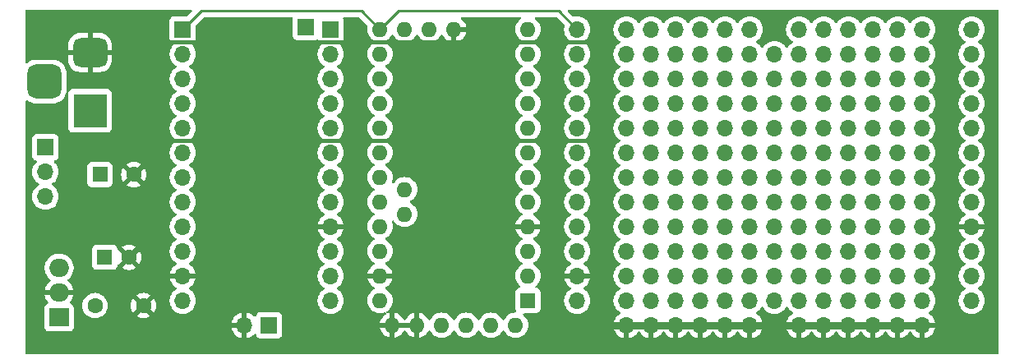
<source format=gbr>
%TF.GenerationSoftware,KiCad,Pcbnew,8.0.7*%
%TF.CreationDate,2025-05-07T21:37:47+01:00*%
%TF.ProjectId,ArduinoProMiniUSBHostProto,41726475-696e-46f5-9072-6f4d696e6955,rev?*%
%TF.SameCoordinates,Original*%
%TF.FileFunction,Copper,L2,Bot*%
%TF.FilePolarity,Positive*%
%FSLAX46Y46*%
G04 Gerber Fmt 4.6, Leading zero omitted, Abs format (unit mm)*
G04 Created by KiCad (PCBNEW 8.0.7) date 2025-05-07 21:37:47*
%MOMM*%
%LPD*%
G01*
G04 APERTURE LIST*
G04 Aperture macros list*
%AMRoundRect*
0 Rectangle with rounded corners*
0 $1 Rounding radius*
0 $2 $3 $4 $5 $6 $7 $8 $9 X,Y pos of 4 corners*
0 Add a 4 corners polygon primitive as box body*
4,1,4,$2,$3,$4,$5,$6,$7,$8,$9,$2,$3,0*
0 Add four circle primitives for the rounded corners*
1,1,$1+$1,$2,$3*
1,1,$1+$1,$4,$5*
1,1,$1+$1,$6,$7*
1,1,$1+$1,$8,$9*
0 Add four rect primitives between the rounded corners*
20,1,$1+$1,$2,$3,$4,$5,0*
20,1,$1+$1,$4,$5,$6,$7,0*
20,1,$1+$1,$6,$7,$8,$9,0*
20,1,$1+$1,$8,$9,$2,$3,0*%
G04 Aperture macros list end*
%TA.AperFunction,ComponentPad*%
%ADD10O,1.700000X1.700000*%
%TD*%
%TA.AperFunction,ComponentPad*%
%ADD11R,1.600000X1.600000*%
%TD*%
%TA.AperFunction,ComponentPad*%
%ADD12O,1.600000X1.600000*%
%TD*%
%TA.AperFunction,ComponentPad*%
%ADD13R,1.700000X1.700000*%
%TD*%
%TA.AperFunction,ComponentPad*%
%ADD14R,2.000000X1.905000*%
%TD*%
%TA.AperFunction,ComponentPad*%
%ADD15O,2.000000X1.905000*%
%TD*%
%TA.AperFunction,ComponentPad*%
%ADD16C,1.600000*%
%TD*%
%TA.AperFunction,ComponentPad*%
%ADD17R,3.500000X3.500000*%
%TD*%
%TA.AperFunction,ComponentPad*%
%ADD18RoundRect,0.750000X-1.000000X0.750000X-1.000000X-0.750000X1.000000X-0.750000X1.000000X0.750000X0*%
%TD*%
%TA.AperFunction,ComponentPad*%
%ADD19RoundRect,0.875000X-0.875000X0.875000X-0.875000X-0.875000X0.875000X-0.875000X0.875000X0.875000X0*%
%TD*%
%TA.AperFunction,Conductor*%
%ADD20C,0.400000*%
%TD*%
%TA.AperFunction,Conductor*%
%ADD21C,0.800000*%
%TD*%
%TA.AperFunction,Conductor*%
%ADD22C,0.250000*%
%TD*%
G04 APERTURE END LIST*
D10*
%TO.P,,1,Pin_12*%
%TO.N,N/C*%
X121120000Y-77940000D03*
%TD*%
%TO.P,,1,Pin_12*%
%TO.N,N/C*%
X110960000Y-55080000D03*
%TD*%
%TO.P,,1,Pin_12*%
%TO.N,N/C*%
X105880000Y-80480000D03*
%TD*%
%TO.P,,1,Pin_12*%
%TO.N,N/C*%
X108420000Y-60160000D03*
%TD*%
%TO.P,,1,Pin_12*%
%TO.N,N/C*%
X103340000Y-60160000D03*
%TD*%
%TO.P,,1,Pin_12*%
%TO.N,N/C*%
X108420000Y-55080000D03*
%TD*%
%TO.P,,1,Pin_12*%
%TO.N,N/C*%
X118580000Y-72860000D03*
%TD*%
%TO.P,,1,Pin_12*%
%TO.N,N/C*%
X121120000Y-57620000D03*
%TD*%
%TO.P,,1,Pin_12*%
%TO.N,N/C*%
X123660000Y-55080000D03*
%TD*%
%TO.P,,1,Pin_12*%
%TO.N,N/C*%
X116040000Y-60160000D03*
%TD*%
%TO.P,,1,Pin_12*%
%TO.N,N/C*%
X108420000Y-77940000D03*
%TD*%
%TO.P,,1,Pin_12*%
%TO.N,N/C*%
X123660000Y-80480000D03*
%TD*%
%TO.P,,1,Pin_12*%
%TO.N,N/C*%
X118580000Y-67780000D03*
%TD*%
%TO.P,,1,Pin_12*%
%TO.N,N/C*%
X121120000Y-62700000D03*
%TD*%
%TO.P,,1,Pin_12*%
%TO.N,N/C*%
X126200000Y-70320000D03*
%TD*%
%TO.P,,1,Pin_12*%
%TO.N,N/C*%
X121120000Y-72860000D03*
%TD*%
%TO.P,,1,Pin_12*%
%TO.N,N/C*%
X118580000Y-57620000D03*
%TD*%
%TO.P,,1,Pin_12*%
%TO.N,N/C*%
X98260000Y-55080000D03*
%TD*%
D11*
%TO.P,U1,1,D1/TX*%
%TO.N,Net-(J4-Pin_1)*%
X88100000Y-80480000D03*
D12*
%TO.P,U1,2,D0/RX*%
%TO.N,Net-(J4-Pin_2)*%
X88100000Y-77940000D03*
%TO.P,U1,3,RST*%
%TO.N,/MAX_RST*%
X88100000Y-75400000D03*
%TO.P,U1,4,GND*%
%TO.N,GND*%
X88100000Y-72860000D03*
%TO.P,U1,5,D2*%
%TO.N,Net-(J4-Pin_5)*%
X88100000Y-70320000D03*
%TO.P,U1,6,~D3*%
%TO.N,Net-(J4-Pin_6)*%
X88100000Y-67780000D03*
%TO.P,U1,7,D4*%
%TO.N,Net-(J4-Pin_7)*%
X88100000Y-65240000D03*
%TO.P,U1,8,~D5*%
%TO.N,Net-(J4-Pin_8)*%
X88100000Y-62700000D03*
%TO.P,U1,9,~D6*%
%TO.N,Net-(J4-Pin_9)*%
X88100000Y-60160000D03*
%TO.P,U1,10,D7*%
%TO.N,Net-(J4-Pin_10)*%
X88100000Y-57620000D03*
%TO.P,U1,11,D8*%
%TO.N,Net-(J4-Pin_11)*%
X88100000Y-55080000D03*
%TO.P,U1,12,~D9*%
%TO.N,/INT*%
X88100000Y-52540000D03*
%TO.P,U1,13,~D10*%
%TO.N,/SPI_SS*%
X72860000Y-52540000D03*
%TO.P,U1,14,~D11*%
%TO.N,/SPI_MOSI*%
X72860000Y-55080000D03*
%TO.P,U1,15,D12*%
%TO.N,/SPI_MISO*%
X72860000Y-57620000D03*
%TO.P,U1,16,D13*%
%TO.N,/SPI_CLK*%
X72860000Y-60160000D03*
%TO.P,U1,17,D14/A0*%
%TO.N,Net-(J5-Pin_8)*%
X72860000Y-62700000D03*
%TO.P,U1,18,D15/A1*%
%TO.N,Net-(J5-Pin_7)*%
X72860000Y-65240000D03*
%TO.P,U1,19,D16/A2*%
%TO.N,Net-(J5-Pin_6)*%
X72860000Y-67780000D03*
%TO.P,U1,20,D17/A3*%
%TO.N,Net-(J5-Pin_5)*%
X72860000Y-70320000D03*
%TO.P,U1,21,VCC*%
%TO.N,+3V3*%
X72860000Y-72860000D03*
%TO.P,U1,22,RST*%
%TO.N,Net-(J5-Pin_3)*%
X72860000Y-75400000D03*
%TO.P,U1,23,GND*%
%TO.N,GND*%
X72860000Y-77940000D03*
%TO.P,U1,24,RAW*%
%TO.N,+5V*%
X72860000Y-80480000D03*
%TO.P,U1,A4,A4*%
%TO.N,unconnected-(U1-PadA4)*%
X75400000Y-69050000D03*
%TO.P,U1,A5,A5*%
%TO.N,unconnected-(U1-PadA5)*%
X75400000Y-71590000D03*
%TO.P,U1,A6,A6*%
%TO.N,unconnected-(U1-PadA6)*%
X75400000Y-52540000D03*
%TO.P,U1,A7,A7*%
%TO.N,unconnected-(U1-PadA7)*%
X77940000Y-52540000D03*
%TO.P,U1,G,GND*%
%TO.N,GND*%
X80480000Y-52540000D03*
%TO.P,U1,H1,DTR*%
%TO.N,unconnected-(U1-DTR-PadH1)*%
X86830000Y-83020000D03*
%TO.P,U1,H2,TX*%
%TO.N,unconnected-(U1-TX-PadH2)*%
X84290000Y-83020000D03*
%TO.P,U1,H3,RX*%
%TO.N,unconnected-(U1-RX-PadH3)*%
X81750000Y-83020000D03*
%TO.P,U1,H4,VCC*%
%TO.N,unconnected-(U1-VCC-PadH4)*%
X79210000Y-83020000D03*
%TO.P,U1,H5,GND*%
%TO.N,GND*%
X76670000Y-83020000D03*
%TO.P,U1,H6,GND*%
X74130000Y-83020000D03*
%TD*%
D10*
%TO.P,,1,Pin_12*%
%TO.N,N/C*%
X116040000Y-70320000D03*
%TD*%
%TO.P,,1,Pin_12*%
%TO.N,N/C*%
X126200000Y-57620000D03*
%TD*%
%TO.P,,1,Pin_12*%
%TO.N,N/C*%
X105880000Y-67780000D03*
%TD*%
%TO.P,,1,Pin_12*%
%TO.N,N/C*%
X128740000Y-57620000D03*
%TD*%
%TO.P,,1,Pin_12*%
%TO.N,N/C*%
X103340000Y-55080000D03*
%TD*%
%TO.P,,1,Pin_12*%
%TO.N,N/C*%
X118580000Y-77940000D03*
%TD*%
%TO.P,,1,Pin_12*%
%TO.N,N/C*%
X110960000Y-57620000D03*
%TD*%
%TO.P,,1,Pin_12*%
%TO.N,N/C*%
X116040000Y-72860000D03*
%TD*%
%TO.P,,1,Pin_12*%
%TO.N,N/C*%
X116040000Y-67780000D03*
%TD*%
%TO.P,,1,Pin_12*%
%TO.N,N/C*%
X100800000Y-67780000D03*
%TD*%
%TO.P,,1,Pin_12*%
%TO.N,N/C*%
X100800000Y-70320000D03*
%TD*%
%TO.P,J10,1,Pin_1*%
%TO.N,GND*%
X98260000Y-83020000D03*
%TO.P,J10,2,Pin_2*%
X100800000Y-83020000D03*
%TO.P,J10,3,Pin_3*%
X103340000Y-83020000D03*
%TO.P,J10,4,Pin_4*%
X105880000Y-83020000D03*
%TO.P,J10,5,Pin_5*%
X108420000Y-83020000D03*
%TO.P,J10,6,Pin_6*%
X110960000Y-83020000D03*
%TD*%
%TO.P,,1,Pin_12*%
%TO.N,N/C*%
X98260000Y-60160000D03*
%TD*%
%TO.P,,1,Pin_12*%
%TO.N,N/C*%
X126200000Y-75400000D03*
%TD*%
%TO.P,,1,Pin_12*%
%TO.N,N/C*%
X110960000Y-75400000D03*
%TD*%
%TO.P,,1,Pin_12*%
%TO.N,N/C*%
X98260000Y-67780000D03*
%TD*%
%TO.P,,1,Pin_12*%
%TO.N,N/C*%
X126200000Y-55080000D03*
%TD*%
%TO.P,,1,Pin_12*%
%TO.N,N/C*%
X98260000Y-65240000D03*
%TD*%
%TO.P,,1,Pin_12*%
%TO.N,N/C*%
X100800000Y-57620000D03*
%TD*%
%TO.P,,1,Pin_12*%
%TO.N,N/C*%
X110960000Y-67780000D03*
%TD*%
%TO.P,,1,Pin_12*%
%TO.N,N/C*%
X100800000Y-62700000D03*
%TD*%
%TO.P,,1,Pin_12*%
%TO.N,N/C*%
X116040000Y-80480000D03*
%TD*%
%TO.P,,1,Pin_12*%
%TO.N,N/C*%
X108420000Y-57620000D03*
%TD*%
%TO.P,,1,Pin_12*%
%TO.N,N/C*%
X100800000Y-75400000D03*
%TD*%
%TO.P,,1,Pin_12*%
%TO.N,N/C*%
X126200000Y-77940000D03*
%TD*%
%TO.P,,1,Pin_12*%
%TO.N,N/C*%
X103340000Y-57620000D03*
%TD*%
%TO.P,,1,Pin_12*%
%TO.N,N/C*%
X98260000Y-72860000D03*
%TD*%
%TO.P,,1,Pin_12*%
%TO.N,N/C*%
X128740000Y-77940000D03*
%TD*%
%TO.P,,1,Pin_12*%
%TO.N,N/C*%
X113500000Y-70320000D03*
%TD*%
%TO.P,,1,Pin_12*%
%TO.N,N/C*%
X108420000Y-62700000D03*
%TD*%
%TO.P,,1,Pin_12*%
%TO.N,N/C*%
X123660000Y-67780000D03*
%TD*%
%TO.P,,1,Pin_12*%
%TO.N,N/C*%
X116040000Y-65240000D03*
%TD*%
%TO.P,,1,Pin_12*%
%TO.N,N/C*%
X113500000Y-57620000D03*
%TD*%
%TO.P,,1,Pin_12*%
%TO.N,N/C*%
X121120000Y-60160000D03*
%TD*%
%TO.P,,1,Pin_12*%
%TO.N,N/C*%
X103340000Y-77940000D03*
%TD*%
%TO.P,,1,Pin_12*%
%TO.N,N/C*%
X110960000Y-65240000D03*
%TD*%
D13*
%TO.P,J2,1,Pin_1*%
%TO.N,/INT*%
X67780000Y-52540000D03*
D10*
%TO.P,J2,2,Pin_2*%
%TO.N,unconnected-(J2-Pin_2-Pad2)*%
X67780000Y-55080000D03*
%TO.P,J2,3,Pin_3*%
%TO.N,unconnected-(J2-Pin_3-Pad3)*%
X67780000Y-57620000D03*
%TO.P,J2,4,Pin_4*%
%TO.N,unconnected-(J2-Pin_4-Pad4)*%
X67780000Y-60160000D03*
%TO.P,J2,5,Pin_5*%
%TO.N,unconnected-(J2-Pin_5-Pad5)*%
X67780000Y-62700000D03*
%TO.P,J2,6,Pin_6*%
%TO.N,unconnected-(J2-Pin_6-Pad6)*%
X67780000Y-65240000D03*
%TO.P,J2,7,Pin_7*%
%TO.N,unconnected-(J2-Pin_7-Pad7)*%
X67780000Y-67780000D03*
%TO.P,J2,8,Pin_8*%
%TO.N,unconnected-(J2-Pin_8-Pad8)*%
X67780000Y-70320000D03*
%TO.P,J2,9,Pin_9*%
%TO.N,GND*%
X67780000Y-72860000D03*
%TO.P,J2,10,Pin_10*%
%TO.N,/MAX_RST*%
X67780000Y-75400000D03*
%TO.P,J2,11,Pin_11*%
%TO.N,unconnected-(J2-Pin_11-Pad11)*%
X67780000Y-77940000D03*
%TO.P,J2,12,Pin_12*%
%TO.N,unconnected-(J2-Pin_12-Pad12)*%
X67780000Y-80480000D03*
%TD*%
%TO.P,,1,Pin_12*%
%TO.N,N/C*%
X113500000Y-80480000D03*
%TD*%
%TO.P,,1,Pin_12*%
%TO.N,N/C*%
X123660000Y-60160000D03*
%TD*%
%TO.P,,1,Pin_12*%
%TO.N,N/C*%
X103340000Y-72860000D03*
%TD*%
%TO.P,,1,Pin_12*%
%TO.N,N/C*%
X100800000Y-65240000D03*
%TD*%
D14*
%TO.P,U2,1,IN*%
%TO.N,VCC*%
X39800000Y-82200000D03*
D15*
%TO.P,U2,2,GND*%
%TO.N,GND*%
X39800000Y-79660000D03*
%TO.P,U2,3,OUT*%
%TO.N,+5V*%
X39800000Y-77120000D03*
%TD*%
D10*
%TO.P,,1,Pin_12*%
%TO.N,N/C*%
X108420000Y-65240000D03*
%TD*%
%TO.P,,1,Pin_12*%
%TO.N,N/C*%
X128740000Y-65240000D03*
%TD*%
%TO.P,,1,Pin_12*%
%TO.N,N/C*%
X123660000Y-75400000D03*
%TD*%
%TO.P,,1,Pin_12*%
%TO.N,N/C*%
X121120000Y-70320000D03*
%TD*%
%TO.P,,1,Pin_12*%
%TO.N,N/C*%
X100800000Y-72860000D03*
%TD*%
D13*
%TO.P,J12,1,Pin_1*%
%TO.N,+5V*%
X61430000Y-83020000D03*
D10*
%TO.P,J12,2,Pin_2*%
%TO.N,GND*%
X58890000Y-83020000D03*
%TD*%
%TO.P,,1,Pin_12*%
%TO.N,N/C*%
X116040000Y-77940000D03*
%TD*%
%TO.P,,1,Pin_12*%
%TO.N,N/C*%
X103340000Y-75400000D03*
%TD*%
%TO.P,,1,Pin_12*%
%TO.N,N/C*%
X123660000Y-57620000D03*
%TD*%
%TO.P,,1,Pin_12*%
%TO.N,N/C*%
X113500000Y-55080000D03*
%TD*%
%TO.P,,1,Pin_12*%
%TO.N,N/C*%
X126200000Y-80480000D03*
%TD*%
%TO.P,,1,Pin_12*%
%TO.N,N/C*%
X105880000Y-77940000D03*
%TD*%
%TO.P,,1,Pin_12*%
%TO.N,N/C*%
X126200000Y-62700000D03*
%TD*%
D16*
%TO.P,C3,1*%
%TO.N,+5V*%
X43500000Y-81000000D03*
%TO.P,C3,2*%
%TO.N,GND*%
X48500000Y-81000000D03*
%TD*%
D13*
%TO.P,J3,1,Pin_1*%
%TO.N,+5V*%
X65240000Y-52280000D03*
%TD*%
D10*
%TO.P,,1,Pin_12*%
%TO.N,N/C*%
X108420000Y-72860000D03*
%TD*%
%TO.P,,1,Pin_12*%
%TO.N,N/C*%
X113500000Y-75400000D03*
%TD*%
%TO.P,,1,Pin_12*%
%TO.N,N/C*%
X103340000Y-65240000D03*
%TD*%
D17*
%TO.P,J8,1*%
%TO.N,Net-(SW1-A)*%
X42990000Y-60920000D03*
D18*
%TO.P,J8,2*%
%TO.N,GND*%
X42990000Y-54920000D03*
D19*
%TO.P,J8,3*%
%TO.N,unconnected-(J8-Pad3)*%
X38290000Y-57920000D03*
%TD*%
D10*
%TO.P,,1,Pin_12*%
%TO.N,N/C*%
X110960000Y-77940000D03*
%TD*%
%TO.P,J5,1,Pin_1*%
%TO.N,+5V*%
X93180000Y-80480000D03*
%TO.P,J5,2,Pin_2*%
%TO.N,GND*%
X93180000Y-77940000D03*
%TO.P,J5,3,Pin_3*%
%TO.N,Net-(J5-Pin_3)*%
X93180000Y-75400000D03*
%TO.P,J5,4,Pin_4*%
%TO.N,+3V3*%
X93180000Y-72860000D03*
%TO.P,J5,5,Pin_5*%
%TO.N,Net-(J5-Pin_5)*%
X93180000Y-70320000D03*
%TO.P,J5,6,Pin_6*%
%TO.N,Net-(J5-Pin_6)*%
X93180000Y-67780000D03*
%TO.P,J5,7,Pin_7*%
%TO.N,Net-(J5-Pin_7)*%
X93180000Y-65240000D03*
%TO.P,J5,8,Pin_8*%
%TO.N,Net-(J5-Pin_8)*%
X93180000Y-62700000D03*
%TO.P,J5,9,Pin_9*%
%TO.N,/SPI_CLK*%
X93180000Y-60160000D03*
%TO.P,J5,10,Pin_10*%
%TO.N,/SPI_MISO*%
X93180000Y-57620000D03*
%TO.P,J5,11,Pin_11*%
%TO.N,/SPI_MOSI*%
X93180000Y-55080000D03*
%TO.P,J5,12,Pin_12*%
%TO.N,/SPI_SS*%
X93180000Y-52540000D03*
%TD*%
%TO.P,,1,Pin_12*%
%TO.N,N/C*%
X110960000Y-62700000D03*
%TD*%
%TO.P,,1,Pin_12*%
%TO.N,N/C*%
X98260000Y-80480000D03*
%TD*%
%TO.P,,1,Pin_12*%
%TO.N,N/C*%
X128740000Y-72860000D03*
%TD*%
%TO.P,,1,Pin_12*%
%TO.N,N/C*%
X108420000Y-70320000D03*
%TD*%
D13*
%TO.P,SW1,1,A*%
%TO.N,Net-(SW1-A)*%
X38390000Y-64690000D03*
D10*
%TO.P,SW1,2,B*%
%TO.N,VCC*%
X38390000Y-67230000D03*
%TO.P,SW1,3*%
%TO.N,N/C*%
X38390000Y-69770000D03*
%TD*%
D13*
%TO.P,J1,1,Pin_1*%
%TO.N,/SPI_SS*%
X52540000Y-52540000D03*
D10*
%TO.P,J1,2,Pin_2*%
%TO.N,/SPI_MOSI*%
X52540000Y-55080000D03*
%TO.P,J1,3,Pin_3*%
%TO.N,/SPI_MISO*%
X52540000Y-57620000D03*
%TO.P,J1,4,Pin_4*%
%TO.N,/SPI_CLK*%
X52540000Y-60160000D03*
%TO.P,J1,5,Pin_5*%
%TO.N,unconnected-(J1-Pin_5-Pad5)*%
X52540000Y-62700000D03*
%TO.P,J1,6,Pin_6*%
%TO.N,unconnected-(J1-Pin_6-Pad6)*%
X52540000Y-65240000D03*
%TO.P,J1,7,Pin_7*%
%TO.N,unconnected-(J1-Pin_7-Pad7)*%
X52540000Y-67780000D03*
%TO.P,J1,8,Pin_8*%
%TO.N,unconnected-(J1-Pin_8-Pad8)*%
X52540000Y-70320000D03*
%TO.P,J1,9,Pin_9*%
%TO.N,+3V3*%
X52540000Y-72860000D03*
%TO.P,J1,10,Pin_10*%
%TO.N,unconnected-(J1-Pin_10-Pad10)*%
X52540000Y-75400000D03*
%TO.P,J1,11,Pin_11*%
%TO.N,GND*%
X52540000Y-77940000D03*
%TO.P,J1,12,Pin_12*%
%TO.N,unconnected-(J1-Pin_12-Pad12)*%
X52540000Y-80480000D03*
%TD*%
%TO.P,,1,Pin_12*%
%TO.N,N/C*%
X128740000Y-70320000D03*
%TD*%
%TO.P,,1,Pin_12*%
%TO.N,N/C*%
X123660000Y-62700000D03*
%TD*%
%TO.P,,1,Pin_12*%
%TO.N,N/C*%
X128740000Y-62700000D03*
%TD*%
%TO.P,,1,Pin_12*%
%TO.N,N/C*%
X103340000Y-80480000D03*
%TD*%
%TO.P,,1,Pin_12*%
%TO.N,N/C*%
X100800000Y-60160000D03*
%TD*%
D11*
%TO.P,C1,1*%
%TO.N,VCC*%
X44000000Y-67500000D03*
D16*
%TO.P,C1,2*%
%TO.N,GND*%
X47500000Y-67500000D03*
%TD*%
D10*
%TO.P,,1,Pin_12*%
%TO.N,N/C*%
X118580000Y-75400000D03*
%TD*%
%TO.P,,1,Pin_12*%
%TO.N,N/C*%
X123660000Y-70320000D03*
%TD*%
%TO.P,,1,Pin_12*%
%TO.N,N/C*%
X110960000Y-80480000D03*
%TD*%
%TO.P,,1,Pin_12*%
%TO.N,N/C*%
X105880000Y-72860000D03*
%TD*%
%TO.P,,1,Pin_12*%
%TO.N,N/C*%
X113500000Y-60160000D03*
%TD*%
%TO.P,,1,Pin_12*%
%TO.N,N/C*%
X116040000Y-57620000D03*
%TD*%
%TO.P,,1,Pin_12*%
%TO.N,N/C*%
X108420000Y-75400000D03*
%TD*%
%TO.P,J6,1,Pin_1*%
%TO.N,+5V*%
X98260000Y-52540000D03*
%TO.P,J6,2,Pin_2*%
X100800000Y-52540000D03*
%TO.P,J6,3,Pin_3*%
X103340000Y-52540000D03*
%TO.P,J6,4,Pin_4*%
X105880000Y-52540000D03*
%TO.P,J6,5,Pin_5*%
X108420000Y-52540000D03*
%TO.P,J6,6,Pin_6*%
X110960000Y-52540000D03*
%TD*%
%TO.P,,1,Pin_12*%
%TO.N,N/C*%
X118580000Y-55080000D03*
%TD*%
%TO.P,,1,Pin_12*%
%TO.N,N/C*%
X105880000Y-62700000D03*
%TD*%
%TO.P,,1,Pin_12*%
%TO.N,N/C*%
X126200000Y-60160000D03*
%TD*%
%TO.P,,1,Pin_12*%
%TO.N,N/C*%
X98260000Y-75400000D03*
%TD*%
%TO.P,,1,Pin_12*%
%TO.N,N/C*%
X98260000Y-70320000D03*
%TD*%
%TO.P,,1,Pin_12*%
%TO.N,N/C*%
X98260000Y-77940000D03*
%TD*%
%TO.P,,1,Pin_12*%
%TO.N,N/C*%
X118580000Y-62700000D03*
%TD*%
%TO.P,,1,Pin_12*%
%TO.N,N/C*%
X126200000Y-72860000D03*
%TD*%
%TO.P,,1,Pin_12*%
%TO.N,N/C*%
X105880000Y-75400000D03*
%TD*%
%TO.P,,1,Pin_12*%
%TO.N,N/C*%
X105880000Y-65240000D03*
%TD*%
%TO.P,,1,Pin_12*%
%TO.N,N/C*%
X123660000Y-72860000D03*
%TD*%
%TO.P,,1,Pin_12*%
%TO.N,N/C*%
X128740000Y-55080000D03*
%TD*%
%TO.P,,1,Pin_12*%
%TO.N,N/C*%
X128740000Y-67780000D03*
%TD*%
%TO.P,,1,Pin_12*%
%TO.N,N/C*%
X123660000Y-77940000D03*
%TD*%
D11*
%TO.P,C2,1*%
%TO.N,+5V*%
X44500000Y-76020000D03*
D16*
%TO.P,C2,2*%
%TO.N,GND*%
X47000000Y-76020000D03*
%TD*%
D10*
%TO.P,,1,Pin_12*%
%TO.N,N/C*%
X121120000Y-80480000D03*
%TD*%
%TO.P,,1,Pin_12*%
%TO.N,N/C*%
X128740000Y-80480000D03*
%TD*%
%TO.P,,1,Pin_12*%
%TO.N,N/C*%
X108420000Y-80480000D03*
%TD*%
%TO.P,,1,Pin_12*%
%TO.N,N/C*%
X110960000Y-60160000D03*
%TD*%
%TO.P,,1,Pin_12*%
%TO.N,N/C*%
X105880000Y-57620000D03*
%TD*%
%TO.P,,1,Pin_12*%
%TO.N,N/C*%
X121120000Y-67780000D03*
%TD*%
%TO.P,,1,Pin_12*%
%TO.N,N/C*%
X118580000Y-80480000D03*
%TD*%
%TO.P,,1,Pin_12*%
%TO.N,N/C*%
X100800000Y-80480000D03*
%TD*%
%TO.P,,1,Pin_12*%
%TO.N,N/C*%
X123660000Y-65240000D03*
%TD*%
%TO.P,J11,1,Pin_1*%
%TO.N,GND*%
X116040000Y-83020000D03*
%TO.P,J11,2,Pin_2*%
X118580000Y-83020000D03*
%TO.P,J11,3,Pin_3*%
X121120000Y-83020000D03*
%TO.P,J11,4,Pin_4*%
X123660000Y-83020000D03*
%TO.P,J11,5,Pin_5*%
X126200000Y-83020000D03*
%TO.P,J11,6,Pin_6*%
X128740000Y-83020000D03*
%TD*%
%TO.P,,1,Pin_12*%
%TO.N,N/C*%
X98260000Y-57620000D03*
%TD*%
%TO.P,,1,Pin_12*%
%TO.N,N/C*%
X113500000Y-67780000D03*
%TD*%
%TO.P,,1,Pin_12*%
%TO.N,N/C*%
X100800000Y-77940000D03*
%TD*%
%TO.P,,1,Pin_12*%
%TO.N,N/C*%
X108420000Y-67780000D03*
%TD*%
%TO.P,,1,Pin_12*%
%TO.N,N/C*%
X103340000Y-70320000D03*
%TD*%
%TO.P,,1,Pin_12*%
%TO.N,N/C*%
X110960000Y-70320000D03*
%TD*%
%TO.P,,1,Pin_12*%
%TO.N,N/C*%
X116040000Y-62700000D03*
%TD*%
%TO.P,,1,Pin_12*%
%TO.N,N/C*%
X116040000Y-75400000D03*
%TD*%
%TO.P,J4,1,Pin_1*%
%TO.N,Net-(J4-Pin_1)*%
X133820000Y-80480000D03*
%TO.P,J4,2,Pin_2*%
%TO.N,Net-(J4-Pin_2)*%
X133820000Y-77940000D03*
%TO.P,J4,3,Pin_3*%
%TO.N,/MAX_RST*%
X133820000Y-75400000D03*
%TO.P,J4,4,Pin_4*%
%TO.N,GND*%
X133820000Y-72860000D03*
%TO.P,J4,5,Pin_5*%
%TO.N,Net-(J4-Pin_5)*%
X133820000Y-70320000D03*
%TO.P,J4,6,Pin_6*%
%TO.N,Net-(J4-Pin_6)*%
X133820000Y-67780000D03*
%TO.P,J4,7,Pin_7*%
%TO.N,Net-(J4-Pin_7)*%
X133820000Y-65240000D03*
%TO.P,J4,8,Pin_8*%
%TO.N,Net-(J4-Pin_8)*%
X133820000Y-62700000D03*
%TO.P,J4,9,Pin_9*%
%TO.N,Net-(J4-Pin_9)*%
X133820000Y-60160000D03*
%TO.P,J4,10,Pin_10*%
%TO.N,Net-(J4-Pin_10)*%
X133820000Y-57620000D03*
%TO.P,J4,11,Pin_11*%
%TO.N,Net-(J4-Pin_11)*%
X133820000Y-55080000D03*
%TO.P,J4,12,Pin_12*%
%TO.N,/INT*%
X133820000Y-52540000D03*
%TD*%
%TO.P,,1,Pin_12*%
%TO.N,N/C*%
X103340000Y-67780000D03*
%TD*%
%TO.P,,1,Pin_12*%
%TO.N,N/C*%
X121120000Y-55080000D03*
%TD*%
%TO.P,,1,Pin_12*%
%TO.N,N/C*%
X105880000Y-55080000D03*
%TD*%
%TO.P,,1,Pin_12*%
%TO.N,N/C*%
X100800000Y-55080000D03*
%TD*%
%TO.P,J7,1,Pin_1*%
%TO.N,+3V3*%
X116040000Y-52540000D03*
%TO.P,J7,2,Pin_2*%
X118580000Y-52540000D03*
%TO.P,J7,3,Pin_3*%
X121120000Y-52540000D03*
%TO.P,J7,4,Pin_4*%
X123660000Y-52540000D03*
%TO.P,J7,5,Pin_5*%
X126200000Y-52540000D03*
%TO.P,J7,6,Pin_6*%
X128740000Y-52540000D03*
%TD*%
%TO.P,,1,Pin_12*%
%TO.N,N/C*%
X113500000Y-77940000D03*
%TD*%
%TO.P,,1,Pin_12*%
%TO.N,N/C*%
X113500000Y-72860000D03*
%TD*%
%TO.P,,1,Pin_12*%
%TO.N,N/C*%
X103340000Y-62700000D03*
%TD*%
%TO.P,,1,Pin_12*%
%TO.N,N/C*%
X128740000Y-60160000D03*
%TD*%
%TO.P,,1,Pin_12*%
%TO.N,N/C*%
X126200000Y-67780000D03*
%TD*%
%TO.P,,1,Pin_12*%
%TO.N,N/C*%
X116040000Y-55080000D03*
%TD*%
%TO.P,,1,Pin_12*%
%TO.N,N/C*%
X98260000Y-62700000D03*
%TD*%
%TO.P,,1,Pin_12*%
%TO.N,N/C*%
X105880000Y-60160000D03*
%TD*%
%TO.P,,1,Pin_12*%
%TO.N,N/C*%
X118580000Y-70320000D03*
%TD*%
%TO.P,,1,Pin_12*%
%TO.N,N/C*%
X121120000Y-75400000D03*
%TD*%
%TO.P,,1,Pin_12*%
%TO.N,N/C*%
X121120000Y-65240000D03*
%TD*%
%TO.P,,1,Pin_12*%
%TO.N,N/C*%
X105880000Y-70320000D03*
%TD*%
%TO.P,,1,Pin_12*%
%TO.N,N/C*%
X128740000Y-75400000D03*
%TD*%
%TO.P,,1,Pin_12*%
%TO.N,N/C*%
X110960000Y-72860000D03*
%TD*%
%TO.P,,1,Pin_12*%
%TO.N,N/C*%
X118580000Y-60160000D03*
%TD*%
%TO.P,,1,Pin_12*%
%TO.N,N/C*%
X118580000Y-65240000D03*
%TD*%
%TO.P,,1,Pin_12*%
%TO.N,N/C*%
X126200000Y-65240000D03*
%TD*%
%TO.P,,1,Pin_12*%
%TO.N,N/C*%
X113500000Y-62700000D03*
%TD*%
%TO.P,,1,Pin_12*%
%TO.N,N/C*%
X113500000Y-65240000D03*
%TD*%
D20*
%TO.N,GND*%
X50940000Y-63990000D02*
X95530000Y-63990000D01*
X50820000Y-53830000D02*
X95800000Y-53830000D01*
D21*
X98260000Y-83020000D02*
X96340000Y-83020000D01*
X98260000Y-83020000D02*
X128740000Y-83020000D01*
D22*
%TO.N,/SPI_SS*%
X72860000Y-52540000D02*
X74775000Y-50625000D01*
X54455000Y-50625000D02*
X70945000Y-50625000D01*
X74775000Y-50625000D02*
X91265000Y-50625000D01*
X52540000Y-52540000D02*
X54455000Y-50625000D01*
X70945000Y-50625000D02*
X72860000Y-52540000D01*
X91265000Y-50625000D02*
X93180000Y-52540000D01*
%TD*%
%TA.AperFunction,Conductor*%
%TO.N,GND*%
G36*
X100334075Y-82827007D02*
G01*
X100300000Y-82954174D01*
X100300000Y-83085826D01*
X100334075Y-83212993D01*
X100366988Y-83270000D01*
X98693012Y-83270000D01*
X98725925Y-83212993D01*
X98760000Y-83085826D01*
X98760000Y-82954174D01*
X98725925Y-82827007D01*
X98693012Y-82770000D01*
X100366988Y-82770000D01*
X100334075Y-82827007D01*
G37*
%TD.AperFunction*%
%TA.AperFunction,Conductor*%
G36*
X102874075Y-82827007D02*
G01*
X102840000Y-82954174D01*
X102840000Y-83085826D01*
X102874075Y-83212993D01*
X102906988Y-83270000D01*
X101233012Y-83270000D01*
X101265925Y-83212993D01*
X101300000Y-83085826D01*
X101300000Y-82954174D01*
X101265925Y-82827007D01*
X101233012Y-82770000D01*
X102906988Y-82770000D01*
X102874075Y-82827007D01*
G37*
%TD.AperFunction*%
%TA.AperFunction,Conductor*%
G36*
X105414075Y-82827007D02*
G01*
X105380000Y-82954174D01*
X105380000Y-83085826D01*
X105414075Y-83212993D01*
X105446988Y-83270000D01*
X103773012Y-83270000D01*
X103805925Y-83212993D01*
X103840000Y-83085826D01*
X103840000Y-82954174D01*
X103805925Y-82827007D01*
X103773012Y-82770000D01*
X105446988Y-82770000D01*
X105414075Y-82827007D01*
G37*
%TD.AperFunction*%
%TA.AperFunction,Conductor*%
G36*
X107954075Y-82827007D02*
G01*
X107920000Y-82954174D01*
X107920000Y-83085826D01*
X107954075Y-83212993D01*
X107986988Y-83270000D01*
X106313012Y-83270000D01*
X106345925Y-83212993D01*
X106380000Y-83085826D01*
X106380000Y-82954174D01*
X106345925Y-82827007D01*
X106313012Y-82770000D01*
X107986988Y-82770000D01*
X107954075Y-82827007D01*
G37*
%TD.AperFunction*%
%TA.AperFunction,Conductor*%
G36*
X110494075Y-82827007D02*
G01*
X110460000Y-82954174D01*
X110460000Y-83085826D01*
X110494075Y-83212993D01*
X110526988Y-83270000D01*
X108853012Y-83270000D01*
X108885925Y-83212993D01*
X108920000Y-83085826D01*
X108920000Y-82954174D01*
X108885925Y-82827007D01*
X108853012Y-82770000D01*
X110526988Y-82770000D01*
X110494075Y-82827007D01*
G37*
%TD.AperFunction*%
%TA.AperFunction,Conductor*%
G36*
X118114075Y-82827007D02*
G01*
X118080000Y-82954174D01*
X118080000Y-83085826D01*
X118114075Y-83212993D01*
X118146988Y-83270000D01*
X116473012Y-83270000D01*
X116505925Y-83212993D01*
X116540000Y-83085826D01*
X116540000Y-82954174D01*
X116505925Y-82827007D01*
X116473012Y-82770000D01*
X118146988Y-82770000D01*
X118114075Y-82827007D01*
G37*
%TD.AperFunction*%
%TA.AperFunction,Conductor*%
G36*
X120654075Y-82827007D02*
G01*
X120620000Y-82954174D01*
X120620000Y-83085826D01*
X120654075Y-83212993D01*
X120686988Y-83270000D01*
X119013012Y-83270000D01*
X119045925Y-83212993D01*
X119080000Y-83085826D01*
X119080000Y-82954174D01*
X119045925Y-82827007D01*
X119013012Y-82770000D01*
X120686988Y-82770000D01*
X120654075Y-82827007D01*
G37*
%TD.AperFunction*%
%TA.AperFunction,Conductor*%
G36*
X123194075Y-82827007D02*
G01*
X123160000Y-82954174D01*
X123160000Y-83085826D01*
X123194075Y-83212993D01*
X123226988Y-83270000D01*
X121553012Y-83270000D01*
X121585925Y-83212993D01*
X121620000Y-83085826D01*
X121620000Y-82954174D01*
X121585925Y-82827007D01*
X121553012Y-82770000D01*
X123226988Y-82770000D01*
X123194075Y-82827007D01*
G37*
%TD.AperFunction*%
%TA.AperFunction,Conductor*%
G36*
X125734075Y-82827007D02*
G01*
X125700000Y-82954174D01*
X125700000Y-83085826D01*
X125734075Y-83212993D01*
X125766988Y-83270000D01*
X124093012Y-83270000D01*
X124125925Y-83212993D01*
X124160000Y-83085826D01*
X124160000Y-82954174D01*
X124125925Y-82827007D01*
X124093012Y-82770000D01*
X125766988Y-82770000D01*
X125734075Y-82827007D01*
G37*
%TD.AperFunction*%
%TA.AperFunction,Conductor*%
G36*
X128274075Y-82827007D02*
G01*
X128240000Y-82954174D01*
X128240000Y-83085826D01*
X128274075Y-83212993D01*
X128306988Y-83270000D01*
X126633012Y-83270000D01*
X126665925Y-83212993D01*
X126700000Y-83085826D01*
X126700000Y-82954174D01*
X126665925Y-82827007D01*
X126633012Y-82770000D01*
X128306988Y-82770000D01*
X128274075Y-82827007D01*
G37*
%TD.AperFunction*%
%TA.AperFunction,Conductor*%
G36*
X53462587Y-50520185D02*
G01*
X53508342Y-50572989D01*
X53518286Y-50642147D01*
X53489261Y-50705703D01*
X53483229Y-50712181D01*
X53042228Y-51153181D01*
X52980905Y-51186666D01*
X52954547Y-51189500D01*
X51642129Y-51189500D01*
X51642123Y-51189501D01*
X51582516Y-51195908D01*
X51447671Y-51246202D01*
X51447664Y-51246206D01*
X51332455Y-51332452D01*
X51332452Y-51332455D01*
X51246206Y-51447664D01*
X51246202Y-51447671D01*
X51195908Y-51582517D01*
X51189501Y-51642116D01*
X51189501Y-51642123D01*
X51189500Y-51642135D01*
X51189500Y-53437870D01*
X51189501Y-53437876D01*
X51195908Y-53497483D01*
X51246202Y-53632328D01*
X51246206Y-53632335D01*
X51332452Y-53747544D01*
X51332455Y-53747547D01*
X51447664Y-53833793D01*
X51447671Y-53833797D01*
X51579081Y-53882810D01*
X51635015Y-53924681D01*
X51659432Y-53990145D01*
X51644580Y-54058418D01*
X51623430Y-54086673D01*
X51501503Y-54208600D01*
X51365965Y-54402169D01*
X51365964Y-54402171D01*
X51266098Y-54616335D01*
X51266094Y-54616344D01*
X51204938Y-54844586D01*
X51204936Y-54844596D01*
X51184341Y-55079999D01*
X51184341Y-55080000D01*
X51204936Y-55315403D01*
X51204938Y-55315413D01*
X51266094Y-55543655D01*
X51266096Y-55543659D01*
X51266097Y-55543663D01*
X51326079Y-55672295D01*
X51365965Y-55757830D01*
X51365967Y-55757834D01*
X51441939Y-55866332D01*
X51501501Y-55951396D01*
X51501506Y-55951402D01*
X51668597Y-56118493D01*
X51668603Y-56118498D01*
X51854158Y-56248425D01*
X51897783Y-56303002D01*
X51904977Y-56372500D01*
X51873454Y-56434855D01*
X51854158Y-56451575D01*
X51668597Y-56581505D01*
X51501505Y-56748597D01*
X51365965Y-56942169D01*
X51365964Y-56942171D01*
X51266098Y-57156335D01*
X51266094Y-57156344D01*
X51204938Y-57384586D01*
X51204936Y-57384596D01*
X51184341Y-57619999D01*
X51184341Y-57620000D01*
X51204936Y-57855403D01*
X51204938Y-57855413D01*
X51266094Y-58083655D01*
X51266096Y-58083659D01*
X51266097Y-58083663D01*
X51270000Y-58092032D01*
X51365965Y-58297830D01*
X51365967Y-58297834D01*
X51474281Y-58452521D01*
X51501501Y-58491396D01*
X51501506Y-58491402D01*
X51668597Y-58658493D01*
X51668603Y-58658498D01*
X51854158Y-58788425D01*
X51897783Y-58843002D01*
X51904977Y-58912500D01*
X51873454Y-58974855D01*
X51854158Y-58991575D01*
X51668597Y-59121505D01*
X51501505Y-59288597D01*
X51365965Y-59482169D01*
X51365964Y-59482171D01*
X51266098Y-59696335D01*
X51266094Y-59696344D01*
X51204938Y-59924586D01*
X51204936Y-59924596D01*
X51184341Y-60159999D01*
X51184341Y-60160000D01*
X51204936Y-60395403D01*
X51204938Y-60395413D01*
X51266094Y-60623655D01*
X51266096Y-60623659D01*
X51266097Y-60623663D01*
X51270000Y-60632032D01*
X51365965Y-60837830D01*
X51365967Y-60837834D01*
X51474281Y-60992521D01*
X51501501Y-61031396D01*
X51501506Y-61031402D01*
X51668597Y-61198493D01*
X51668603Y-61198498D01*
X51854158Y-61328425D01*
X51897783Y-61383002D01*
X51904977Y-61452500D01*
X51873454Y-61514855D01*
X51854158Y-61531575D01*
X51668597Y-61661505D01*
X51501505Y-61828597D01*
X51365965Y-62022169D01*
X51365964Y-62022171D01*
X51266098Y-62236335D01*
X51266094Y-62236344D01*
X51204938Y-62464586D01*
X51204936Y-62464596D01*
X51184341Y-62699999D01*
X51184341Y-62700000D01*
X51204936Y-62935403D01*
X51204938Y-62935413D01*
X51266094Y-63163655D01*
X51266096Y-63163659D01*
X51266097Y-63163663D01*
X51351080Y-63345909D01*
X51365965Y-63377830D01*
X51365967Y-63377834D01*
X51439224Y-63482455D01*
X51501501Y-63571396D01*
X51501506Y-63571402D01*
X51668597Y-63738493D01*
X51668603Y-63738498D01*
X51854158Y-63868425D01*
X51897783Y-63923002D01*
X51904977Y-63992500D01*
X51873454Y-64054855D01*
X51854158Y-64071575D01*
X51668597Y-64201505D01*
X51501505Y-64368597D01*
X51365965Y-64562169D01*
X51365964Y-64562171D01*
X51266098Y-64776335D01*
X51266094Y-64776344D01*
X51204938Y-65004586D01*
X51204936Y-65004596D01*
X51184341Y-65239999D01*
X51184341Y-65240000D01*
X51204936Y-65475403D01*
X51204938Y-65475413D01*
X51266094Y-65703655D01*
X51266096Y-65703659D01*
X51266097Y-65703663D01*
X51356506Y-65897546D01*
X51365965Y-65917830D01*
X51365967Y-65917834D01*
X51458319Y-66049725D01*
X51501501Y-66111396D01*
X51501506Y-66111402D01*
X51668597Y-66278493D01*
X51668603Y-66278498D01*
X51854158Y-66408425D01*
X51897783Y-66463002D01*
X51904977Y-66532500D01*
X51873454Y-66594855D01*
X51854158Y-66611575D01*
X51668597Y-66741505D01*
X51501505Y-66908597D01*
X51365965Y-67102169D01*
X51365964Y-67102171D01*
X51266098Y-67316335D01*
X51266094Y-67316344D01*
X51204938Y-67544586D01*
X51204936Y-67544596D01*
X51184341Y-67779999D01*
X51184341Y-67780000D01*
X51204936Y-68015403D01*
X51204938Y-68015413D01*
X51266094Y-68243655D01*
X51266096Y-68243659D01*
X51266097Y-68243663D01*
X51346004Y-68415023D01*
X51365965Y-68457830D01*
X51365967Y-68457834D01*
X51467966Y-68603502D01*
X51501501Y-68651396D01*
X51501506Y-68651402D01*
X51668597Y-68818493D01*
X51668603Y-68818498D01*
X51854158Y-68948425D01*
X51897783Y-69003002D01*
X51904977Y-69072500D01*
X51873454Y-69134855D01*
X51854158Y-69151575D01*
X51668597Y-69281505D01*
X51501505Y-69448597D01*
X51365965Y-69642169D01*
X51365964Y-69642171D01*
X51266098Y-69856335D01*
X51266094Y-69856344D01*
X51204938Y-70084586D01*
X51204936Y-70084596D01*
X51184341Y-70319999D01*
X51184341Y-70320000D01*
X51204936Y-70555403D01*
X51204938Y-70555413D01*
X51266094Y-70783655D01*
X51266096Y-70783659D01*
X51266097Y-70783663D01*
X51346004Y-70955023D01*
X51365965Y-70997830D01*
X51365967Y-70997834D01*
X51467966Y-71143502D01*
X51501501Y-71191396D01*
X51501506Y-71191402D01*
X51668597Y-71358493D01*
X51668603Y-71358498D01*
X51854158Y-71488425D01*
X51897783Y-71543002D01*
X51904977Y-71612500D01*
X51873454Y-71674855D01*
X51854158Y-71691575D01*
X51668597Y-71821505D01*
X51501505Y-71988597D01*
X51365965Y-72182169D01*
X51365964Y-72182171D01*
X51266098Y-72396335D01*
X51266094Y-72396344D01*
X51204938Y-72624586D01*
X51204936Y-72624596D01*
X51184341Y-72859999D01*
X51184341Y-72860000D01*
X51204936Y-73095403D01*
X51204938Y-73095413D01*
X51266094Y-73323655D01*
X51266096Y-73323659D01*
X51266097Y-73323663D01*
X51346004Y-73495023D01*
X51365965Y-73537830D01*
X51365967Y-73537834D01*
X51474281Y-73692521D01*
X51501501Y-73731396D01*
X51501506Y-73731402D01*
X51668597Y-73898493D01*
X51668603Y-73898498D01*
X51854158Y-74028425D01*
X51897783Y-74083002D01*
X51904977Y-74152500D01*
X51873454Y-74214855D01*
X51854158Y-74231575D01*
X51668597Y-74361505D01*
X51501505Y-74528597D01*
X51365965Y-74722169D01*
X51365964Y-74722171D01*
X51266098Y-74936335D01*
X51266094Y-74936344D01*
X51204938Y-75164586D01*
X51204936Y-75164596D01*
X51184341Y-75399999D01*
X51184341Y-75400000D01*
X51204936Y-75635403D01*
X51204938Y-75635413D01*
X51266094Y-75863655D01*
X51266096Y-75863659D01*
X51266097Y-75863663D01*
X51338997Y-76019997D01*
X51365965Y-76077830D01*
X51365967Y-76077834D01*
X51433580Y-76174394D01*
X51501505Y-76271401D01*
X51668599Y-76438495D01*
X51839115Y-76557892D01*
X51854594Y-76568730D01*
X51898219Y-76623307D01*
X51905413Y-76692805D01*
X51873890Y-76755160D01*
X51854595Y-76771880D01*
X51668922Y-76901890D01*
X51668920Y-76901891D01*
X51501891Y-77068920D01*
X51501886Y-77068926D01*
X51366400Y-77262420D01*
X51366399Y-77262422D01*
X51266570Y-77476507D01*
X51266567Y-77476513D01*
X51209364Y-77689999D01*
X51209364Y-77690000D01*
X52106988Y-77690000D01*
X52074075Y-77747007D01*
X52040000Y-77874174D01*
X52040000Y-78005826D01*
X52074075Y-78132993D01*
X52106988Y-78190000D01*
X51209364Y-78190000D01*
X51266567Y-78403486D01*
X51266570Y-78403492D01*
X51366399Y-78617578D01*
X51501894Y-78811082D01*
X51668917Y-78978105D01*
X51854595Y-79108119D01*
X51898219Y-79162696D01*
X51905412Y-79232195D01*
X51873890Y-79294549D01*
X51854595Y-79311269D01*
X51668594Y-79441508D01*
X51501505Y-79608597D01*
X51365965Y-79802169D01*
X51365964Y-79802171D01*
X51266098Y-80016335D01*
X51266094Y-80016344D01*
X51204938Y-80244586D01*
X51204936Y-80244596D01*
X51184341Y-80479999D01*
X51184341Y-80480000D01*
X51204936Y-80715403D01*
X51204938Y-80715413D01*
X51266094Y-80943655D01*
X51266096Y-80943659D01*
X51266097Y-80943663D01*
X51294778Y-81005169D01*
X51365965Y-81157830D01*
X51365967Y-81157834D01*
X51414186Y-81226697D01*
X51501505Y-81351401D01*
X51668599Y-81518495D01*
X51762970Y-81584574D01*
X51862165Y-81654032D01*
X51862167Y-81654033D01*
X51862170Y-81654035D01*
X52076337Y-81753903D01*
X52076343Y-81753904D01*
X52076344Y-81753905D01*
X52120114Y-81765633D01*
X52304592Y-81815063D01*
X52492918Y-81831539D01*
X52539999Y-81835659D01*
X52540000Y-81835659D01*
X52540001Y-81835659D01*
X52579234Y-81832226D01*
X52775408Y-81815063D01*
X53003663Y-81753903D01*
X53217830Y-81654035D01*
X53411401Y-81518495D01*
X53578495Y-81351401D01*
X53714035Y-81157830D01*
X53813903Y-80943663D01*
X53875063Y-80715408D01*
X53895659Y-80480000D01*
X53875063Y-80244592D01*
X53813903Y-80016337D01*
X53714035Y-79802171D01*
X53708425Y-79794158D01*
X53578494Y-79608597D01*
X53411402Y-79441506D01*
X53411401Y-79441505D01*
X53225405Y-79311269D01*
X53181781Y-79256692D01*
X53174588Y-79187193D01*
X53206110Y-79124839D01*
X53225405Y-79108119D01*
X53411082Y-78978105D01*
X53578105Y-78811082D01*
X53713600Y-78617578D01*
X53813429Y-78403492D01*
X53813432Y-78403486D01*
X53870636Y-78190000D01*
X52973012Y-78190000D01*
X53005925Y-78132993D01*
X53040000Y-78005826D01*
X53040000Y-77874174D01*
X53005925Y-77747007D01*
X52973012Y-77690000D01*
X53870636Y-77690000D01*
X53870635Y-77689999D01*
X53813432Y-77476513D01*
X53813429Y-77476507D01*
X53713600Y-77262422D01*
X53713599Y-77262420D01*
X53578113Y-77068926D01*
X53578108Y-77068920D01*
X53411078Y-76901890D01*
X53225405Y-76771879D01*
X53181780Y-76717302D01*
X53174588Y-76647804D01*
X53206110Y-76585449D01*
X53225406Y-76568730D01*
X53240883Y-76557893D01*
X53411401Y-76438495D01*
X53578495Y-76271401D01*
X53714035Y-76077830D01*
X53813903Y-75863663D01*
X53875063Y-75635408D01*
X53895659Y-75400000D01*
X53875063Y-75164592D01*
X53818502Y-74953502D01*
X53813905Y-74936344D01*
X53813904Y-74936343D01*
X53813903Y-74936337D01*
X53714035Y-74722171D01*
X53712166Y-74719501D01*
X53578494Y-74528597D01*
X53411402Y-74361506D01*
X53411396Y-74361501D01*
X53225842Y-74231575D01*
X53182217Y-74176998D01*
X53175023Y-74107500D01*
X53206546Y-74045145D01*
X53225842Y-74028425D01*
X53279909Y-73990567D01*
X53411401Y-73898495D01*
X53578495Y-73731401D01*
X53714035Y-73537830D01*
X53813903Y-73323663D01*
X53875063Y-73095408D01*
X53895659Y-72860000D01*
X53875063Y-72624592D01*
X53813903Y-72396337D01*
X53714035Y-72182171D01*
X53710499Y-72177120D01*
X53578494Y-71988597D01*
X53411402Y-71821506D01*
X53411396Y-71821501D01*
X53225842Y-71691575D01*
X53182217Y-71636998D01*
X53175023Y-71567500D01*
X53206546Y-71505145D01*
X53225842Y-71488425D01*
X53404527Y-71363308D01*
X53411401Y-71358495D01*
X53578495Y-71191401D01*
X53714035Y-70997830D01*
X53813903Y-70783663D01*
X53875063Y-70555408D01*
X53895659Y-70320000D01*
X53875063Y-70084592D01*
X53813903Y-69856337D01*
X53714035Y-69642171D01*
X53710499Y-69637120D01*
X53578494Y-69448597D01*
X53411402Y-69281506D01*
X53411396Y-69281501D01*
X53225842Y-69151575D01*
X53182217Y-69096998D01*
X53175023Y-69027500D01*
X53206546Y-68965145D01*
X53225842Y-68948425D01*
X53297001Y-68898599D01*
X53411401Y-68818495D01*
X53578495Y-68651401D01*
X53714035Y-68457830D01*
X53813903Y-68243663D01*
X53875063Y-68015408D01*
X53895659Y-67780000D01*
X53875063Y-67544592D01*
X53813903Y-67316337D01*
X53714035Y-67102171D01*
X53708425Y-67094158D01*
X53578494Y-66908597D01*
X53411402Y-66741506D01*
X53411396Y-66741501D01*
X53225842Y-66611575D01*
X53182217Y-66556998D01*
X53175023Y-66487500D01*
X53206546Y-66425145D01*
X53225842Y-66408425D01*
X53297001Y-66358599D01*
X53411401Y-66278495D01*
X53578495Y-66111401D01*
X53714035Y-65917830D01*
X53813903Y-65703663D01*
X53875063Y-65475408D01*
X53895659Y-65240000D01*
X53875063Y-65004592D01*
X53813903Y-64776337D01*
X53714035Y-64562171D01*
X53708425Y-64554158D01*
X53578494Y-64368597D01*
X53411402Y-64201506D01*
X53411396Y-64201501D01*
X53225842Y-64071575D01*
X53182217Y-64016998D01*
X53175023Y-63947500D01*
X53206546Y-63885145D01*
X53225842Y-63868425D01*
X53334795Y-63792135D01*
X53411401Y-63738495D01*
X53578495Y-63571401D01*
X53714035Y-63377830D01*
X53813903Y-63163663D01*
X53875063Y-62935408D01*
X53895659Y-62700000D01*
X53875063Y-62464592D01*
X53813903Y-62236337D01*
X53714035Y-62022171D01*
X53708425Y-62014158D01*
X53578494Y-61828597D01*
X53411402Y-61661506D01*
X53411396Y-61661501D01*
X53225842Y-61531575D01*
X53182217Y-61476998D01*
X53175023Y-61407500D01*
X53206546Y-61345145D01*
X53225842Y-61328425D01*
X53279909Y-61290567D01*
X53411401Y-61198495D01*
X53578495Y-61031401D01*
X53714035Y-60837830D01*
X53813903Y-60623663D01*
X53875063Y-60395408D01*
X53895659Y-60160000D01*
X53875063Y-59924592D01*
X53813903Y-59696337D01*
X53714035Y-59482171D01*
X53708425Y-59474158D01*
X53578494Y-59288597D01*
X53411402Y-59121506D01*
X53411396Y-59121501D01*
X53225842Y-58991575D01*
X53182217Y-58936998D01*
X53175023Y-58867500D01*
X53206546Y-58805145D01*
X53225842Y-58788425D01*
X53279909Y-58750567D01*
X53411401Y-58658495D01*
X53578495Y-58491401D01*
X53714035Y-58297830D01*
X53813903Y-58083663D01*
X53875063Y-57855408D01*
X53895659Y-57620000D01*
X53875063Y-57384592D01*
X53813903Y-57156337D01*
X53714035Y-56942171D01*
X53708425Y-56934158D01*
X53578494Y-56748597D01*
X53411402Y-56581506D01*
X53411396Y-56581501D01*
X53225842Y-56451575D01*
X53182217Y-56396998D01*
X53175023Y-56327500D01*
X53206546Y-56265145D01*
X53225842Y-56248425D01*
X53332623Y-56173656D01*
X53411401Y-56118495D01*
X53578495Y-55951401D01*
X53714035Y-55757830D01*
X53813903Y-55543663D01*
X53875063Y-55315408D01*
X53895659Y-55080000D01*
X53875063Y-54844592D01*
X53813903Y-54616337D01*
X53714035Y-54402171D01*
X53708424Y-54394158D01*
X53578496Y-54208600D01*
X53578493Y-54208597D01*
X53456567Y-54086671D01*
X53423084Y-54025351D01*
X53428068Y-53955659D01*
X53469939Y-53899725D01*
X53500915Y-53882810D01*
X53632331Y-53833796D01*
X53747546Y-53747546D01*
X53833796Y-53632331D01*
X53884091Y-53497483D01*
X53890500Y-53437873D01*
X53890499Y-52125451D01*
X53910184Y-52058413D01*
X53926818Y-52037771D01*
X54677771Y-51286819D01*
X54739094Y-51253334D01*
X54765452Y-51250500D01*
X63765731Y-51250500D01*
X63832770Y-51270185D01*
X63878525Y-51322989D01*
X63889110Y-51378806D01*
X63889500Y-51378806D01*
X63889500Y-51380863D01*
X63889553Y-51381143D01*
X63889500Y-51382130D01*
X63889500Y-53177870D01*
X63889501Y-53177876D01*
X63895908Y-53237483D01*
X63946202Y-53372328D01*
X63946206Y-53372335D01*
X64032452Y-53487544D01*
X64032455Y-53487547D01*
X64147664Y-53573793D01*
X64147671Y-53573797D01*
X64282517Y-53624091D01*
X64282516Y-53624091D01*
X64289444Y-53624835D01*
X64342127Y-53630500D01*
X66137872Y-53630499D01*
X66197483Y-53624091D01*
X66332331Y-53573796D01*
X66332331Y-53573795D01*
X66332942Y-53573568D01*
X66402633Y-53568584D01*
X66463956Y-53602069D01*
X66485106Y-53630322D01*
X66486202Y-53632330D01*
X66572452Y-53747544D01*
X66572455Y-53747547D01*
X66687664Y-53833793D01*
X66687671Y-53833797D01*
X66819081Y-53882810D01*
X66875015Y-53924681D01*
X66899432Y-53990145D01*
X66884580Y-54058418D01*
X66863430Y-54086673D01*
X66741503Y-54208600D01*
X66605965Y-54402169D01*
X66605964Y-54402171D01*
X66506098Y-54616335D01*
X66506094Y-54616344D01*
X66444938Y-54844586D01*
X66444936Y-54844596D01*
X66424341Y-55079999D01*
X66424341Y-55080000D01*
X66444936Y-55315403D01*
X66444938Y-55315413D01*
X66506094Y-55543655D01*
X66506096Y-55543659D01*
X66506097Y-55543663D01*
X66566079Y-55672295D01*
X66605965Y-55757830D01*
X66605967Y-55757834D01*
X66681939Y-55866332D01*
X66741501Y-55951396D01*
X66741506Y-55951402D01*
X66908597Y-56118493D01*
X66908603Y-56118498D01*
X67094158Y-56248425D01*
X67137783Y-56303002D01*
X67144977Y-56372500D01*
X67113454Y-56434855D01*
X67094158Y-56451575D01*
X66908597Y-56581505D01*
X66741505Y-56748597D01*
X66605965Y-56942169D01*
X66605964Y-56942171D01*
X66506098Y-57156335D01*
X66506094Y-57156344D01*
X66444938Y-57384586D01*
X66444936Y-57384596D01*
X66424341Y-57619999D01*
X66424341Y-57620000D01*
X66444936Y-57855403D01*
X66444938Y-57855413D01*
X66506094Y-58083655D01*
X66506096Y-58083659D01*
X66506097Y-58083663D01*
X66510000Y-58092032D01*
X66605965Y-58297830D01*
X66605967Y-58297834D01*
X66714281Y-58452521D01*
X66741501Y-58491396D01*
X66741506Y-58491402D01*
X66908597Y-58658493D01*
X66908603Y-58658498D01*
X67094158Y-58788425D01*
X67137783Y-58843002D01*
X67144977Y-58912500D01*
X67113454Y-58974855D01*
X67094158Y-58991575D01*
X66908597Y-59121505D01*
X66741505Y-59288597D01*
X66605965Y-59482169D01*
X66605964Y-59482171D01*
X66506098Y-59696335D01*
X66506094Y-59696344D01*
X66444938Y-59924586D01*
X66444936Y-59924596D01*
X66424341Y-60159999D01*
X66424341Y-60160000D01*
X66444936Y-60395403D01*
X66444938Y-60395413D01*
X66506094Y-60623655D01*
X66506096Y-60623659D01*
X66506097Y-60623663D01*
X66510000Y-60632032D01*
X66605965Y-60837830D01*
X66605967Y-60837834D01*
X66714281Y-60992521D01*
X66741501Y-61031396D01*
X66741506Y-61031402D01*
X66908597Y-61198493D01*
X66908603Y-61198498D01*
X67094158Y-61328425D01*
X67137783Y-61383002D01*
X67144977Y-61452500D01*
X67113454Y-61514855D01*
X67094158Y-61531575D01*
X66908597Y-61661505D01*
X66741505Y-61828597D01*
X66605965Y-62022169D01*
X66605964Y-62022171D01*
X66506098Y-62236335D01*
X66506094Y-62236344D01*
X66444938Y-62464586D01*
X66444936Y-62464596D01*
X66424341Y-62699999D01*
X66424341Y-62700000D01*
X66444936Y-62935403D01*
X66444938Y-62935413D01*
X66506094Y-63163655D01*
X66506096Y-63163659D01*
X66506097Y-63163663D01*
X66591080Y-63345909D01*
X66605965Y-63377830D01*
X66605967Y-63377834D01*
X66679224Y-63482455D01*
X66741501Y-63571396D01*
X66741506Y-63571402D01*
X66908597Y-63738493D01*
X66908603Y-63738498D01*
X67094158Y-63868425D01*
X67137783Y-63923002D01*
X67144977Y-63992500D01*
X67113454Y-64054855D01*
X67094158Y-64071575D01*
X66908597Y-64201505D01*
X66741505Y-64368597D01*
X66605965Y-64562169D01*
X66605964Y-64562171D01*
X66506098Y-64776335D01*
X66506094Y-64776344D01*
X66444938Y-65004586D01*
X66444936Y-65004596D01*
X66424341Y-65239999D01*
X66424341Y-65240000D01*
X66444936Y-65475403D01*
X66444938Y-65475413D01*
X66506094Y-65703655D01*
X66506096Y-65703659D01*
X66506097Y-65703663D01*
X66596506Y-65897546D01*
X66605965Y-65917830D01*
X66605967Y-65917834D01*
X66698319Y-66049725D01*
X66741501Y-66111396D01*
X66741506Y-66111402D01*
X66908597Y-66278493D01*
X66908603Y-66278498D01*
X67094158Y-66408425D01*
X67137783Y-66463002D01*
X67144977Y-66532500D01*
X67113454Y-66594855D01*
X67094158Y-66611575D01*
X66908597Y-66741505D01*
X66741505Y-66908597D01*
X66605965Y-67102169D01*
X66605964Y-67102171D01*
X66506098Y-67316335D01*
X66506094Y-67316344D01*
X66444938Y-67544586D01*
X66444936Y-67544596D01*
X66424341Y-67779999D01*
X66424341Y-67780000D01*
X66444936Y-68015403D01*
X66444938Y-68015413D01*
X66506094Y-68243655D01*
X66506096Y-68243659D01*
X66506097Y-68243663D01*
X66586004Y-68415023D01*
X66605965Y-68457830D01*
X66605967Y-68457834D01*
X66707966Y-68603502D01*
X66741501Y-68651396D01*
X66741506Y-68651402D01*
X66908597Y-68818493D01*
X66908603Y-68818498D01*
X67094158Y-68948425D01*
X67137783Y-69003002D01*
X67144977Y-69072500D01*
X67113454Y-69134855D01*
X67094158Y-69151575D01*
X66908597Y-69281505D01*
X66741505Y-69448597D01*
X66605965Y-69642169D01*
X66605964Y-69642171D01*
X66506098Y-69856335D01*
X66506094Y-69856344D01*
X66444938Y-70084586D01*
X66444936Y-70084596D01*
X66424341Y-70319999D01*
X66424341Y-70320000D01*
X66444936Y-70555403D01*
X66444938Y-70555413D01*
X66506094Y-70783655D01*
X66506096Y-70783659D01*
X66506097Y-70783663D01*
X66586004Y-70955023D01*
X66605965Y-70997830D01*
X66605967Y-70997834D01*
X66707966Y-71143502D01*
X66741501Y-71191396D01*
X66741506Y-71191402D01*
X66908597Y-71358493D01*
X66908603Y-71358498D01*
X66915480Y-71363313D01*
X67079115Y-71477892D01*
X67094594Y-71488730D01*
X67138219Y-71543307D01*
X67145413Y-71612805D01*
X67113890Y-71675160D01*
X67094595Y-71691880D01*
X66908922Y-71821890D01*
X66908920Y-71821891D01*
X66741891Y-71988920D01*
X66741886Y-71988926D01*
X66606400Y-72182420D01*
X66606399Y-72182422D01*
X66506570Y-72396507D01*
X66506567Y-72396513D01*
X66449364Y-72609999D01*
X66449364Y-72610000D01*
X67346988Y-72610000D01*
X67314075Y-72667007D01*
X67280000Y-72794174D01*
X67280000Y-72925826D01*
X67314075Y-73052993D01*
X67346988Y-73110000D01*
X66449364Y-73110000D01*
X66506567Y-73323486D01*
X66506570Y-73323492D01*
X66606399Y-73537578D01*
X66741894Y-73731082D01*
X66908917Y-73898105D01*
X67094595Y-74028119D01*
X67138219Y-74082696D01*
X67145412Y-74152195D01*
X67113890Y-74214549D01*
X67094595Y-74231269D01*
X66908594Y-74361508D01*
X66741505Y-74528597D01*
X66605965Y-74722169D01*
X66605964Y-74722171D01*
X66506098Y-74936335D01*
X66506094Y-74936344D01*
X66444938Y-75164586D01*
X66444936Y-75164596D01*
X66424341Y-75399999D01*
X66424341Y-75400000D01*
X66444936Y-75635403D01*
X66444938Y-75635413D01*
X66506094Y-75863655D01*
X66506096Y-75863659D01*
X66506097Y-75863663D01*
X66578997Y-76019997D01*
X66605965Y-76077830D01*
X66605967Y-76077834D01*
X66673580Y-76174394D01*
X66741501Y-76271396D01*
X66741506Y-76271402D01*
X66908597Y-76438493D01*
X66908603Y-76438498D01*
X67094158Y-76568425D01*
X67137783Y-76623002D01*
X67144977Y-76692500D01*
X67113454Y-76754855D01*
X67094158Y-76771575D01*
X66908597Y-76901505D01*
X66741505Y-77068597D01*
X66605965Y-77262169D01*
X66605964Y-77262171D01*
X66506098Y-77476335D01*
X66506094Y-77476344D01*
X66444938Y-77704586D01*
X66444936Y-77704596D01*
X66424341Y-77939999D01*
X66424341Y-77940000D01*
X66444936Y-78175403D01*
X66444938Y-78175413D01*
X66506094Y-78403655D01*
X66506096Y-78403659D01*
X66506097Y-78403663D01*
X66535421Y-78466548D01*
X66605965Y-78617830D01*
X66605967Y-78617834D01*
X66673134Y-78713757D01*
X66741501Y-78811396D01*
X66741506Y-78811402D01*
X66908597Y-78978493D01*
X66908603Y-78978498D01*
X67094158Y-79108425D01*
X67137783Y-79163002D01*
X67144977Y-79232500D01*
X67113454Y-79294855D01*
X67094158Y-79311575D01*
X66908597Y-79441505D01*
X66741505Y-79608597D01*
X66605965Y-79802169D01*
X66605964Y-79802171D01*
X66506098Y-80016335D01*
X66506094Y-80016344D01*
X66444938Y-80244586D01*
X66444936Y-80244596D01*
X66424341Y-80479999D01*
X66424341Y-80480000D01*
X66444936Y-80715403D01*
X66444938Y-80715413D01*
X66506094Y-80943655D01*
X66506096Y-80943659D01*
X66506097Y-80943663D01*
X66534778Y-81005169D01*
X66605965Y-81157830D01*
X66605967Y-81157834D01*
X66654186Y-81226697D01*
X66741505Y-81351401D01*
X66908599Y-81518495D01*
X67002970Y-81584574D01*
X67102165Y-81654032D01*
X67102167Y-81654033D01*
X67102170Y-81654035D01*
X67316337Y-81753903D01*
X67316343Y-81753904D01*
X67316344Y-81753905D01*
X67360114Y-81765633D01*
X67544592Y-81815063D01*
X67732918Y-81831539D01*
X67779999Y-81835659D01*
X67780000Y-81835659D01*
X67780001Y-81835659D01*
X67819234Y-81832226D01*
X68015408Y-81815063D01*
X68243663Y-81753903D01*
X68457830Y-81654035D01*
X68651401Y-81518495D01*
X68818495Y-81351401D01*
X68954035Y-81157830D01*
X69053903Y-80943663D01*
X69115063Y-80715408D01*
X69135659Y-80480000D01*
X69115063Y-80244592D01*
X69053903Y-80016337D01*
X68954035Y-79802171D01*
X68948425Y-79794158D01*
X68818494Y-79608597D01*
X68651402Y-79441506D01*
X68651396Y-79441501D01*
X68465842Y-79311575D01*
X68422217Y-79256998D01*
X68415023Y-79187500D01*
X68446546Y-79125145D01*
X68465842Y-79108425D01*
X68519907Y-79070568D01*
X68651401Y-78978495D01*
X68818495Y-78811401D01*
X68954035Y-78617830D01*
X69053903Y-78403663D01*
X69115063Y-78175408D01*
X69135659Y-77940000D01*
X69115063Y-77704592D01*
X69053903Y-77476337D01*
X68954035Y-77262171D01*
X68948425Y-77254158D01*
X68818494Y-77068597D01*
X68651402Y-76901506D01*
X68651396Y-76901501D01*
X68465842Y-76771575D01*
X68422217Y-76716998D01*
X68415023Y-76647500D01*
X68446546Y-76585145D01*
X68465842Y-76568425D01*
X68611667Y-76466317D01*
X68651401Y-76438495D01*
X68818495Y-76271401D01*
X68954035Y-76077830D01*
X69053903Y-75863663D01*
X69115063Y-75635408D01*
X69135659Y-75400000D01*
X69115063Y-75164592D01*
X69058502Y-74953502D01*
X69053905Y-74936344D01*
X69053904Y-74936343D01*
X69053903Y-74936337D01*
X68954035Y-74722171D01*
X68952166Y-74719501D01*
X68818494Y-74528597D01*
X68651402Y-74361506D01*
X68651401Y-74361505D01*
X68465405Y-74231269D01*
X68421781Y-74176692D01*
X68414588Y-74107193D01*
X68446110Y-74044839D01*
X68465405Y-74028119D01*
X68651082Y-73898105D01*
X68818105Y-73731082D01*
X68953600Y-73537578D01*
X69053429Y-73323492D01*
X69053432Y-73323486D01*
X69110636Y-73110000D01*
X68213012Y-73110000D01*
X68245925Y-73052993D01*
X68280000Y-72925826D01*
X68280000Y-72794174D01*
X68245925Y-72667007D01*
X68213012Y-72610000D01*
X69110636Y-72610000D01*
X69110635Y-72609999D01*
X69053432Y-72396513D01*
X69053429Y-72396507D01*
X68953600Y-72182422D01*
X68953599Y-72182420D01*
X68818113Y-71988926D01*
X68818108Y-71988920D01*
X68651078Y-71821890D01*
X68465405Y-71691879D01*
X68421780Y-71637302D01*
X68414588Y-71567804D01*
X68446110Y-71505449D01*
X68465406Y-71488730D01*
X68480883Y-71477893D01*
X68651401Y-71358495D01*
X68818495Y-71191401D01*
X68954035Y-70997830D01*
X69053903Y-70783663D01*
X69115063Y-70555408D01*
X69135659Y-70320000D01*
X69115063Y-70084592D01*
X69053903Y-69856337D01*
X68954035Y-69642171D01*
X68950499Y-69637120D01*
X68818494Y-69448597D01*
X68651402Y-69281506D01*
X68651396Y-69281501D01*
X68465842Y-69151575D01*
X68422217Y-69096998D01*
X68415023Y-69027500D01*
X68446546Y-68965145D01*
X68465842Y-68948425D01*
X68537001Y-68898599D01*
X68651401Y-68818495D01*
X68818495Y-68651401D01*
X68954035Y-68457830D01*
X69053903Y-68243663D01*
X69115063Y-68015408D01*
X69135659Y-67780000D01*
X69115063Y-67544592D01*
X69053903Y-67316337D01*
X68954035Y-67102171D01*
X68948425Y-67094158D01*
X68818494Y-66908597D01*
X68651402Y-66741506D01*
X68651396Y-66741501D01*
X68465842Y-66611575D01*
X68422217Y-66556998D01*
X68415023Y-66487500D01*
X68446546Y-66425145D01*
X68465842Y-66408425D01*
X68537001Y-66358599D01*
X68651401Y-66278495D01*
X68818495Y-66111401D01*
X68954035Y-65917830D01*
X69053903Y-65703663D01*
X69115063Y-65475408D01*
X69135659Y-65240000D01*
X69115063Y-65004592D01*
X69053903Y-64776337D01*
X68954035Y-64562171D01*
X68948425Y-64554158D01*
X68818494Y-64368597D01*
X68651402Y-64201506D01*
X68651396Y-64201501D01*
X68465842Y-64071575D01*
X68422217Y-64016998D01*
X68415023Y-63947500D01*
X68446546Y-63885145D01*
X68465842Y-63868425D01*
X68574795Y-63792135D01*
X68651401Y-63738495D01*
X68818495Y-63571401D01*
X68954035Y-63377830D01*
X69053903Y-63163663D01*
X69115063Y-62935408D01*
X69135659Y-62700000D01*
X69115063Y-62464592D01*
X69053903Y-62236337D01*
X68954035Y-62022171D01*
X68948425Y-62014158D01*
X68818494Y-61828597D01*
X68651402Y-61661506D01*
X68651396Y-61661501D01*
X68465842Y-61531575D01*
X68422217Y-61476998D01*
X68415023Y-61407500D01*
X68446546Y-61345145D01*
X68465842Y-61328425D01*
X68519909Y-61290567D01*
X68651401Y-61198495D01*
X68818495Y-61031401D01*
X68954035Y-60837830D01*
X69053903Y-60623663D01*
X69115063Y-60395408D01*
X69135659Y-60160000D01*
X69115063Y-59924592D01*
X69053903Y-59696337D01*
X68954035Y-59482171D01*
X68948425Y-59474158D01*
X68818494Y-59288597D01*
X68651402Y-59121506D01*
X68651396Y-59121501D01*
X68465842Y-58991575D01*
X68422217Y-58936998D01*
X68415023Y-58867500D01*
X68446546Y-58805145D01*
X68465842Y-58788425D01*
X68519909Y-58750567D01*
X68651401Y-58658495D01*
X68818495Y-58491401D01*
X68954035Y-58297830D01*
X69053903Y-58083663D01*
X69115063Y-57855408D01*
X69135659Y-57620000D01*
X69115063Y-57384592D01*
X69053903Y-57156337D01*
X68954035Y-56942171D01*
X68948425Y-56934158D01*
X68818494Y-56748597D01*
X68651402Y-56581506D01*
X68651396Y-56581501D01*
X68465842Y-56451575D01*
X68422217Y-56396998D01*
X68415023Y-56327500D01*
X68446546Y-56265145D01*
X68465842Y-56248425D01*
X68572623Y-56173656D01*
X68651401Y-56118495D01*
X68818495Y-55951401D01*
X68954035Y-55757830D01*
X69053903Y-55543663D01*
X69115063Y-55315408D01*
X69135659Y-55080000D01*
X69115063Y-54844592D01*
X69053903Y-54616337D01*
X68954035Y-54402171D01*
X68948424Y-54394158D01*
X68818496Y-54208600D01*
X68818493Y-54208597D01*
X68696567Y-54086671D01*
X68663084Y-54025351D01*
X68668068Y-53955659D01*
X68709939Y-53899725D01*
X68740915Y-53882810D01*
X68872331Y-53833796D01*
X68987546Y-53747546D01*
X69073796Y-53632331D01*
X69124091Y-53497483D01*
X69130500Y-53437873D01*
X69130499Y-51642128D01*
X69124091Y-51582517D01*
X69076792Y-51455703D01*
X69073797Y-51447671D01*
X69069546Y-51439886D01*
X69071021Y-51439080D01*
X69050234Y-51383345D01*
X69065086Y-51315072D01*
X69114492Y-51265667D01*
X69173918Y-51250500D01*
X70634548Y-51250500D01*
X70701587Y-51270185D01*
X70722229Y-51286819D01*
X71560586Y-52125176D01*
X71594071Y-52186499D01*
X71592681Y-52244948D01*
X71574365Y-52313307D01*
X71574364Y-52313313D01*
X71554532Y-52539999D01*
X71554532Y-52540000D01*
X71574364Y-52766686D01*
X71574366Y-52766697D01*
X71633258Y-52986488D01*
X71633261Y-52986497D01*
X71729431Y-53192732D01*
X71729432Y-53192734D01*
X71859954Y-53379141D01*
X72020858Y-53540045D01*
X72035968Y-53550625D01*
X72207266Y-53670568D01*
X72265275Y-53697618D01*
X72317714Y-53743791D01*
X72336866Y-53810984D01*
X72316650Y-53877865D01*
X72265275Y-53922381D01*
X72248272Y-53930310D01*
X72207267Y-53949431D01*
X72207265Y-53949432D01*
X72020858Y-54079954D01*
X71859954Y-54240858D01*
X71729432Y-54427265D01*
X71729431Y-54427267D01*
X71633261Y-54633502D01*
X71633258Y-54633511D01*
X71574366Y-54853302D01*
X71574364Y-54853313D01*
X71554532Y-55079998D01*
X71554532Y-55080001D01*
X71574364Y-55306686D01*
X71574366Y-55306697D01*
X71633258Y-55526488D01*
X71633261Y-55526497D01*
X71729431Y-55732732D01*
X71729432Y-55732734D01*
X71859954Y-55919141D01*
X72020858Y-56080045D01*
X72020861Y-56080047D01*
X72207266Y-56210568D01*
X72265275Y-56237618D01*
X72317714Y-56283791D01*
X72336866Y-56350984D01*
X72316650Y-56417865D01*
X72265275Y-56462382D01*
X72207267Y-56489431D01*
X72207265Y-56489432D01*
X72020858Y-56619954D01*
X71859954Y-56780858D01*
X71729432Y-56967265D01*
X71729431Y-56967267D01*
X71633261Y-57173502D01*
X71633258Y-57173511D01*
X71574366Y-57393302D01*
X71574364Y-57393313D01*
X71554532Y-57619998D01*
X71554532Y-57620001D01*
X71574364Y-57846686D01*
X71574366Y-57846697D01*
X71633258Y-58066488D01*
X71633261Y-58066497D01*
X71729431Y-58272732D01*
X71729432Y-58272734D01*
X71859954Y-58459141D01*
X72020858Y-58620045D01*
X72020861Y-58620047D01*
X72207266Y-58750568D01*
X72265275Y-58777618D01*
X72317714Y-58823791D01*
X72336866Y-58890984D01*
X72316650Y-58957865D01*
X72265275Y-59002382D01*
X72207267Y-59029431D01*
X72207265Y-59029432D01*
X72020858Y-59159954D01*
X71859954Y-59320858D01*
X71729432Y-59507265D01*
X71729431Y-59507267D01*
X71633261Y-59713502D01*
X71633258Y-59713511D01*
X71574366Y-59933302D01*
X71574364Y-59933313D01*
X71554532Y-60159998D01*
X71554532Y-60160001D01*
X71574364Y-60386686D01*
X71574366Y-60386697D01*
X71633258Y-60606488D01*
X71633261Y-60606497D01*
X71729431Y-60812732D01*
X71729432Y-60812734D01*
X71859954Y-60999141D01*
X72020858Y-61160045D01*
X72020861Y-61160047D01*
X72207266Y-61290568D01*
X72265275Y-61317618D01*
X72317714Y-61363791D01*
X72336866Y-61430984D01*
X72316650Y-61497865D01*
X72265275Y-61542382D01*
X72207267Y-61569431D01*
X72207265Y-61569432D01*
X72020858Y-61699954D01*
X71859954Y-61860858D01*
X71729432Y-62047265D01*
X71729431Y-62047267D01*
X71633261Y-62253502D01*
X71633258Y-62253511D01*
X71574366Y-62473302D01*
X71574364Y-62473313D01*
X71554532Y-62699998D01*
X71554532Y-62700001D01*
X71574364Y-62926686D01*
X71574366Y-62926697D01*
X71633258Y-63146488D01*
X71633261Y-63146497D01*
X71729431Y-63352732D01*
X71729432Y-63352734D01*
X71859954Y-63539141D01*
X72020858Y-63700045D01*
X72020861Y-63700047D01*
X72207266Y-63830568D01*
X72265275Y-63857618D01*
X72317714Y-63903791D01*
X72336866Y-63970984D01*
X72316650Y-64037865D01*
X72265275Y-64082382D01*
X72207267Y-64109431D01*
X72207265Y-64109432D01*
X72020858Y-64239954D01*
X71859954Y-64400858D01*
X71729432Y-64587265D01*
X71729431Y-64587267D01*
X71633261Y-64793502D01*
X71633258Y-64793511D01*
X71574366Y-65013302D01*
X71574364Y-65013313D01*
X71554532Y-65239998D01*
X71554532Y-65240001D01*
X71574364Y-65466686D01*
X71574366Y-65466697D01*
X71633258Y-65686488D01*
X71633261Y-65686497D01*
X71729431Y-65892732D01*
X71729432Y-65892734D01*
X71859954Y-66079141D01*
X72020858Y-66240045D01*
X72020861Y-66240047D01*
X72207266Y-66370568D01*
X72265275Y-66397618D01*
X72317714Y-66443791D01*
X72336866Y-66510984D01*
X72316650Y-66577865D01*
X72265275Y-66622382D01*
X72207267Y-66649431D01*
X72207265Y-66649432D01*
X72020858Y-66779954D01*
X71859954Y-66940858D01*
X71729432Y-67127265D01*
X71729431Y-67127267D01*
X71633261Y-67333502D01*
X71633258Y-67333511D01*
X71574366Y-67553302D01*
X71574364Y-67553313D01*
X71554532Y-67779998D01*
X71554532Y-67780001D01*
X71574364Y-68006686D01*
X71574366Y-68006697D01*
X71633258Y-68226488D01*
X71633261Y-68226497D01*
X71729431Y-68432732D01*
X71729432Y-68432734D01*
X71859954Y-68619141D01*
X72020858Y-68780045D01*
X72020861Y-68780047D01*
X72207266Y-68910568D01*
X72265275Y-68937618D01*
X72317714Y-68983791D01*
X72336866Y-69050984D01*
X72316650Y-69117865D01*
X72265275Y-69162382D01*
X72207267Y-69189431D01*
X72207265Y-69189432D01*
X72020858Y-69319954D01*
X71859954Y-69480858D01*
X71729432Y-69667265D01*
X71729431Y-69667267D01*
X71633261Y-69873502D01*
X71633258Y-69873511D01*
X71574366Y-70093302D01*
X71574364Y-70093313D01*
X71554532Y-70319998D01*
X71554532Y-70320001D01*
X71574364Y-70546686D01*
X71574366Y-70546697D01*
X71633258Y-70766488D01*
X71633261Y-70766497D01*
X71729431Y-70972732D01*
X71729432Y-70972734D01*
X71859954Y-71159141D01*
X72020858Y-71320045D01*
X72020861Y-71320047D01*
X72207266Y-71450568D01*
X72265275Y-71477618D01*
X72317714Y-71523791D01*
X72336866Y-71590984D01*
X72316650Y-71657865D01*
X72265275Y-71702382D01*
X72207267Y-71729431D01*
X72207265Y-71729432D01*
X72020858Y-71859954D01*
X71859954Y-72020858D01*
X71729432Y-72207265D01*
X71729431Y-72207267D01*
X71633261Y-72413502D01*
X71633258Y-72413511D01*
X71574366Y-72633302D01*
X71574364Y-72633313D01*
X71554532Y-72859998D01*
X71554532Y-72860001D01*
X71574364Y-73086686D01*
X71574366Y-73086697D01*
X71633258Y-73306488D01*
X71633261Y-73306497D01*
X71729431Y-73512732D01*
X71729432Y-73512734D01*
X71859954Y-73699141D01*
X72020858Y-73860045D01*
X72020861Y-73860047D01*
X72207266Y-73990568D01*
X72264681Y-74017341D01*
X72265275Y-74017618D01*
X72317714Y-74063791D01*
X72336866Y-74130984D01*
X72316650Y-74197865D01*
X72265275Y-74242382D01*
X72207267Y-74269431D01*
X72207265Y-74269432D01*
X72020858Y-74399954D01*
X71859954Y-74560858D01*
X71729432Y-74747265D01*
X71729431Y-74747267D01*
X71633261Y-74953502D01*
X71633258Y-74953511D01*
X71574366Y-75173302D01*
X71574364Y-75173313D01*
X71554532Y-75399998D01*
X71554532Y-75400001D01*
X71574364Y-75626686D01*
X71574366Y-75626697D01*
X71633258Y-75846488D01*
X71633261Y-75846497D01*
X71729431Y-76052732D01*
X71729432Y-76052734D01*
X71859954Y-76239141D01*
X72020858Y-76400045D01*
X72020861Y-76400047D01*
X72207266Y-76530568D01*
X72265865Y-76557893D01*
X72318305Y-76604065D01*
X72337457Y-76671258D01*
X72317242Y-76738139D01*
X72265867Y-76782657D01*
X72207515Y-76809867D01*
X72021179Y-76940342D01*
X71860342Y-77101179D01*
X71729865Y-77287517D01*
X71633734Y-77493673D01*
X71633730Y-77493682D01*
X71581127Y-77689999D01*
X71581128Y-77690000D01*
X72544314Y-77690000D01*
X72539920Y-77694394D01*
X72487259Y-77785606D01*
X72460000Y-77887339D01*
X72460000Y-77992661D01*
X72487259Y-78094394D01*
X72539920Y-78185606D01*
X72544314Y-78190000D01*
X71581128Y-78190000D01*
X71633730Y-78386317D01*
X71633734Y-78386326D01*
X71729865Y-78592482D01*
X71860342Y-78778820D01*
X72021179Y-78939657D01*
X72207518Y-79070134D01*
X72207520Y-79070135D01*
X72265865Y-79097342D01*
X72318305Y-79143514D01*
X72337457Y-79210707D01*
X72317242Y-79277589D01*
X72265867Y-79322105D01*
X72207268Y-79349431D01*
X72207264Y-79349433D01*
X72020858Y-79479954D01*
X71859954Y-79640858D01*
X71729432Y-79827265D01*
X71729431Y-79827267D01*
X71633261Y-80033502D01*
X71633258Y-80033511D01*
X71574366Y-80253302D01*
X71574364Y-80253313D01*
X71554532Y-80479998D01*
X71554532Y-80480001D01*
X71574364Y-80706686D01*
X71574366Y-80706697D01*
X71633258Y-80926488D01*
X71633261Y-80926497D01*
X71729431Y-81132732D01*
X71729432Y-81132734D01*
X71859954Y-81319141D01*
X72020858Y-81480045D01*
X72020861Y-81480047D01*
X72207266Y-81610568D01*
X72413504Y-81706739D01*
X72633308Y-81765635D01*
X72795230Y-81779801D01*
X72859998Y-81785468D01*
X72860000Y-81785468D01*
X72860002Y-81785468D01*
X72916807Y-81780498D01*
X73086692Y-81765635D01*
X73306496Y-81706739D01*
X73316861Y-81701905D01*
X73385934Y-81691410D01*
X73449720Y-81719926D01*
X73487963Y-81778400D01*
X73488522Y-81848267D01*
X73451218Y-81907346D01*
X73440393Y-81915859D01*
X73291183Y-82020338D01*
X73130342Y-82181179D01*
X72999865Y-82367517D01*
X72903734Y-82573673D01*
X72903730Y-82573682D01*
X72851127Y-82769999D01*
X72851128Y-82770000D01*
X73814314Y-82770000D01*
X73809920Y-82774394D01*
X73757259Y-82865606D01*
X73730000Y-82967339D01*
X73730000Y-83072661D01*
X73757259Y-83174394D01*
X73809920Y-83265606D01*
X73814314Y-83270000D01*
X72851128Y-83270000D01*
X72903730Y-83466317D01*
X72903734Y-83466326D01*
X72999865Y-83672482D01*
X73130342Y-83858820D01*
X73291179Y-84019657D01*
X73477517Y-84150134D01*
X73683673Y-84246265D01*
X73683682Y-84246269D01*
X73879999Y-84298872D01*
X73880000Y-84298871D01*
X73880000Y-83335686D01*
X73884394Y-83340080D01*
X73975606Y-83392741D01*
X74077339Y-83420000D01*
X74182661Y-83420000D01*
X74284394Y-83392741D01*
X74375606Y-83340080D01*
X74380000Y-83335686D01*
X74380000Y-84298872D01*
X74576317Y-84246269D01*
X74576326Y-84246265D01*
X74782482Y-84150134D01*
X74968820Y-84019657D01*
X75129657Y-83858820D01*
X75260134Y-83672481D01*
X75260135Y-83672479D01*
X75287618Y-83613543D01*
X75333790Y-83561103D01*
X75400983Y-83541951D01*
X75467864Y-83562166D01*
X75512382Y-83613543D01*
X75539864Y-83672479D01*
X75539865Y-83672481D01*
X75670342Y-83858820D01*
X75831179Y-84019657D01*
X76017517Y-84150134D01*
X76223673Y-84246265D01*
X76223682Y-84246269D01*
X76419999Y-84298872D01*
X76420000Y-84298871D01*
X76420000Y-83335686D01*
X76424394Y-83340080D01*
X76515606Y-83392741D01*
X76617339Y-83420000D01*
X76722661Y-83420000D01*
X76824394Y-83392741D01*
X76915606Y-83340080D01*
X76920000Y-83335686D01*
X76920000Y-84298872D01*
X77116317Y-84246269D01*
X77116326Y-84246265D01*
X77322482Y-84150134D01*
X77508820Y-84019657D01*
X77669657Y-83858820D01*
X77800132Y-83672484D01*
X77827341Y-83614134D01*
X77873513Y-83561695D01*
X77940707Y-83542542D01*
X78007588Y-83562757D01*
X78052106Y-83614133D01*
X78079431Y-83672732D01*
X78079432Y-83672734D01*
X78209954Y-83859141D01*
X78370858Y-84020045D01*
X78370861Y-84020047D01*
X78557266Y-84150568D01*
X78763504Y-84246739D01*
X78983308Y-84305635D01*
X79145230Y-84319801D01*
X79209998Y-84325468D01*
X79210000Y-84325468D01*
X79210002Y-84325468D01*
X79266673Y-84320509D01*
X79436692Y-84305635D01*
X79656496Y-84246739D01*
X79862734Y-84150568D01*
X80049139Y-84020047D01*
X80210047Y-83859139D01*
X80340568Y-83672734D01*
X80367618Y-83614724D01*
X80413790Y-83562285D01*
X80480983Y-83543133D01*
X80547865Y-83563348D01*
X80592382Y-83614725D01*
X80619429Y-83672728D01*
X80619432Y-83672734D01*
X80749954Y-83859141D01*
X80910858Y-84020045D01*
X80910861Y-84020047D01*
X81097266Y-84150568D01*
X81303504Y-84246739D01*
X81523308Y-84305635D01*
X81685230Y-84319801D01*
X81749998Y-84325468D01*
X81750000Y-84325468D01*
X81750002Y-84325468D01*
X81806673Y-84320509D01*
X81976692Y-84305635D01*
X82196496Y-84246739D01*
X82402734Y-84150568D01*
X82589139Y-84020047D01*
X82750047Y-83859139D01*
X82880568Y-83672734D01*
X82907618Y-83614724D01*
X82953790Y-83562285D01*
X83020983Y-83543133D01*
X83087865Y-83563348D01*
X83132382Y-83614725D01*
X83159429Y-83672728D01*
X83159432Y-83672734D01*
X83289954Y-83859141D01*
X83450858Y-84020045D01*
X83450861Y-84020047D01*
X83637266Y-84150568D01*
X83843504Y-84246739D01*
X84063308Y-84305635D01*
X84225230Y-84319801D01*
X84289998Y-84325468D01*
X84290000Y-84325468D01*
X84290002Y-84325468D01*
X84346673Y-84320509D01*
X84516692Y-84305635D01*
X84736496Y-84246739D01*
X84942734Y-84150568D01*
X85129139Y-84020047D01*
X85290047Y-83859139D01*
X85420568Y-83672734D01*
X85447618Y-83614724D01*
X85493790Y-83562285D01*
X85560983Y-83543133D01*
X85627865Y-83563348D01*
X85672382Y-83614725D01*
X85699429Y-83672728D01*
X85699432Y-83672734D01*
X85829954Y-83859141D01*
X85990858Y-84020045D01*
X85990861Y-84020047D01*
X86177266Y-84150568D01*
X86383504Y-84246739D01*
X86603308Y-84305635D01*
X86765230Y-84319801D01*
X86829998Y-84325468D01*
X86830000Y-84325468D01*
X86830002Y-84325468D01*
X86886673Y-84320509D01*
X87056692Y-84305635D01*
X87276496Y-84246739D01*
X87482734Y-84150568D01*
X87669139Y-84020047D01*
X87830047Y-83859139D01*
X87960568Y-83672734D01*
X88056739Y-83466496D01*
X88115635Y-83246692D01*
X88135468Y-83020000D01*
X88115635Y-82793308D01*
X88056739Y-82573504D01*
X87960568Y-82367266D01*
X87830047Y-82180861D01*
X87830045Y-82180858D01*
X87669141Y-82019954D01*
X87649317Y-82006073D01*
X87605693Y-81951495D01*
X87598501Y-81881997D01*
X87630024Y-81819643D01*
X87690254Y-81784230D01*
X87720436Y-81780499D01*
X88947872Y-81780499D01*
X89007483Y-81774091D01*
X89142331Y-81723796D01*
X89257546Y-81637546D01*
X89343796Y-81522331D01*
X89394091Y-81387483D01*
X89400500Y-81327873D01*
X89400499Y-79632128D01*
X89394091Y-79572517D01*
X89359567Y-79479954D01*
X89343797Y-79437671D01*
X89343793Y-79437664D01*
X89257547Y-79322455D01*
X89257544Y-79322452D01*
X89142335Y-79236206D01*
X89142328Y-79236202D01*
X89007482Y-79185908D01*
X89007483Y-79185908D01*
X88972404Y-79182137D01*
X88907853Y-79155399D01*
X88868005Y-79098006D01*
X88865512Y-79028181D01*
X88901165Y-78968092D01*
X88914539Y-78957272D01*
X88939140Y-78940046D01*
X89100045Y-78779141D01*
X89100047Y-78779139D01*
X89230568Y-78592734D01*
X89326739Y-78386496D01*
X89385635Y-78166692D01*
X89405468Y-77940000D01*
X89385635Y-77713308D01*
X89326739Y-77493504D01*
X89230568Y-77287266D01*
X89100047Y-77100861D01*
X89100045Y-77100858D01*
X88939141Y-76939954D01*
X88752734Y-76809432D01*
X88752728Y-76809429D01*
X88694725Y-76782382D01*
X88642285Y-76736210D01*
X88623133Y-76669017D01*
X88643348Y-76602135D01*
X88694725Y-76557618D01*
X88752734Y-76530568D01*
X88939139Y-76400047D01*
X89100047Y-76239139D01*
X89230568Y-76052734D01*
X89326739Y-75846496D01*
X89385635Y-75626692D01*
X89405468Y-75400000D01*
X89402626Y-75367521D01*
X89394926Y-75279505D01*
X89385635Y-75173308D01*
X89340916Y-75006415D01*
X89326741Y-74953511D01*
X89326738Y-74953502D01*
X89297064Y-74889866D01*
X89230568Y-74747266D01*
X89100047Y-74560861D01*
X89100045Y-74560858D01*
X88939141Y-74399954D01*
X88752734Y-74269432D01*
X88752732Y-74269431D01*
X88694725Y-74242382D01*
X88694132Y-74242105D01*
X88641694Y-74195934D01*
X88622542Y-74128740D01*
X88642758Y-74061859D01*
X88694134Y-74017341D01*
X88752484Y-73990132D01*
X88938820Y-73859657D01*
X89099657Y-73698820D01*
X89230134Y-73512482D01*
X89326265Y-73306326D01*
X89326269Y-73306317D01*
X89378872Y-73110000D01*
X88415686Y-73110000D01*
X88420080Y-73105606D01*
X88472741Y-73014394D01*
X88500000Y-72912661D01*
X88500000Y-72807339D01*
X88472741Y-72705606D01*
X88420080Y-72614394D01*
X88415686Y-72610000D01*
X89378872Y-72610000D01*
X89378872Y-72609999D01*
X89326269Y-72413682D01*
X89326265Y-72413673D01*
X89230134Y-72207517D01*
X89099657Y-72021179D01*
X88938820Y-71860342D01*
X88752482Y-71729865D01*
X88694133Y-71702657D01*
X88641694Y-71656484D01*
X88622542Y-71589291D01*
X88642758Y-71522410D01*
X88694129Y-71477895D01*
X88752734Y-71450568D01*
X88939139Y-71320047D01*
X89100047Y-71159139D01*
X89230568Y-70972734D01*
X89326739Y-70766496D01*
X89385635Y-70546692D01*
X89405468Y-70320000D01*
X89385635Y-70093308D01*
X89326739Y-69873504D01*
X89230568Y-69667266D01*
X89100047Y-69480861D01*
X89100045Y-69480858D01*
X88939141Y-69319954D01*
X88752734Y-69189432D01*
X88752728Y-69189429D01*
X88694725Y-69162382D01*
X88642285Y-69116210D01*
X88623133Y-69049017D01*
X88643348Y-68982135D01*
X88694725Y-68937618D01*
X88752734Y-68910568D01*
X88939139Y-68780047D01*
X89100047Y-68619139D01*
X89230568Y-68432734D01*
X89326739Y-68226496D01*
X89385635Y-68006692D01*
X89405468Y-67780000D01*
X89385635Y-67553308D01*
X89326739Y-67333504D01*
X89230568Y-67127266D01*
X89100047Y-66940861D01*
X89100045Y-66940858D01*
X88939141Y-66779954D01*
X88752734Y-66649432D01*
X88752728Y-66649429D01*
X88694725Y-66622382D01*
X88642285Y-66576210D01*
X88623133Y-66509017D01*
X88643348Y-66442135D01*
X88694725Y-66397618D01*
X88752734Y-66370568D01*
X88939139Y-66240047D01*
X89100047Y-66079139D01*
X89230568Y-65892734D01*
X89326739Y-65686496D01*
X89385635Y-65466692D01*
X89405468Y-65240000D01*
X89385635Y-65013308D01*
X89326739Y-64793504D01*
X89230568Y-64587266D01*
X89100047Y-64400861D01*
X89100045Y-64400858D01*
X88939141Y-64239954D01*
X88752734Y-64109432D01*
X88752728Y-64109429D01*
X88694725Y-64082382D01*
X88642285Y-64036210D01*
X88623133Y-63969017D01*
X88643348Y-63902135D01*
X88694725Y-63857618D01*
X88752734Y-63830568D01*
X88939139Y-63700047D01*
X89100047Y-63539139D01*
X89230568Y-63352734D01*
X89326739Y-63146496D01*
X89385635Y-62926692D01*
X89405468Y-62700000D01*
X89385635Y-62473308D01*
X89326739Y-62253504D01*
X89230568Y-62047266D01*
X89100047Y-61860861D01*
X89100045Y-61860858D01*
X88939141Y-61699954D01*
X88752734Y-61569432D01*
X88752728Y-61569429D01*
X88694725Y-61542382D01*
X88642285Y-61496210D01*
X88623133Y-61429017D01*
X88643348Y-61362135D01*
X88694725Y-61317618D01*
X88752734Y-61290568D01*
X88939139Y-61160047D01*
X89100047Y-60999139D01*
X89230568Y-60812734D01*
X89326739Y-60606496D01*
X89385635Y-60386692D01*
X89405468Y-60160000D01*
X89385635Y-59933308D01*
X89326739Y-59713504D01*
X89230568Y-59507266D01*
X89100047Y-59320861D01*
X89100045Y-59320858D01*
X88939141Y-59159954D01*
X88752734Y-59029432D01*
X88752728Y-59029429D01*
X88694725Y-59002382D01*
X88642285Y-58956210D01*
X88623133Y-58889017D01*
X88643348Y-58822135D01*
X88694725Y-58777618D01*
X88752734Y-58750568D01*
X88939139Y-58620047D01*
X89100047Y-58459139D01*
X89230568Y-58272734D01*
X89326739Y-58066496D01*
X89385635Y-57846692D01*
X89405468Y-57620000D01*
X89385635Y-57393308D01*
X89326739Y-57173504D01*
X89230568Y-56967266D01*
X89100047Y-56780861D01*
X89100045Y-56780858D01*
X88939141Y-56619954D01*
X88752734Y-56489432D01*
X88752728Y-56489429D01*
X88694725Y-56462382D01*
X88642285Y-56416210D01*
X88623133Y-56349017D01*
X88643348Y-56282135D01*
X88694725Y-56237618D01*
X88752734Y-56210568D01*
X88939139Y-56080047D01*
X89100047Y-55919139D01*
X89230568Y-55732734D01*
X89326739Y-55526496D01*
X89385635Y-55306692D01*
X89405468Y-55080000D01*
X89385635Y-54853308D01*
X89326739Y-54633504D01*
X89230568Y-54427266D01*
X89100047Y-54240861D01*
X89100045Y-54240858D01*
X88939141Y-54079954D01*
X88752734Y-53949432D01*
X88752728Y-53949429D01*
X88725038Y-53936517D01*
X88694724Y-53922381D01*
X88642285Y-53876210D01*
X88623133Y-53809017D01*
X88643348Y-53742135D01*
X88694725Y-53697618D01*
X88752734Y-53670568D01*
X88939139Y-53540047D01*
X89100047Y-53379139D01*
X89230568Y-53192734D01*
X89326739Y-52986496D01*
X89385635Y-52766692D01*
X89405468Y-52540000D01*
X89385635Y-52313308D01*
X89326739Y-52093504D01*
X89230568Y-51887266D01*
X89100047Y-51700861D01*
X89100045Y-51700858D01*
X88939141Y-51539954D01*
X88847911Y-51476075D01*
X88804286Y-51421499D01*
X88797092Y-51352000D01*
X88828614Y-51289645D01*
X88888844Y-51254231D01*
X88919034Y-51250500D01*
X90954548Y-51250500D01*
X91021587Y-51270185D01*
X91042229Y-51286819D01*
X91839762Y-52084352D01*
X91873247Y-52145675D01*
X91871856Y-52204126D01*
X91844938Y-52304586D01*
X91844936Y-52304596D01*
X91824341Y-52539999D01*
X91824341Y-52540000D01*
X91844936Y-52775403D01*
X91844938Y-52775413D01*
X91906094Y-53003655D01*
X91906096Y-53003659D01*
X91906097Y-53003663D01*
X92000703Y-53206546D01*
X92005965Y-53217830D01*
X92005967Y-53217834D01*
X92109480Y-53365664D01*
X92141501Y-53411396D01*
X92141506Y-53411402D01*
X92308597Y-53578493D01*
X92308603Y-53578498D01*
X92494158Y-53708425D01*
X92537783Y-53763002D01*
X92544977Y-53832500D01*
X92513454Y-53894855D01*
X92494158Y-53911575D01*
X92308597Y-54041505D01*
X92141505Y-54208597D01*
X92005965Y-54402169D01*
X92005964Y-54402171D01*
X91906098Y-54616335D01*
X91906094Y-54616344D01*
X91844938Y-54844586D01*
X91844936Y-54844596D01*
X91824341Y-55079999D01*
X91824341Y-55080000D01*
X91844936Y-55315403D01*
X91844938Y-55315413D01*
X91906094Y-55543655D01*
X91906096Y-55543659D01*
X91906097Y-55543663D01*
X91966079Y-55672295D01*
X92005965Y-55757830D01*
X92005967Y-55757834D01*
X92081939Y-55866332D01*
X92141501Y-55951396D01*
X92141506Y-55951402D01*
X92308597Y-56118493D01*
X92308603Y-56118498D01*
X92494158Y-56248425D01*
X92537783Y-56303002D01*
X92544977Y-56372500D01*
X92513454Y-56434855D01*
X92494158Y-56451575D01*
X92308597Y-56581505D01*
X92141505Y-56748597D01*
X92005965Y-56942169D01*
X92005964Y-56942171D01*
X91906098Y-57156335D01*
X91906094Y-57156344D01*
X91844938Y-57384586D01*
X91844936Y-57384596D01*
X91824341Y-57619999D01*
X91824341Y-57620000D01*
X91844936Y-57855403D01*
X91844938Y-57855413D01*
X91906094Y-58083655D01*
X91906096Y-58083659D01*
X91906097Y-58083663D01*
X91910000Y-58092032D01*
X92005965Y-58297830D01*
X92005967Y-58297834D01*
X92114281Y-58452521D01*
X92141501Y-58491396D01*
X92141506Y-58491402D01*
X92308597Y-58658493D01*
X92308603Y-58658498D01*
X92494158Y-58788425D01*
X92537783Y-58843002D01*
X92544977Y-58912500D01*
X92513454Y-58974855D01*
X92494158Y-58991575D01*
X92308597Y-59121505D01*
X92141505Y-59288597D01*
X92005965Y-59482169D01*
X92005964Y-59482171D01*
X91906098Y-59696335D01*
X91906094Y-59696344D01*
X91844938Y-59924586D01*
X91844936Y-59924596D01*
X91824341Y-60159999D01*
X91824341Y-60160000D01*
X91844936Y-60395403D01*
X91844938Y-60395413D01*
X91906094Y-60623655D01*
X91906096Y-60623659D01*
X91906097Y-60623663D01*
X91910000Y-60632032D01*
X92005965Y-60837830D01*
X92005967Y-60837834D01*
X92114281Y-60992521D01*
X92141501Y-61031396D01*
X92141506Y-61031402D01*
X92308597Y-61198493D01*
X92308603Y-61198498D01*
X92494158Y-61328425D01*
X92537783Y-61383002D01*
X92544977Y-61452500D01*
X92513454Y-61514855D01*
X92494158Y-61531575D01*
X92308597Y-61661505D01*
X92141505Y-61828597D01*
X92005965Y-62022169D01*
X92005964Y-62022171D01*
X91906098Y-62236335D01*
X91906094Y-62236344D01*
X91844938Y-62464586D01*
X91844936Y-62464596D01*
X91824341Y-62699999D01*
X91824341Y-62700000D01*
X91844936Y-62935403D01*
X91844938Y-62935413D01*
X91906094Y-63163655D01*
X91906096Y-63163659D01*
X91906097Y-63163663D01*
X91991080Y-63345909D01*
X92005965Y-63377830D01*
X92005967Y-63377834D01*
X92079224Y-63482455D01*
X92141501Y-63571396D01*
X92141506Y-63571402D01*
X92308597Y-63738493D01*
X92308603Y-63738498D01*
X92494158Y-63868425D01*
X92537783Y-63923002D01*
X92544977Y-63992500D01*
X92513454Y-64054855D01*
X92494158Y-64071575D01*
X92308597Y-64201505D01*
X92141505Y-64368597D01*
X92005965Y-64562169D01*
X92005964Y-64562171D01*
X91906098Y-64776335D01*
X91906094Y-64776344D01*
X91844938Y-65004586D01*
X91844936Y-65004596D01*
X91824341Y-65239999D01*
X91824341Y-65240000D01*
X91844936Y-65475403D01*
X91844938Y-65475413D01*
X91906094Y-65703655D01*
X91906096Y-65703659D01*
X91906097Y-65703663D01*
X91996506Y-65897546D01*
X92005965Y-65917830D01*
X92005967Y-65917834D01*
X92098319Y-66049725D01*
X92141501Y-66111396D01*
X92141506Y-66111402D01*
X92308597Y-66278493D01*
X92308603Y-66278498D01*
X92494158Y-66408425D01*
X92537783Y-66463002D01*
X92544977Y-66532500D01*
X92513454Y-66594855D01*
X92494158Y-66611575D01*
X92308597Y-66741505D01*
X92141505Y-66908597D01*
X92005965Y-67102169D01*
X92005964Y-67102171D01*
X91906098Y-67316335D01*
X91906094Y-67316344D01*
X91844938Y-67544586D01*
X91844936Y-67544596D01*
X91824341Y-67779999D01*
X91824341Y-67780000D01*
X91844936Y-68015403D01*
X91844938Y-68015413D01*
X91906094Y-68243655D01*
X91906096Y-68243659D01*
X91906097Y-68243663D01*
X91986004Y-68415023D01*
X92005965Y-68457830D01*
X92005967Y-68457834D01*
X92107966Y-68603502D01*
X92141501Y-68651396D01*
X92141506Y-68651402D01*
X92308597Y-68818493D01*
X92308603Y-68818498D01*
X92494158Y-68948425D01*
X92537783Y-69003002D01*
X92544977Y-69072500D01*
X92513454Y-69134855D01*
X92494158Y-69151575D01*
X92308597Y-69281505D01*
X92141505Y-69448597D01*
X92005965Y-69642169D01*
X92005964Y-69642171D01*
X91906098Y-69856335D01*
X91906094Y-69856344D01*
X91844938Y-70084586D01*
X91844936Y-70084596D01*
X91824341Y-70319999D01*
X91824341Y-70320000D01*
X91844936Y-70555403D01*
X91844938Y-70555413D01*
X91906094Y-70783655D01*
X91906096Y-70783659D01*
X91906097Y-70783663D01*
X91986004Y-70955023D01*
X92005965Y-70997830D01*
X92005967Y-70997834D01*
X92107966Y-71143502D01*
X92141501Y-71191396D01*
X92141506Y-71191402D01*
X92308597Y-71358493D01*
X92308603Y-71358498D01*
X92494158Y-71488425D01*
X92537783Y-71543002D01*
X92544977Y-71612500D01*
X92513454Y-71674855D01*
X92494158Y-71691575D01*
X92308597Y-71821505D01*
X92141505Y-71988597D01*
X92005965Y-72182169D01*
X92005964Y-72182171D01*
X91906098Y-72396335D01*
X91906094Y-72396344D01*
X91844938Y-72624586D01*
X91844936Y-72624596D01*
X91824341Y-72859999D01*
X91824341Y-72860000D01*
X91844936Y-73095403D01*
X91844938Y-73095413D01*
X91906094Y-73323655D01*
X91906096Y-73323659D01*
X91906097Y-73323663D01*
X91986004Y-73495023D01*
X92005965Y-73537830D01*
X92005967Y-73537834D01*
X92114281Y-73692521D01*
X92141501Y-73731396D01*
X92141506Y-73731402D01*
X92308597Y-73898493D01*
X92308603Y-73898498D01*
X92494158Y-74028425D01*
X92537783Y-74083002D01*
X92544977Y-74152500D01*
X92513454Y-74214855D01*
X92494158Y-74231575D01*
X92308597Y-74361505D01*
X92141505Y-74528597D01*
X92005965Y-74722169D01*
X92005964Y-74722171D01*
X91906098Y-74936335D01*
X91906094Y-74936344D01*
X91844938Y-75164586D01*
X91844936Y-75164596D01*
X91824341Y-75399999D01*
X91824341Y-75400000D01*
X91844936Y-75635403D01*
X91844938Y-75635413D01*
X91906094Y-75863655D01*
X91906096Y-75863659D01*
X91906097Y-75863663D01*
X91978997Y-76019997D01*
X92005965Y-76077830D01*
X92005967Y-76077834D01*
X92073580Y-76174394D01*
X92141505Y-76271401D01*
X92308599Y-76438495D01*
X92479115Y-76557892D01*
X92494594Y-76568730D01*
X92538219Y-76623307D01*
X92545413Y-76692805D01*
X92513890Y-76755160D01*
X92494595Y-76771880D01*
X92308922Y-76901890D01*
X92308920Y-76901891D01*
X92141891Y-77068920D01*
X92141886Y-77068926D01*
X92006400Y-77262420D01*
X92006399Y-77262422D01*
X91906570Y-77476507D01*
X91906567Y-77476513D01*
X91849364Y-77689999D01*
X91849364Y-77690000D01*
X92746988Y-77690000D01*
X92714075Y-77747007D01*
X92680000Y-77874174D01*
X92680000Y-78005826D01*
X92714075Y-78132993D01*
X92746988Y-78190000D01*
X91849364Y-78190000D01*
X91906567Y-78403486D01*
X91906570Y-78403492D01*
X92006399Y-78617578D01*
X92141894Y-78811082D01*
X92308917Y-78978105D01*
X92494595Y-79108119D01*
X92538219Y-79162696D01*
X92545412Y-79232195D01*
X92513890Y-79294549D01*
X92494595Y-79311269D01*
X92308594Y-79441508D01*
X92141505Y-79608597D01*
X92005965Y-79802169D01*
X92005964Y-79802171D01*
X91906098Y-80016335D01*
X91906094Y-80016344D01*
X91844938Y-80244586D01*
X91844936Y-80244596D01*
X91824341Y-80479999D01*
X91824341Y-80480000D01*
X91844936Y-80715403D01*
X91844938Y-80715413D01*
X91906094Y-80943655D01*
X91906096Y-80943659D01*
X91906097Y-80943663D01*
X91934778Y-81005169D01*
X92005965Y-81157830D01*
X92005967Y-81157834D01*
X92054186Y-81226697D01*
X92141505Y-81351401D01*
X92308599Y-81518495D01*
X92402970Y-81584574D01*
X92502165Y-81654032D01*
X92502167Y-81654033D01*
X92502170Y-81654035D01*
X92716337Y-81753903D01*
X92716343Y-81753904D01*
X92716344Y-81753905D01*
X92760114Y-81765633D01*
X92944592Y-81815063D01*
X93132918Y-81831539D01*
X93179999Y-81835659D01*
X93180000Y-81835659D01*
X93180001Y-81835659D01*
X93219234Y-81832226D01*
X93415408Y-81815063D01*
X93643663Y-81753903D01*
X93857830Y-81654035D01*
X94051401Y-81518495D01*
X94218495Y-81351401D01*
X94354035Y-81157830D01*
X94453903Y-80943663D01*
X94515063Y-80715408D01*
X94535659Y-80480000D01*
X94515063Y-80244592D01*
X94453903Y-80016337D01*
X94354035Y-79802171D01*
X94348425Y-79794158D01*
X94218494Y-79608597D01*
X94051402Y-79441506D01*
X94051401Y-79441505D01*
X93865405Y-79311269D01*
X93821781Y-79256692D01*
X93814588Y-79187193D01*
X93846110Y-79124839D01*
X93865405Y-79108119D01*
X94051082Y-78978105D01*
X94218105Y-78811082D01*
X94353600Y-78617578D01*
X94453429Y-78403492D01*
X94453432Y-78403486D01*
X94510636Y-78190000D01*
X93613012Y-78190000D01*
X93645925Y-78132993D01*
X93680000Y-78005826D01*
X93680000Y-77874174D01*
X93645925Y-77747007D01*
X93613012Y-77690000D01*
X94510636Y-77690000D01*
X94510635Y-77689999D01*
X94453432Y-77476513D01*
X94453429Y-77476507D01*
X94353600Y-77262422D01*
X94353599Y-77262420D01*
X94218113Y-77068926D01*
X94218108Y-77068920D01*
X94051078Y-76901890D01*
X93865405Y-76771879D01*
X93821780Y-76717302D01*
X93814588Y-76647804D01*
X93846110Y-76585449D01*
X93865406Y-76568730D01*
X93880883Y-76557893D01*
X94051401Y-76438495D01*
X94218495Y-76271401D01*
X94354035Y-76077830D01*
X94453903Y-75863663D01*
X94515063Y-75635408D01*
X94535659Y-75400000D01*
X94515063Y-75164592D01*
X94458502Y-74953502D01*
X94453905Y-74936344D01*
X94453904Y-74936343D01*
X94453903Y-74936337D01*
X94354035Y-74722171D01*
X94352166Y-74719501D01*
X94218494Y-74528597D01*
X94051402Y-74361506D01*
X94051396Y-74361501D01*
X93865842Y-74231575D01*
X93822217Y-74176998D01*
X93815023Y-74107500D01*
X93846546Y-74045145D01*
X93865842Y-74028425D01*
X93919909Y-73990567D01*
X94051401Y-73898495D01*
X94218495Y-73731401D01*
X94354035Y-73537830D01*
X94453903Y-73323663D01*
X94515063Y-73095408D01*
X94535659Y-72860000D01*
X94515063Y-72624592D01*
X94453903Y-72396337D01*
X94354035Y-72182171D01*
X94350499Y-72177120D01*
X94218494Y-71988597D01*
X94051402Y-71821506D01*
X94051396Y-71821501D01*
X93865842Y-71691575D01*
X93822217Y-71636998D01*
X93815023Y-71567500D01*
X93846546Y-71505145D01*
X93865842Y-71488425D01*
X94044527Y-71363308D01*
X94051401Y-71358495D01*
X94218495Y-71191401D01*
X94354035Y-70997830D01*
X94453903Y-70783663D01*
X94515063Y-70555408D01*
X94535659Y-70320000D01*
X94515063Y-70084592D01*
X94453903Y-69856337D01*
X94354035Y-69642171D01*
X94350499Y-69637120D01*
X94218494Y-69448597D01*
X94051402Y-69281506D01*
X94051396Y-69281501D01*
X93865842Y-69151575D01*
X93822217Y-69096998D01*
X93815023Y-69027500D01*
X93846546Y-68965145D01*
X93865842Y-68948425D01*
X93937001Y-68898599D01*
X94051401Y-68818495D01*
X94218495Y-68651401D01*
X94354035Y-68457830D01*
X94453903Y-68243663D01*
X94515063Y-68015408D01*
X94535659Y-67780000D01*
X94515063Y-67544592D01*
X94453903Y-67316337D01*
X94354035Y-67102171D01*
X94348425Y-67094158D01*
X94218494Y-66908597D01*
X94051402Y-66741506D01*
X94051396Y-66741501D01*
X93865842Y-66611575D01*
X93822217Y-66556998D01*
X93815023Y-66487500D01*
X93846546Y-66425145D01*
X93865842Y-66408425D01*
X93937001Y-66358599D01*
X94051401Y-66278495D01*
X94218495Y-66111401D01*
X94354035Y-65917830D01*
X94453903Y-65703663D01*
X94515063Y-65475408D01*
X94535659Y-65240000D01*
X94515063Y-65004592D01*
X94453903Y-64776337D01*
X94354035Y-64562171D01*
X94348425Y-64554158D01*
X94218494Y-64368597D01*
X94051402Y-64201506D01*
X94051396Y-64201501D01*
X93865842Y-64071575D01*
X93822217Y-64016998D01*
X93815023Y-63947500D01*
X93846546Y-63885145D01*
X93865842Y-63868425D01*
X93974795Y-63792135D01*
X94051401Y-63738495D01*
X94218495Y-63571401D01*
X94354035Y-63377830D01*
X94453903Y-63163663D01*
X94515063Y-62935408D01*
X94535659Y-62700000D01*
X94515063Y-62464592D01*
X94453903Y-62236337D01*
X94354035Y-62022171D01*
X94348425Y-62014158D01*
X94218494Y-61828597D01*
X94051402Y-61661506D01*
X94051396Y-61661501D01*
X93865842Y-61531575D01*
X93822217Y-61476998D01*
X93815023Y-61407500D01*
X93846546Y-61345145D01*
X93865842Y-61328425D01*
X93919909Y-61290567D01*
X94051401Y-61198495D01*
X94218495Y-61031401D01*
X94354035Y-60837830D01*
X94453903Y-60623663D01*
X94515063Y-60395408D01*
X94535659Y-60160000D01*
X94515063Y-59924592D01*
X94453903Y-59696337D01*
X94354035Y-59482171D01*
X94348425Y-59474158D01*
X94218494Y-59288597D01*
X94051402Y-59121506D01*
X94051396Y-59121501D01*
X93865842Y-58991575D01*
X93822217Y-58936998D01*
X93815023Y-58867500D01*
X93846546Y-58805145D01*
X93865842Y-58788425D01*
X93919909Y-58750567D01*
X94051401Y-58658495D01*
X94218495Y-58491401D01*
X94354035Y-58297830D01*
X94453903Y-58083663D01*
X94515063Y-57855408D01*
X94535659Y-57620000D01*
X94515063Y-57384592D01*
X94453903Y-57156337D01*
X94354035Y-56942171D01*
X94348425Y-56934158D01*
X94218494Y-56748597D01*
X94051402Y-56581506D01*
X94051396Y-56581501D01*
X93865842Y-56451575D01*
X93822217Y-56396998D01*
X93815023Y-56327500D01*
X93846546Y-56265145D01*
X93865842Y-56248425D01*
X93972623Y-56173656D01*
X94051401Y-56118495D01*
X94218495Y-55951401D01*
X94354035Y-55757830D01*
X94453903Y-55543663D01*
X94515063Y-55315408D01*
X94535659Y-55080000D01*
X94515063Y-54844592D01*
X94453903Y-54616337D01*
X94354035Y-54402171D01*
X94348425Y-54394158D01*
X94218494Y-54208597D01*
X94051402Y-54041506D01*
X94051396Y-54041501D01*
X93865842Y-53911575D01*
X93822217Y-53856998D01*
X93815023Y-53787500D01*
X93846546Y-53725145D01*
X93865842Y-53708425D01*
X93920527Y-53670134D01*
X94051401Y-53578495D01*
X94218495Y-53411401D01*
X94354035Y-53217830D01*
X94453903Y-53003663D01*
X94515063Y-52775408D01*
X94535659Y-52540000D01*
X94535659Y-52539999D01*
X96904341Y-52539999D01*
X96904341Y-52540000D01*
X96924936Y-52775403D01*
X96924938Y-52775413D01*
X96986094Y-53003655D01*
X96986096Y-53003659D01*
X96986097Y-53003663D01*
X97080703Y-53206546D01*
X97085965Y-53217830D01*
X97085967Y-53217834D01*
X97189480Y-53365664D01*
X97221501Y-53411396D01*
X97221506Y-53411402D01*
X97388597Y-53578493D01*
X97388603Y-53578498D01*
X97574158Y-53708425D01*
X97617783Y-53763002D01*
X97624977Y-53832500D01*
X97593454Y-53894855D01*
X97574158Y-53911575D01*
X97388597Y-54041505D01*
X97221505Y-54208597D01*
X97085965Y-54402169D01*
X97085964Y-54402171D01*
X96986098Y-54616335D01*
X96986094Y-54616344D01*
X96924938Y-54844586D01*
X96924936Y-54844596D01*
X96904341Y-55079999D01*
X96904341Y-55080000D01*
X96924936Y-55315403D01*
X96924938Y-55315413D01*
X96986094Y-55543655D01*
X96986096Y-55543659D01*
X96986097Y-55543663D01*
X97046079Y-55672295D01*
X97085965Y-55757830D01*
X97085967Y-55757834D01*
X97161939Y-55866332D01*
X97221501Y-55951396D01*
X97221506Y-55951402D01*
X97388597Y-56118493D01*
X97388603Y-56118498D01*
X97574158Y-56248425D01*
X97617783Y-56303002D01*
X97624977Y-56372500D01*
X97593454Y-56434855D01*
X97574158Y-56451575D01*
X97388597Y-56581505D01*
X97221505Y-56748597D01*
X97085965Y-56942169D01*
X97085964Y-56942171D01*
X96986098Y-57156335D01*
X96986094Y-57156344D01*
X96924938Y-57384586D01*
X96924936Y-57384596D01*
X96904341Y-57619999D01*
X96904341Y-57620000D01*
X96924936Y-57855403D01*
X96924938Y-57855413D01*
X96986094Y-58083655D01*
X96986096Y-58083659D01*
X96986097Y-58083663D01*
X96990000Y-58092032D01*
X97085965Y-58297830D01*
X97085967Y-58297834D01*
X97194281Y-58452521D01*
X97221501Y-58491396D01*
X97221506Y-58491402D01*
X97388597Y-58658493D01*
X97388603Y-58658498D01*
X97574158Y-58788425D01*
X97617783Y-58843002D01*
X97624977Y-58912500D01*
X97593454Y-58974855D01*
X97574158Y-58991575D01*
X97388597Y-59121505D01*
X97221505Y-59288597D01*
X97085965Y-59482169D01*
X97085964Y-59482171D01*
X96986098Y-59696335D01*
X96986094Y-59696344D01*
X96924938Y-59924586D01*
X96924936Y-59924596D01*
X96904341Y-60159999D01*
X96904341Y-60160000D01*
X96924936Y-60395403D01*
X96924938Y-60395413D01*
X96986094Y-60623655D01*
X96986096Y-60623659D01*
X96986097Y-60623663D01*
X96990000Y-60632032D01*
X97085965Y-60837830D01*
X97085967Y-60837834D01*
X97194281Y-60992521D01*
X97221501Y-61031396D01*
X97221506Y-61031402D01*
X97388597Y-61198493D01*
X97388603Y-61198498D01*
X97574158Y-61328425D01*
X97617783Y-61383002D01*
X97624977Y-61452500D01*
X97593454Y-61514855D01*
X97574158Y-61531575D01*
X97388597Y-61661505D01*
X97221505Y-61828597D01*
X97085965Y-62022169D01*
X97085964Y-62022171D01*
X96986098Y-62236335D01*
X96986094Y-62236344D01*
X96924938Y-62464586D01*
X96924936Y-62464596D01*
X96904341Y-62699999D01*
X96904341Y-62700000D01*
X96924936Y-62935403D01*
X96924938Y-62935413D01*
X96986094Y-63163655D01*
X96986096Y-63163659D01*
X96986097Y-63163663D01*
X97071080Y-63345909D01*
X97085965Y-63377830D01*
X97085967Y-63377834D01*
X97159224Y-63482455D01*
X97221501Y-63571396D01*
X97221506Y-63571402D01*
X97388597Y-63738493D01*
X97388603Y-63738498D01*
X97574158Y-63868425D01*
X97617783Y-63923002D01*
X97624977Y-63992500D01*
X97593454Y-64054855D01*
X97574158Y-64071575D01*
X97388597Y-64201505D01*
X97221505Y-64368597D01*
X97085965Y-64562169D01*
X97085964Y-64562171D01*
X96986098Y-64776335D01*
X96986094Y-64776344D01*
X96924938Y-65004586D01*
X96924936Y-65004596D01*
X96904341Y-65239999D01*
X96904341Y-65240000D01*
X96924936Y-65475403D01*
X96924938Y-65475413D01*
X96986094Y-65703655D01*
X96986096Y-65703659D01*
X96986097Y-65703663D01*
X97076506Y-65897546D01*
X97085965Y-65917830D01*
X97085967Y-65917834D01*
X97178319Y-66049725D01*
X97221501Y-66111396D01*
X97221506Y-66111402D01*
X97388597Y-66278493D01*
X97388603Y-66278498D01*
X97574158Y-66408425D01*
X97617783Y-66463002D01*
X97624977Y-66532500D01*
X97593454Y-66594855D01*
X97574158Y-66611575D01*
X97388597Y-66741505D01*
X97221505Y-66908597D01*
X97085965Y-67102169D01*
X97085964Y-67102171D01*
X96986098Y-67316335D01*
X96986094Y-67316344D01*
X96924938Y-67544586D01*
X96924936Y-67544596D01*
X96904341Y-67779999D01*
X96904341Y-67780000D01*
X96924936Y-68015403D01*
X96924938Y-68015413D01*
X96986094Y-68243655D01*
X96986096Y-68243659D01*
X96986097Y-68243663D01*
X97066004Y-68415023D01*
X97085965Y-68457830D01*
X97085967Y-68457834D01*
X97187966Y-68603502D01*
X97221501Y-68651396D01*
X97221506Y-68651402D01*
X97388597Y-68818493D01*
X97388603Y-68818498D01*
X97574158Y-68948425D01*
X97617783Y-69003002D01*
X97624977Y-69072500D01*
X97593454Y-69134855D01*
X97574158Y-69151575D01*
X97388597Y-69281505D01*
X97221505Y-69448597D01*
X97085965Y-69642169D01*
X97085964Y-69642171D01*
X96986098Y-69856335D01*
X96986094Y-69856344D01*
X96924938Y-70084586D01*
X96924936Y-70084596D01*
X96904341Y-70319999D01*
X96904341Y-70320000D01*
X96924936Y-70555403D01*
X96924938Y-70555413D01*
X96986094Y-70783655D01*
X96986096Y-70783659D01*
X96986097Y-70783663D01*
X97066004Y-70955023D01*
X97085965Y-70997830D01*
X97085967Y-70997834D01*
X97187966Y-71143502D01*
X97221501Y-71191396D01*
X97221506Y-71191402D01*
X97388597Y-71358493D01*
X97388603Y-71358498D01*
X97574158Y-71488425D01*
X97617783Y-71543002D01*
X97624977Y-71612500D01*
X97593454Y-71674855D01*
X97574158Y-71691575D01*
X97388597Y-71821505D01*
X97221505Y-71988597D01*
X97085965Y-72182169D01*
X97085964Y-72182171D01*
X96986098Y-72396335D01*
X96986094Y-72396344D01*
X96924938Y-72624586D01*
X96924936Y-72624596D01*
X96904341Y-72859999D01*
X96904341Y-72860000D01*
X96924936Y-73095403D01*
X96924938Y-73095413D01*
X96986094Y-73323655D01*
X96986096Y-73323659D01*
X96986097Y-73323663D01*
X97066004Y-73495023D01*
X97085965Y-73537830D01*
X97085967Y-73537834D01*
X97194281Y-73692521D01*
X97221501Y-73731396D01*
X97221506Y-73731402D01*
X97388597Y-73898493D01*
X97388603Y-73898498D01*
X97574158Y-74028425D01*
X97617783Y-74083002D01*
X97624977Y-74152500D01*
X97593454Y-74214855D01*
X97574158Y-74231575D01*
X97388597Y-74361505D01*
X97221505Y-74528597D01*
X97085965Y-74722169D01*
X97085964Y-74722171D01*
X96986098Y-74936335D01*
X96986094Y-74936344D01*
X96924938Y-75164586D01*
X96924936Y-75164596D01*
X96904341Y-75399999D01*
X96904341Y-75400000D01*
X96924936Y-75635403D01*
X96924938Y-75635413D01*
X96986094Y-75863655D01*
X96986096Y-75863659D01*
X96986097Y-75863663D01*
X97058997Y-76019997D01*
X97085965Y-76077830D01*
X97085967Y-76077834D01*
X97153580Y-76174394D01*
X97221501Y-76271396D01*
X97221506Y-76271402D01*
X97388597Y-76438493D01*
X97388603Y-76438498D01*
X97574158Y-76568425D01*
X97617783Y-76623002D01*
X97624977Y-76692500D01*
X97593454Y-76754855D01*
X97574158Y-76771575D01*
X97388597Y-76901505D01*
X97221505Y-77068597D01*
X97085965Y-77262169D01*
X97085964Y-77262171D01*
X96986098Y-77476335D01*
X96986094Y-77476344D01*
X96924938Y-77704586D01*
X96924936Y-77704596D01*
X96904341Y-77939999D01*
X96904341Y-77940000D01*
X96924936Y-78175403D01*
X96924938Y-78175413D01*
X96986094Y-78403655D01*
X96986096Y-78403659D01*
X96986097Y-78403663D01*
X97015421Y-78466548D01*
X97085965Y-78617830D01*
X97085967Y-78617834D01*
X97153134Y-78713757D01*
X97221501Y-78811396D01*
X97221506Y-78811402D01*
X97388597Y-78978493D01*
X97388603Y-78978498D01*
X97574158Y-79108425D01*
X97617783Y-79163002D01*
X97624977Y-79232500D01*
X97593454Y-79294855D01*
X97574158Y-79311575D01*
X97388597Y-79441505D01*
X97221505Y-79608597D01*
X97085965Y-79802169D01*
X97085964Y-79802171D01*
X96986098Y-80016335D01*
X96986094Y-80016344D01*
X96924938Y-80244586D01*
X96924936Y-80244596D01*
X96904341Y-80479999D01*
X96904341Y-80480000D01*
X96924936Y-80715403D01*
X96924938Y-80715413D01*
X96986094Y-80943655D01*
X96986096Y-80943659D01*
X96986097Y-80943663D01*
X97014778Y-81005169D01*
X97085965Y-81157830D01*
X97085967Y-81157834D01*
X97134186Y-81226697D01*
X97221501Y-81351396D01*
X97221506Y-81351402D01*
X97388597Y-81518493D01*
X97388603Y-81518498D01*
X97406108Y-81530755D01*
X97558621Y-81637546D01*
X97574594Y-81648730D01*
X97618219Y-81703307D01*
X97625413Y-81772805D01*
X97593890Y-81835160D01*
X97574595Y-81851880D01*
X97388922Y-81981890D01*
X97388920Y-81981891D01*
X97221891Y-82148920D01*
X97221886Y-82148926D01*
X97086400Y-82342420D01*
X97086399Y-82342422D01*
X96986570Y-82556507D01*
X96986567Y-82556513D01*
X96929364Y-82769999D01*
X96929364Y-82770000D01*
X97826988Y-82770000D01*
X97794075Y-82827007D01*
X97760000Y-82954174D01*
X97760000Y-83085826D01*
X97794075Y-83212993D01*
X97826988Y-83270000D01*
X96929364Y-83270000D01*
X96986567Y-83483486D01*
X96986570Y-83483492D01*
X97086399Y-83697578D01*
X97221894Y-83891082D01*
X97388917Y-84058105D01*
X97582421Y-84193600D01*
X97796507Y-84293429D01*
X97796516Y-84293433D01*
X98010000Y-84350634D01*
X98010000Y-83453012D01*
X98067007Y-83485925D01*
X98194174Y-83520000D01*
X98325826Y-83520000D01*
X98452993Y-83485925D01*
X98510000Y-83453012D01*
X98510000Y-84350633D01*
X98723483Y-84293433D01*
X98723492Y-84293429D01*
X98937578Y-84193600D01*
X99131082Y-84058105D01*
X99298105Y-83891082D01*
X99428425Y-83704968D01*
X99483002Y-83661344D01*
X99552501Y-83654151D01*
X99614855Y-83685673D01*
X99631575Y-83704968D01*
X99761894Y-83891082D01*
X99928917Y-84058105D01*
X100122421Y-84193600D01*
X100336507Y-84293429D01*
X100336516Y-84293433D01*
X100550000Y-84350634D01*
X100550000Y-83453012D01*
X100607007Y-83485925D01*
X100734174Y-83520000D01*
X100865826Y-83520000D01*
X100992993Y-83485925D01*
X101050000Y-83453012D01*
X101050000Y-84350633D01*
X101263483Y-84293433D01*
X101263492Y-84293429D01*
X101477578Y-84193600D01*
X101671082Y-84058105D01*
X101838105Y-83891082D01*
X101968425Y-83704968D01*
X102023002Y-83661344D01*
X102092501Y-83654151D01*
X102154855Y-83685673D01*
X102171575Y-83704968D01*
X102301894Y-83891082D01*
X102468917Y-84058105D01*
X102662421Y-84193600D01*
X102876507Y-84293429D01*
X102876516Y-84293433D01*
X103090000Y-84350634D01*
X103090000Y-83453012D01*
X103147007Y-83485925D01*
X103274174Y-83520000D01*
X103405826Y-83520000D01*
X103532993Y-83485925D01*
X103590000Y-83453012D01*
X103590000Y-84350633D01*
X103803483Y-84293433D01*
X103803492Y-84293429D01*
X104017578Y-84193600D01*
X104211082Y-84058105D01*
X104378105Y-83891082D01*
X104508425Y-83704968D01*
X104563002Y-83661344D01*
X104632501Y-83654151D01*
X104694855Y-83685673D01*
X104711575Y-83704968D01*
X104841894Y-83891082D01*
X105008917Y-84058105D01*
X105202421Y-84193600D01*
X105416507Y-84293429D01*
X105416516Y-84293433D01*
X105630000Y-84350634D01*
X105630000Y-83453012D01*
X105687007Y-83485925D01*
X105814174Y-83520000D01*
X105945826Y-83520000D01*
X106072993Y-83485925D01*
X106130000Y-83453012D01*
X106130000Y-84350633D01*
X106343483Y-84293433D01*
X106343492Y-84293429D01*
X106557578Y-84193600D01*
X106751082Y-84058105D01*
X106918105Y-83891082D01*
X107048425Y-83704968D01*
X107103002Y-83661344D01*
X107172501Y-83654151D01*
X107234855Y-83685673D01*
X107251575Y-83704968D01*
X107381894Y-83891082D01*
X107548917Y-84058105D01*
X107742421Y-84193600D01*
X107956507Y-84293429D01*
X107956516Y-84293433D01*
X108170000Y-84350634D01*
X108170000Y-83453012D01*
X108227007Y-83485925D01*
X108354174Y-83520000D01*
X108485826Y-83520000D01*
X108612993Y-83485925D01*
X108670000Y-83453012D01*
X108670000Y-84350633D01*
X108883483Y-84293433D01*
X108883492Y-84293429D01*
X109097578Y-84193600D01*
X109291082Y-84058105D01*
X109458105Y-83891082D01*
X109588425Y-83704968D01*
X109643002Y-83661344D01*
X109712501Y-83654151D01*
X109774855Y-83685673D01*
X109791575Y-83704968D01*
X109921894Y-83891082D01*
X110088917Y-84058105D01*
X110282421Y-84193600D01*
X110496507Y-84293429D01*
X110496516Y-84293433D01*
X110710000Y-84350634D01*
X110710000Y-83453012D01*
X110767007Y-83485925D01*
X110894174Y-83520000D01*
X111025826Y-83520000D01*
X111152993Y-83485925D01*
X111210000Y-83453012D01*
X111210000Y-84350633D01*
X111423483Y-84293433D01*
X111423492Y-84293429D01*
X111637578Y-84193600D01*
X111831082Y-84058105D01*
X111998105Y-83891082D01*
X112133600Y-83697578D01*
X112233429Y-83483492D01*
X112233432Y-83483486D01*
X112290636Y-83270000D01*
X111393012Y-83270000D01*
X111425925Y-83212993D01*
X111460000Y-83085826D01*
X111460000Y-82954174D01*
X111425925Y-82827007D01*
X111393012Y-82770000D01*
X112290636Y-82770000D01*
X112290635Y-82769999D01*
X112233432Y-82556513D01*
X112233429Y-82556507D01*
X112133600Y-82342422D01*
X112133599Y-82342420D01*
X111998113Y-82148926D01*
X111998108Y-82148920D01*
X111831078Y-81981890D01*
X111645405Y-81851879D01*
X111601780Y-81797302D01*
X111594588Y-81727804D01*
X111626110Y-81665449D01*
X111645406Y-81648730D01*
X111661377Y-81637547D01*
X111831401Y-81518495D01*
X111998495Y-81351401D01*
X112128425Y-81165842D01*
X112183002Y-81122217D01*
X112252500Y-81115023D01*
X112314855Y-81146546D01*
X112331575Y-81165842D01*
X112461500Y-81351395D01*
X112461505Y-81351401D01*
X112628599Y-81518495D01*
X112722970Y-81584574D01*
X112822165Y-81654032D01*
X112822167Y-81654033D01*
X112822170Y-81654035D01*
X113036337Y-81753903D01*
X113036343Y-81753904D01*
X113036344Y-81753905D01*
X113080114Y-81765633D01*
X113264592Y-81815063D01*
X113452918Y-81831539D01*
X113499999Y-81835659D01*
X113500000Y-81835659D01*
X113500001Y-81835659D01*
X113539234Y-81832226D01*
X113735408Y-81815063D01*
X113963663Y-81753903D01*
X114177830Y-81654035D01*
X114371401Y-81518495D01*
X114538495Y-81351401D01*
X114668425Y-81165842D01*
X114723002Y-81122217D01*
X114792500Y-81115023D01*
X114854855Y-81146546D01*
X114871575Y-81165842D01*
X115001501Y-81351396D01*
X115001506Y-81351402D01*
X115168597Y-81518493D01*
X115168603Y-81518498D01*
X115186108Y-81530755D01*
X115338621Y-81637546D01*
X115354594Y-81648730D01*
X115398219Y-81703307D01*
X115405413Y-81772805D01*
X115373890Y-81835160D01*
X115354595Y-81851880D01*
X115168922Y-81981890D01*
X115168920Y-81981891D01*
X115001891Y-82148920D01*
X115001886Y-82148926D01*
X114866400Y-82342420D01*
X114866399Y-82342422D01*
X114766570Y-82556507D01*
X114766567Y-82556513D01*
X114709364Y-82769999D01*
X114709364Y-82770000D01*
X115606988Y-82770000D01*
X115574075Y-82827007D01*
X115540000Y-82954174D01*
X115540000Y-83085826D01*
X115574075Y-83212993D01*
X115606988Y-83270000D01*
X114709364Y-83270000D01*
X114766567Y-83483486D01*
X114766570Y-83483492D01*
X114866399Y-83697578D01*
X115001894Y-83891082D01*
X115168917Y-84058105D01*
X115362421Y-84193600D01*
X115576507Y-84293429D01*
X115576516Y-84293433D01*
X115790000Y-84350634D01*
X115790000Y-83453012D01*
X115847007Y-83485925D01*
X115974174Y-83520000D01*
X116105826Y-83520000D01*
X116232993Y-83485925D01*
X116290000Y-83453012D01*
X116290000Y-84350634D01*
X116503483Y-84293433D01*
X116503492Y-84293429D01*
X116717578Y-84193600D01*
X116911082Y-84058105D01*
X117078105Y-83891082D01*
X117208425Y-83704968D01*
X117263002Y-83661344D01*
X117332501Y-83654151D01*
X117394855Y-83685673D01*
X117411575Y-83704968D01*
X117541894Y-83891082D01*
X117708917Y-84058105D01*
X117902421Y-84193600D01*
X118116507Y-84293429D01*
X118116516Y-84293433D01*
X118330000Y-84350634D01*
X118330000Y-83453012D01*
X118387007Y-83485925D01*
X118514174Y-83520000D01*
X118645826Y-83520000D01*
X118772993Y-83485925D01*
X118830000Y-83453012D01*
X118830000Y-84350633D01*
X119043483Y-84293433D01*
X119043492Y-84293429D01*
X119257578Y-84193600D01*
X119451082Y-84058105D01*
X119618105Y-83891082D01*
X119748425Y-83704968D01*
X119803002Y-83661344D01*
X119872501Y-83654151D01*
X119934855Y-83685673D01*
X119951575Y-83704968D01*
X120081894Y-83891082D01*
X120248917Y-84058105D01*
X120442421Y-84193600D01*
X120656507Y-84293429D01*
X120656516Y-84293433D01*
X120870000Y-84350634D01*
X120870000Y-83453012D01*
X120927007Y-83485925D01*
X121054174Y-83520000D01*
X121185826Y-83520000D01*
X121312993Y-83485925D01*
X121370000Y-83453012D01*
X121370000Y-84350633D01*
X121583483Y-84293433D01*
X121583492Y-84293429D01*
X121797578Y-84193600D01*
X121991082Y-84058105D01*
X122158105Y-83891082D01*
X122288425Y-83704968D01*
X122343002Y-83661344D01*
X122412501Y-83654151D01*
X122474855Y-83685673D01*
X122491575Y-83704968D01*
X122621894Y-83891082D01*
X122788917Y-84058105D01*
X122982421Y-84193600D01*
X123196507Y-84293429D01*
X123196516Y-84293433D01*
X123410000Y-84350634D01*
X123410000Y-83453012D01*
X123467007Y-83485925D01*
X123594174Y-83520000D01*
X123725826Y-83520000D01*
X123852993Y-83485925D01*
X123910000Y-83453012D01*
X123910000Y-84350633D01*
X124123483Y-84293433D01*
X124123492Y-84293429D01*
X124337578Y-84193600D01*
X124531082Y-84058105D01*
X124698105Y-83891082D01*
X124828425Y-83704968D01*
X124883002Y-83661344D01*
X124952501Y-83654151D01*
X125014855Y-83685673D01*
X125031575Y-83704968D01*
X125161894Y-83891082D01*
X125328917Y-84058105D01*
X125522421Y-84193600D01*
X125736507Y-84293429D01*
X125736516Y-84293433D01*
X125950000Y-84350634D01*
X125950000Y-83453012D01*
X126007007Y-83485925D01*
X126134174Y-83520000D01*
X126265826Y-83520000D01*
X126392993Y-83485925D01*
X126450000Y-83453012D01*
X126450000Y-84350634D01*
X126663483Y-84293433D01*
X126663492Y-84293429D01*
X126877578Y-84193600D01*
X127071082Y-84058105D01*
X127238105Y-83891082D01*
X127368425Y-83704968D01*
X127423002Y-83661344D01*
X127492501Y-83654151D01*
X127554855Y-83685673D01*
X127571575Y-83704968D01*
X127701894Y-83891082D01*
X127868917Y-84058105D01*
X128062421Y-84193600D01*
X128276507Y-84293429D01*
X128276516Y-84293433D01*
X128490000Y-84350634D01*
X128490000Y-83453012D01*
X128547007Y-83485925D01*
X128674174Y-83520000D01*
X128805826Y-83520000D01*
X128932993Y-83485925D01*
X128990000Y-83453012D01*
X128990000Y-84350633D01*
X129203483Y-84293433D01*
X129203492Y-84293429D01*
X129417578Y-84193600D01*
X129611082Y-84058105D01*
X129778105Y-83891082D01*
X129913600Y-83697578D01*
X130013429Y-83483492D01*
X130013432Y-83483486D01*
X130070636Y-83270000D01*
X129173012Y-83270000D01*
X129205925Y-83212993D01*
X129240000Y-83085826D01*
X129240000Y-82954174D01*
X129205925Y-82827007D01*
X129173012Y-82770000D01*
X130070636Y-82770000D01*
X130070635Y-82769999D01*
X130013432Y-82556513D01*
X130013429Y-82556507D01*
X129913600Y-82342422D01*
X129913599Y-82342420D01*
X129778113Y-82148926D01*
X129778108Y-82148920D01*
X129611078Y-81981890D01*
X129425405Y-81851879D01*
X129381780Y-81797302D01*
X129374588Y-81727804D01*
X129406110Y-81665449D01*
X129425406Y-81648730D01*
X129441377Y-81637547D01*
X129611401Y-81518495D01*
X129778495Y-81351401D01*
X129914035Y-81157830D01*
X130013903Y-80943663D01*
X130075063Y-80715408D01*
X130095659Y-80480000D01*
X130075063Y-80244592D01*
X130013903Y-80016337D01*
X129914035Y-79802171D01*
X129908425Y-79794158D01*
X129778494Y-79608597D01*
X129611402Y-79441506D01*
X129611396Y-79441501D01*
X129425842Y-79311575D01*
X129382217Y-79256998D01*
X129375023Y-79187500D01*
X129406546Y-79125145D01*
X129425842Y-79108425D01*
X129479907Y-79070568D01*
X129611401Y-78978495D01*
X129778495Y-78811401D01*
X129914035Y-78617830D01*
X130013903Y-78403663D01*
X130075063Y-78175408D01*
X130095659Y-77940000D01*
X130075063Y-77704592D01*
X130013903Y-77476337D01*
X129914035Y-77262171D01*
X129908425Y-77254158D01*
X129778494Y-77068597D01*
X129611402Y-76901506D01*
X129611396Y-76901501D01*
X129425842Y-76771575D01*
X129382217Y-76716998D01*
X129375023Y-76647500D01*
X129406546Y-76585145D01*
X129425842Y-76568425D01*
X129571667Y-76466317D01*
X129611401Y-76438495D01*
X129778495Y-76271401D01*
X129914035Y-76077830D01*
X130013903Y-75863663D01*
X130075063Y-75635408D01*
X130095659Y-75400000D01*
X130075063Y-75164592D01*
X130018502Y-74953502D01*
X130013905Y-74936344D01*
X130013904Y-74936343D01*
X130013903Y-74936337D01*
X129914035Y-74722171D01*
X129912166Y-74719501D01*
X129778494Y-74528597D01*
X129611402Y-74361506D01*
X129611396Y-74361501D01*
X129425842Y-74231575D01*
X129382217Y-74176998D01*
X129375023Y-74107500D01*
X129406546Y-74045145D01*
X129425842Y-74028425D01*
X129479909Y-73990567D01*
X129611401Y-73898495D01*
X129778495Y-73731401D01*
X129914035Y-73537830D01*
X130013903Y-73323663D01*
X130075063Y-73095408D01*
X130095659Y-72860000D01*
X130075063Y-72624592D01*
X130013903Y-72396337D01*
X129914035Y-72182171D01*
X129910499Y-72177120D01*
X129778494Y-71988597D01*
X129611402Y-71821506D01*
X129611396Y-71821501D01*
X129425842Y-71691575D01*
X129382217Y-71636998D01*
X129375023Y-71567500D01*
X129406546Y-71505145D01*
X129425842Y-71488425D01*
X129604527Y-71363308D01*
X129611401Y-71358495D01*
X129778495Y-71191401D01*
X129914035Y-70997830D01*
X130013903Y-70783663D01*
X130075063Y-70555408D01*
X130095659Y-70320000D01*
X130075063Y-70084592D01*
X130013903Y-69856337D01*
X129914035Y-69642171D01*
X129910499Y-69637120D01*
X129778494Y-69448597D01*
X129611402Y-69281506D01*
X129611396Y-69281501D01*
X129425842Y-69151575D01*
X129382217Y-69096998D01*
X129375023Y-69027500D01*
X129406546Y-68965145D01*
X129425842Y-68948425D01*
X129497001Y-68898599D01*
X129611401Y-68818495D01*
X129778495Y-68651401D01*
X129914035Y-68457830D01*
X130013903Y-68243663D01*
X130075063Y-68015408D01*
X130095659Y-67780000D01*
X130075063Y-67544592D01*
X130013903Y-67316337D01*
X129914035Y-67102171D01*
X129908425Y-67094158D01*
X129778494Y-66908597D01*
X129611402Y-66741506D01*
X129611396Y-66741501D01*
X129425842Y-66611575D01*
X129382217Y-66556998D01*
X129375023Y-66487500D01*
X129406546Y-66425145D01*
X129425842Y-66408425D01*
X129497001Y-66358599D01*
X129611401Y-66278495D01*
X129778495Y-66111401D01*
X129914035Y-65917830D01*
X130013903Y-65703663D01*
X130075063Y-65475408D01*
X130095659Y-65240000D01*
X130075063Y-65004592D01*
X130013903Y-64776337D01*
X129914035Y-64562171D01*
X129908425Y-64554158D01*
X129778494Y-64368597D01*
X129611402Y-64201506D01*
X129611396Y-64201501D01*
X129425842Y-64071575D01*
X129382217Y-64016998D01*
X129375023Y-63947500D01*
X129406546Y-63885145D01*
X129425842Y-63868425D01*
X129534795Y-63792135D01*
X129611401Y-63738495D01*
X129778495Y-63571401D01*
X129914035Y-63377830D01*
X130013903Y-63163663D01*
X130075063Y-62935408D01*
X130095659Y-62700000D01*
X130075063Y-62464592D01*
X130013903Y-62236337D01*
X129914035Y-62022171D01*
X129908425Y-62014158D01*
X129778494Y-61828597D01*
X129611402Y-61661506D01*
X129611396Y-61661501D01*
X129425842Y-61531575D01*
X129382217Y-61476998D01*
X129375023Y-61407500D01*
X129406546Y-61345145D01*
X129425842Y-61328425D01*
X129479909Y-61290567D01*
X129611401Y-61198495D01*
X129778495Y-61031401D01*
X129914035Y-60837830D01*
X130013903Y-60623663D01*
X130075063Y-60395408D01*
X130095659Y-60160000D01*
X130075063Y-59924592D01*
X130013903Y-59696337D01*
X129914035Y-59482171D01*
X129908425Y-59474158D01*
X129778494Y-59288597D01*
X129611402Y-59121506D01*
X129611396Y-59121501D01*
X129425842Y-58991575D01*
X129382217Y-58936998D01*
X129375023Y-58867500D01*
X129406546Y-58805145D01*
X129425842Y-58788425D01*
X129479909Y-58750567D01*
X129611401Y-58658495D01*
X129778495Y-58491401D01*
X129914035Y-58297830D01*
X130013903Y-58083663D01*
X130075063Y-57855408D01*
X130095659Y-57620000D01*
X130075063Y-57384592D01*
X130013903Y-57156337D01*
X129914035Y-56942171D01*
X129908425Y-56934158D01*
X129778494Y-56748597D01*
X129611402Y-56581506D01*
X129611396Y-56581501D01*
X129425842Y-56451575D01*
X129382217Y-56396998D01*
X129375023Y-56327500D01*
X129406546Y-56265145D01*
X129425842Y-56248425D01*
X129532623Y-56173656D01*
X129611401Y-56118495D01*
X129778495Y-55951401D01*
X129914035Y-55757830D01*
X130013903Y-55543663D01*
X130075063Y-55315408D01*
X130095659Y-55080000D01*
X130075063Y-54844592D01*
X130013903Y-54616337D01*
X129914035Y-54402171D01*
X129908425Y-54394158D01*
X129778494Y-54208597D01*
X129611402Y-54041506D01*
X129611396Y-54041501D01*
X129425842Y-53911575D01*
X129382217Y-53856998D01*
X129375023Y-53787500D01*
X129406546Y-53725145D01*
X129425842Y-53708425D01*
X129480527Y-53670134D01*
X129611401Y-53578495D01*
X129778495Y-53411401D01*
X129914035Y-53217830D01*
X130013903Y-53003663D01*
X130075063Y-52775408D01*
X130095659Y-52540000D01*
X130095659Y-52539999D01*
X132464341Y-52539999D01*
X132464341Y-52540000D01*
X132484936Y-52775403D01*
X132484938Y-52775413D01*
X132546094Y-53003655D01*
X132546096Y-53003659D01*
X132546097Y-53003663D01*
X132640703Y-53206546D01*
X132645965Y-53217830D01*
X132645967Y-53217834D01*
X132749480Y-53365664D01*
X132781501Y-53411396D01*
X132781506Y-53411402D01*
X132948597Y-53578493D01*
X132948603Y-53578498D01*
X133134158Y-53708425D01*
X133177783Y-53763002D01*
X133184977Y-53832500D01*
X133153454Y-53894855D01*
X133134158Y-53911575D01*
X132948597Y-54041505D01*
X132781505Y-54208597D01*
X132645965Y-54402169D01*
X132645964Y-54402171D01*
X132546098Y-54616335D01*
X132546094Y-54616344D01*
X132484938Y-54844586D01*
X132484936Y-54844596D01*
X132464341Y-55079999D01*
X132464341Y-55080000D01*
X132484936Y-55315403D01*
X132484938Y-55315413D01*
X132546094Y-55543655D01*
X132546096Y-55543659D01*
X132546097Y-55543663D01*
X132606079Y-55672295D01*
X132645965Y-55757830D01*
X132645967Y-55757834D01*
X132721939Y-55866332D01*
X132781501Y-55951396D01*
X132781506Y-55951402D01*
X132948597Y-56118493D01*
X132948603Y-56118498D01*
X133134158Y-56248425D01*
X133177783Y-56303002D01*
X133184977Y-56372500D01*
X133153454Y-56434855D01*
X133134158Y-56451575D01*
X132948597Y-56581505D01*
X132781505Y-56748597D01*
X132645965Y-56942169D01*
X132645964Y-56942171D01*
X132546098Y-57156335D01*
X132546094Y-57156344D01*
X132484938Y-57384586D01*
X132484936Y-57384596D01*
X132464341Y-57619999D01*
X132464341Y-57620000D01*
X132484936Y-57855403D01*
X132484938Y-57855413D01*
X132546094Y-58083655D01*
X132546096Y-58083659D01*
X132546097Y-58083663D01*
X132550000Y-58092032D01*
X132645965Y-58297830D01*
X132645967Y-58297834D01*
X132754281Y-58452521D01*
X132781501Y-58491396D01*
X132781506Y-58491402D01*
X132948597Y-58658493D01*
X132948603Y-58658498D01*
X133134158Y-58788425D01*
X133177783Y-58843002D01*
X133184977Y-58912500D01*
X133153454Y-58974855D01*
X133134158Y-58991575D01*
X132948597Y-59121505D01*
X132781505Y-59288597D01*
X132645965Y-59482169D01*
X132645964Y-59482171D01*
X132546098Y-59696335D01*
X132546094Y-59696344D01*
X132484938Y-59924586D01*
X132484936Y-59924596D01*
X132464341Y-60159999D01*
X132464341Y-60160000D01*
X132484936Y-60395403D01*
X132484938Y-60395413D01*
X132546094Y-60623655D01*
X132546096Y-60623659D01*
X132546097Y-60623663D01*
X132550000Y-60632032D01*
X132645965Y-60837830D01*
X132645967Y-60837834D01*
X132754281Y-60992521D01*
X132781501Y-61031396D01*
X132781506Y-61031402D01*
X132948597Y-61198493D01*
X132948603Y-61198498D01*
X133134158Y-61328425D01*
X133177783Y-61383002D01*
X133184977Y-61452500D01*
X133153454Y-61514855D01*
X133134158Y-61531575D01*
X132948597Y-61661505D01*
X132781505Y-61828597D01*
X132645965Y-62022169D01*
X132645964Y-62022171D01*
X132546098Y-62236335D01*
X132546094Y-62236344D01*
X132484938Y-62464586D01*
X132484936Y-62464596D01*
X132464341Y-62699999D01*
X132464341Y-62700000D01*
X132484936Y-62935403D01*
X132484938Y-62935413D01*
X132546094Y-63163655D01*
X132546096Y-63163659D01*
X132546097Y-63163663D01*
X132631080Y-63345909D01*
X132645965Y-63377830D01*
X132645967Y-63377834D01*
X132719224Y-63482455D01*
X132781501Y-63571396D01*
X132781506Y-63571402D01*
X132948597Y-63738493D01*
X132948603Y-63738498D01*
X133134158Y-63868425D01*
X133177783Y-63923002D01*
X133184977Y-63992500D01*
X133153454Y-64054855D01*
X133134158Y-64071575D01*
X132948597Y-64201505D01*
X132781505Y-64368597D01*
X132645965Y-64562169D01*
X132645964Y-64562171D01*
X132546098Y-64776335D01*
X132546094Y-64776344D01*
X132484938Y-65004586D01*
X132484936Y-65004596D01*
X132464341Y-65239999D01*
X132464341Y-65240000D01*
X132484936Y-65475403D01*
X132484938Y-65475413D01*
X132546094Y-65703655D01*
X132546096Y-65703659D01*
X132546097Y-65703663D01*
X132636506Y-65897546D01*
X132645965Y-65917830D01*
X132645967Y-65917834D01*
X132738319Y-66049725D01*
X132781501Y-66111396D01*
X132781506Y-66111402D01*
X132948597Y-66278493D01*
X132948603Y-66278498D01*
X133134158Y-66408425D01*
X133177783Y-66463002D01*
X133184977Y-66532500D01*
X133153454Y-66594855D01*
X133134158Y-66611575D01*
X132948597Y-66741505D01*
X132781505Y-66908597D01*
X132645965Y-67102169D01*
X132645964Y-67102171D01*
X132546098Y-67316335D01*
X132546094Y-67316344D01*
X132484938Y-67544586D01*
X132484936Y-67544596D01*
X132464341Y-67779999D01*
X132464341Y-67780000D01*
X132484936Y-68015403D01*
X132484938Y-68015413D01*
X132546094Y-68243655D01*
X132546096Y-68243659D01*
X132546097Y-68243663D01*
X132626004Y-68415023D01*
X132645965Y-68457830D01*
X132645967Y-68457834D01*
X132747966Y-68603502D01*
X132781501Y-68651396D01*
X132781506Y-68651402D01*
X132948597Y-68818493D01*
X132948603Y-68818498D01*
X133134158Y-68948425D01*
X133177783Y-69003002D01*
X133184977Y-69072500D01*
X133153454Y-69134855D01*
X133134158Y-69151575D01*
X132948597Y-69281505D01*
X132781505Y-69448597D01*
X132645965Y-69642169D01*
X132645964Y-69642171D01*
X132546098Y-69856335D01*
X132546094Y-69856344D01*
X132484938Y-70084586D01*
X132484936Y-70084596D01*
X132464341Y-70319999D01*
X132464341Y-70320000D01*
X132484936Y-70555403D01*
X132484938Y-70555413D01*
X132546094Y-70783655D01*
X132546096Y-70783659D01*
X132546097Y-70783663D01*
X132626004Y-70955023D01*
X132645965Y-70997830D01*
X132645967Y-70997834D01*
X132747966Y-71143502D01*
X132781501Y-71191396D01*
X132781506Y-71191402D01*
X132948597Y-71358493D01*
X132948603Y-71358498D01*
X132955480Y-71363313D01*
X133119115Y-71477892D01*
X133134594Y-71488730D01*
X133178219Y-71543307D01*
X133185413Y-71612805D01*
X133153890Y-71675160D01*
X133134595Y-71691880D01*
X132948922Y-71821890D01*
X132948920Y-71821891D01*
X132781891Y-71988920D01*
X132781886Y-71988926D01*
X132646400Y-72182420D01*
X132646399Y-72182422D01*
X132546570Y-72396507D01*
X132546567Y-72396513D01*
X132489364Y-72609999D01*
X132489364Y-72610000D01*
X133386988Y-72610000D01*
X133354075Y-72667007D01*
X133320000Y-72794174D01*
X133320000Y-72925826D01*
X133354075Y-73052993D01*
X133386988Y-73110000D01*
X132489364Y-73110000D01*
X132546567Y-73323486D01*
X132546570Y-73323492D01*
X132646399Y-73537578D01*
X132781894Y-73731082D01*
X132948917Y-73898105D01*
X133134595Y-74028119D01*
X133178219Y-74082696D01*
X133185412Y-74152195D01*
X133153890Y-74214549D01*
X133134595Y-74231269D01*
X132948594Y-74361508D01*
X132781505Y-74528597D01*
X132645965Y-74722169D01*
X132645964Y-74722171D01*
X132546098Y-74936335D01*
X132546094Y-74936344D01*
X132484938Y-75164586D01*
X132484936Y-75164596D01*
X132464341Y-75399999D01*
X132464341Y-75400000D01*
X132484936Y-75635403D01*
X132484938Y-75635413D01*
X132546094Y-75863655D01*
X132546096Y-75863659D01*
X132546097Y-75863663D01*
X132618997Y-76019997D01*
X132645965Y-76077830D01*
X132645967Y-76077834D01*
X132713580Y-76174394D01*
X132781501Y-76271396D01*
X132781506Y-76271402D01*
X132948597Y-76438493D01*
X132948603Y-76438498D01*
X133134158Y-76568425D01*
X133177783Y-76623002D01*
X133184977Y-76692500D01*
X133153454Y-76754855D01*
X133134158Y-76771575D01*
X132948597Y-76901505D01*
X132781505Y-77068597D01*
X132645965Y-77262169D01*
X132645964Y-77262171D01*
X132546098Y-77476335D01*
X132546094Y-77476344D01*
X132484938Y-77704586D01*
X132484936Y-77704596D01*
X132464341Y-77939999D01*
X132464341Y-77940000D01*
X132484936Y-78175403D01*
X132484938Y-78175413D01*
X132546094Y-78403655D01*
X132546096Y-78403659D01*
X132546097Y-78403663D01*
X132575421Y-78466548D01*
X132645965Y-78617830D01*
X132645967Y-78617834D01*
X132713134Y-78713757D01*
X132781501Y-78811396D01*
X132781506Y-78811402D01*
X132948597Y-78978493D01*
X132948603Y-78978498D01*
X133134158Y-79108425D01*
X133177783Y-79163002D01*
X133184977Y-79232500D01*
X133153454Y-79294855D01*
X133134158Y-79311575D01*
X132948597Y-79441505D01*
X132781505Y-79608597D01*
X132645965Y-79802169D01*
X132645964Y-79802171D01*
X132546098Y-80016335D01*
X132546094Y-80016344D01*
X132484938Y-80244586D01*
X132484936Y-80244596D01*
X132464341Y-80479999D01*
X132464341Y-80480000D01*
X132484936Y-80715403D01*
X132484938Y-80715413D01*
X132546094Y-80943655D01*
X132546096Y-80943659D01*
X132546097Y-80943663D01*
X132574778Y-81005169D01*
X132645965Y-81157830D01*
X132645967Y-81157834D01*
X132694186Y-81226697D01*
X132781505Y-81351401D01*
X132948599Y-81518495D01*
X133042970Y-81584574D01*
X133142165Y-81654032D01*
X133142167Y-81654033D01*
X133142170Y-81654035D01*
X133356337Y-81753903D01*
X133356343Y-81753904D01*
X133356344Y-81753905D01*
X133400114Y-81765633D01*
X133584592Y-81815063D01*
X133772918Y-81831539D01*
X133819999Y-81835659D01*
X133820000Y-81835659D01*
X133820001Y-81835659D01*
X133859234Y-81832226D01*
X134055408Y-81815063D01*
X134283663Y-81753903D01*
X134497830Y-81654035D01*
X134691401Y-81518495D01*
X134858495Y-81351401D01*
X134994035Y-81157830D01*
X135093903Y-80943663D01*
X135155063Y-80715408D01*
X135175659Y-80480000D01*
X135155063Y-80244592D01*
X135093903Y-80016337D01*
X134994035Y-79802171D01*
X134988425Y-79794158D01*
X134858494Y-79608597D01*
X134691402Y-79441506D01*
X134691396Y-79441501D01*
X134505842Y-79311575D01*
X134462217Y-79256998D01*
X134455023Y-79187500D01*
X134486546Y-79125145D01*
X134505842Y-79108425D01*
X134559907Y-79070568D01*
X134691401Y-78978495D01*
X134858495Y-78811401D01*
X134994035Y-78617830D01*
X135093903Y-78403663D01*
X135155063Y-78175408D01*
X135175659Y-77940000D01*
X135155063Y-77704592D01*
X135093903Y-77476337D01*
X134994035Y-77262171D01*
X134988425Y-77254158D01*
X134858494Y-77068597D01*
X134691402Y-76901506D01*
X134691396Y-76901501D01*
X134505842Y-76771575D01*
X134462217Y-76716998D01*
X134455023Y-76647500D01*
X134486546Y-76585145D01*
X134505842Y-76568425D01*
X134651667Y-76466317D01*
X134691401Y-76438495D01*
X134858495Y-76271401D01*
X134994035Y-76077830D01*
X135093903Y-75863663D01*
X135155063Y-75635408D01*
X135175659Y-75400000D01*
X135155063Y-75164592D01*
X135098502Y-74953502D01*
X135093905Y-74936344D01*
X135093904Y-74936343D01*
X135093903Y-74936337D01*
X134994035Y-74722171D01*
X134992166Y-74719501D01*
X134858494Y-74528597D01*
X134691402Y-74361506D01*
X134691401Y-74361505D01*
X134505405Y-74231269D01*
X134461781Y-74176692D01*
X134454588Y-74107193D01*
X134486110Y-74044839D01*
X134505405Y-74028119D01*
X134691082Y-73898105D01*
X134858105Y-73731082D01*
X134993600Y-73537578D01*
X135093429Y-73323492D01*
X135093432Y-73323486D01*
X135150636Y-73110000D01*
X134253012Y-73110000D01*
X134285925Y-73052993D01*
X134320000Y-72925826D01*
X134320000Y-72794174D01*
X134285925Y-72667007D01*
X134253012Y-72610000D01*
X135150636Y-72610000D01*
X135150635Y-72609999D01*
X135093432Y-72396513D01*
X135093429Y-72396507D01*
X134993600Y-72182422D01*
X134993599Y-72182420D01*
X134858113Y-71988926D01*
X134858108Y-71988920D01*
X134691078Y-71821890D01*
X134505405Y-71691879D01*
X134461780Y-71637302D01*
X134454588Y-71567804D01*
X134486110Y-71505449D01*
X134505406Y-71488730D01*
X134520883Y-71477893D01*
X134691401Y-71358495D01*
X134858495Y-71191401D01*
X134994035Y-70997830D01*
X135093903Y-70783663D01*
X135155063Y-70555408D01*
X135175659Y-70320000D01*
X135155063Y-70084592D01*
X135093903Y-69856337D01*
X134994035Y-69642171D01*
X134990499Y-69637120D01*
X134858494Y-69448597D01*
X134691402Y-69281506D01*
X134691396Y-69281501D01*
X134505842Y-69151575D01*
X134462217Y-69096998D01*
X134455023Y-69027500D01*
X134486546Y-68965145D01*
X134505842Y-68948425D01*
X134577001Y-68898599D01*
X134691401Y-68818495D01*
X134858495Y-68651401D01*
X134994035Y-68457830D01*
X135093903Y-68243663D01*
X135155063Y-68015408D01*
X135175659Y-67780000D01*
X135155063Y-67544592D01*
X135093903Y-67316337D01*
X134994035Y-67102171D01*
X134988425Y-67094158D01*
X134858494Y-66908597D01*
X134691402Y-66741506D01*
X134691396Y-66741501D01*
X134505842Y-66611575D01*
X134462217Y-66556998D01*
X134455023Y-66487500D01*
X134486546Y-66425145D01*
X134505842Y-66408425D01*
X134577001Y-66358599D01*
X134691401Y-66278495D01*
X134858495Y-66111401D01*
X134994035Y-65917830D01*
X135093903Y-65703663D01*
X135155063Y-65475408D01*
X135175659Y-65240000D01*
X135155063Y-65004592D01*
X135093903Y-64776337D01*
X134994035Y-64562171D01*
X134988425Y-64554158D01*
X134858494Y-64368597D01*
X134691402Y-64201506D01*
X134691396Y-64201501D01*
X134505842Y-64071575D01*
X134462217Y-64016998D01*
X134455023Y-63947500D01*
X134486546Y-63885145D01*
X134505842Y-63868425D01*
X134614795Y-63792135D01*
X134691401Y-63738495D01*
X134858495Y-63571401D01*
X134994035Y-63377830D01*
X135093903Y-63163663D01*
X135155063Y-62935408D01*
X135175659Y-62700000D01*
X135155063Y-62464592D01*
X135093903Y-62236337D01*
X134994035Y-62022171D01*
X134988425Y-62014158D01*
X134858494Y-61828597D01*
X134691402Y-61661506D01*
X134691396Y-61661501D01*
X134505842Y-61531575D01*
X134462217Y-61476998D01*
X134455023Y-61407500D01*
X134486546Y-61345145D01*
X134505842Y-61328425D01*
X134559909Y-61290567D01*
X134691401Y-61198495D01*
X134858495Y-61031401D01*
X134994035Y-60837830D01*
X135093903Y-60623663D01*
X135155063Y-60395408D01*
X135175659Y-60160000D01*
X135155063Y-59924592D01*
X135093903Y-59696337D01*
X134994035Y-59482171D01*
X134988425Y-59474158D01*
X134858494Y-59288597D01*
X134691402Y-59121506D01*
X134691396Y-59121501D01*
X134505842Y-58991575D01*
X134462217Y-58936998D01*
X134455023Y-58867500D01*
X134486546Y-58805145D01*
X134505842Y-58788425D01*
X134559909Y-58750567D01*
X134691401Y-58658495D01*
X134858495Y-58491401D01*
X134994035Y-58297830D01*
X135093903Y-58083663D01*
X135155063Y-57855408D01*
X135175659Y-57620000D01*
X135155063Y-57384592D01*
X135093903Y-57156337D01*
X134994035Y-56942171D01*
X134988425Y-56934158D01*
X134858494Y-56748597D01*
X134691402Y-56581506D01*
X134691396Y-56581501D01*
X134505842Y-56451575D01*
X134462217Y-56396998D01*
X134455023Y-56327500D01*
X134486546Y-56265145D01*
X134505842Y-56248425D01*
X134612623Y-56173656D01*
X134691401Y-56118495D01*
X134858495Y-55951401D01*
X134994035Y-55757830D01*
X135093903Y-55543663D01*
X135155063Y-55315408D01*
X135175659Y-55080000D01*
X135155063Y-54844592D01*
X135093903Y-54616337D01*
X134994035Y-54402171D01*
X134988425Y-54394158D01*
X134858494Y-54208597D01*
X134691402Y-54041506D01*
X134691396Y-54041501D01*
X134505842Y-53911575D01*
X134462217Y-53856998D01*
X134455023Y-53787500D01*
X134486546Y-53725145D01*
X134505842Y-53708425D01*
X134560527Y-53670134D01*
X134691401Y-53578495D01*
X134858495Y-53411401D01*
X134994035Y-53217830D01*
X135093903Y-53003663D01*
X135155063Y-52775408D01*
X135175659Y-52540000D01*
X135155063Y-52304592D01*
X135093903Y-52076337D01*
X134994035Y-51862171D01*
X134988425Y-51854158D01*
X134858494Y-51668597D01*
X134691402Y-51501506D01*
X134691395Y-51501501D01*
X134497834Y-51365967D01*
X134497830Y-51365965D01*
X134467880Y-51351999D01*
X134283663Y-51266097D01*
X134283659Y-51266096D01*
X134283655Y-51266094D01*
X134055413Y-51204938D01*
X134055403Y-51204936D01*
X133820001Y-51184341D01*
X133819999Y-51184341D01*
X133584596Y-51204936D01*
X133584586Y-51204938D01*
X133356344Y-51266094D01*
X133356335Y-51266098D01*
X133142171Y-51365964D01*
X133142169Y-51365965D01*
X132948597Y-51501505D01*
X132781505Y-51668597D01*
X132645965Y-51862169D01*
X132645964Y-51862171D01*
X132546098Y-52076335D01*
X132546094Y-52076344D01*
X132484938Y-52304586D01*
X132484936Y-52304596D01*
X132464341Y-52539999D01*
X130095659Y-52539999D01*
X130075063Y-52304592D01*
X130013903Y-52076337D01*
X129914035Y-51862171D01*
X129908425Y-51854158D01*
X129778494Y-51668597D01*
X129611402Y-51501506D01*
X129611395Y-51501501D01*
X129417834Y-51365967D01*
X129417830Y-51365965D01*
X129387880Y-51351999D01*
X129203663Y-51266097D01*
X129203659Y-51266096D01*
X129203655Y-51266094D01*
X128975413Y-51204938D01*
X128975403Y-51204936D01*
X128740001Y-51184341D01*
X128739999Y-51184341D01*
X128504596Y-51204936D01*
X128504586Y-51204938D01*
X128276344Y-51266094D01*
X128276335Y-51266098D01*
X128062171Y-51365964D01*
X128062169Y-51365965D01*
X127868597Y-51501505D01*
X127701505Y-51668597D01*
X127571575Y-51854158D01*
X127516998Y-51897783D01*
X127447500Y-51904977D01*
X127385145Y-51873454D01*
X127368425Y-51854158D01*
X127238494Y-51668597D01*
X127071402Y-51501506D01*
X127071395Y-51501501D01*
X126877834Y-51365967D01*
X126877830Y-51365965D01*
X126847880Y-51351999D01*
X126663663Y-51266097D01*
X126663659Y-51266096D01*
X126663655Y-51266094D01*
X126435413Y-51204938D01*
X126435403Y-51204936D01*
X126200001Y-51184341D01*
X126199999Y-51184341D01*
X125964596Y-51204936D01*
X125964586Y-51204938D01*
X125736344Y-51266094D01*
X125736335Y-51266098D01*
X125522171Y-51365964D01*
X125522169Y-51365965D01*
X125328597Y-51501505D01*
X125161505Y-51668597D01*
X125031575Y-51854158D01*
X124976998Y-51897783D01*
X124907500Y-51904977D01*
X124845145Y-51873454D01*
X124828425Y-51854158D01*
X124698494Y-51668597D01*
X124531402Y-51501506D01*
X124531395Y-51501501D01*
X124337834Y-51365967D01*
X124337830Y-51365965D01*
X124307880Y-51351999D01*
X124123663Y-51266097D01*
X124123659Y-51266096D01*
X124123655Y-51266094D01*
X123895413Y-51204938D01*
X123895403Y-51204936D01*
X123660001Y-51184341D01*
X123659999Y-51184341D01*
X123424596Y-51204936D01*
X123424586Y-51204938D01*
X123196344Y-51266094D01*
X123196335Y-51266098D01*
X122982171Y-51365964D01*
X122982169Y-51365965D01*
X122788597Y-51501505D01*
X122621505Y-51668597D01*
X122491575Y-51854158D01*
X122436998Y-51897783D01*
X122367500Y-51904977D01*
X122305145Y-51873454D01*
X122288425Y-51854158D01*
X122158494Y-51668597D01*
X121991402Y-51501506D01*
X121991395Y-51501501D01*
X121797834Y-51365967D01*
X121797830Y-51365965D01*
X121767880Y-51351999D01*
X121583663Y-51266097D01*
X121583659Y-51266096D01*
X121583655Y-51266094D01*
X121355413Y-51204938D01*
X121355403Y-51204936D01*
X121120001Y-51184341D01*
X121119999Y-51184341D01*
X120884596Y-51204936D01*
X120884586Y-51204938D01*
X120656344Y-51266094D01*
X120656335Y-51266098D01*
X120442171Y-51365964D01*
X120442169Y-51365965D01*
X120248597Y-51501505D01*
X120081505Y-51668597D01*
X119951575Y-51854158D01*
X119896998Y-51897783D01*
X119827500Y-51904977D01*
X119765145Y-51873454D01*
X119748425Y-51854158D01*
X119618494Y-51668597D01*
X119451402Y-51501506D01*
X119451395Y-51501501D01*
X119257834Y-51365967D01*
X119257830Y-51365965D01*
X119227880Y-51351999D01*
X119043663Y-51266097D01*
X119043659Y-51266096D01*
X119043655Y-51266094D01*
X118815413Y-51204938D01*
X118815403Y-51204936D01*
X118580001Y-51184341D01*
X118579999Y-51184341D01*
X118344596Y-51204936D01*
X118344586Y-51204938D01*
X118116344Y-51266094D01*
X118116335Y-51266098D01*
X117902171Y-51365964D01*
X117902169Y-51365965D01*
X117708597Y-51501505D01*
X117541505Y-51668597D01*
X117411575Y-51854158D01*
X117356998Y-51897783D01*
X117287500Y-51904977D01*
X117225145Y-51873454D01*
X117208425Y-51854158D01*
X117078494Y-51668597D01*
X116911402Y-51501506D01*
X116911395Y-51501501D01*
X116717834Y-51365967D01*
X116717830Y-51365965D01*
X116687880Y-51351999D01*
X116503663Y-51266097D01*
X116503659Y-51266096D01*
X116503655Y-51266094D01*
X116275413Y-51204938D01*
X116275403Y-51204936D01*
X116040001Y-51184341D01*
X116039999Y-51184341D01*
X115804596Y-51204936D01*
X115804586Y-51204938D01*
X115576344Y-51266094D01*
X115576335Y-51266098D01*
X115362171Y-51365964D01*
X115362169Y-51365965D01*
X115168597Y-51501505D01*
X115001505Y-51668597D01*
X114865965Y-51862169D01*
X114865964Y-51862171D01*
X114766098Y-52076335D01*
X114766094Y-52076344D01*
X114704938Y-52304586D01*
X114704936Y-52304596D01*
X114684341Y-52539999D01*
X114684341Y-52540000D01*
X114704936Y-52775403D01*
X114704938Y-52775413D01*
X114766094Y-53003655D01*
X114766096Y-53003659D01*
X114766097Y-53003663D01*
X114860703Y-53206546D01*
X114865965Y-53217830D01*
X114865967Y-53217834D01*
X114969480Y-53365664D01*
X115001501Y-53411396D01*
X115001506Y-53411402D01*
X115168597Y-53578493D01*
X115168603Y-53578498D01*
X115354158Y-53708425D01*
X115397783Y-53763002D01*
X115404977Y-53832500D01*
X115373454Y-53894855D01*
X115354158Y-53911575D01*
X115168597Y-54041505D01*
X115001505Y-54208597D01*
X114871575Y-54394158D01*
X114816998Y-54437783D01*
X114747500Y-54444977D01*
X114685145Y-54413454D01*
X114668425Y-54394158D01*
X114538494Y-54208597D01*
X114371402Y-54041506D01*
X114371395Y-54041501D01*
X114177834Y-53905967D01*
X114177830Y-53905965D01*
X114164448Y-53899725D01*
X113963663Y-53806097D01*
X113963659Y-53806096D01*
X113963655Y-53806094D01*
X113735413Y-53744938D01*
X113735403Y-53744936D01*
X113500001Y-53724341D01*
X113499999Y-53724341D01*
X113264596Y-53744936D01*
X113264586Y-53744938D01*
X113036344Y-53806094D01*
X113036335Y-53806098D01*
X112822171Y-53905964D01*
X112822169Y-53905965D01*
X112628597Y-54041505D01*
X112461505Y-54208597D01*
X112331575Y-54394158D01*
X112276998Y-54437783D01*
X112207500Y-54444977D01*
X112145145Y-54413454D01*
X112128425Y-54394158D01*
X111998494Y-54208597D01*
X111831402Y-54041506D01*
X111831396Y-54041501D01*
X111645842Y-53911575D01*
X111602217Y-53856998D01*
X111595023Y-53787500D01*
X111626546Y-53725145D01*
X111645842Y-53708425D01*
X111700527Y-53670134D01*
X111831401Y-53578495D01*
X111998495Y-53411401D01*
X112134035Y-53217830D01*
X112233903Y-53003663D01*
X112295063Y-52775408D01*
X112315659Y-52540000D01*
X112295063Y-52304592D01*
X112233903Y-52076337D01*
X112134035Y-51862171D01*
X112128425Y-51854158D01*
X111998494Y-51668597D01*
X111831402Y-51501506D01*
X111831395Y-51501501D01*
X111637834Y-51365967D01*
X111637830Y-51365965D01*
X111607880Y-51351999D01*
X111423663Y-51266097D01*
X111423659Y-51266096D01*
X111423655Y-51266094D01*
X111195413Y-51204938D01*
X111195403Y-51204936D01*
X110960001Y-51184341D01*
X110959999Y-51184341D01*
X110724596Y-51204936D01*
X110724586Y-51204938D01*
X110496344Y-51266094D01*
X110496335Y-51266098D01*
X110282171Y-51365964D01*
X110282169Y-51365965D01*
X110088597Y-51501505D01*
X109921505Y-51668597D01*
X109791575Y-51854158D01*
X109736998Y-51897783D01*
X109667500Y-51904977D01*
X109605145Y-51873454D01*
X109588425Y-51854158D01*
X109458494Y-51668597D01*
X109291402Y-51501506D01*
X109291395Y-51501501D01*
X109097834Y-51365967D01*
X109097830Y-51365965D01*
X109067880Y-51351999D01*
X108883663Y-51266097D01*
X108883659Y-51266096D01*
X108883655Y-51266094D01*
X108655413Y-51204938D01*
X108655403Y-51204936D01*
X108420001Y-51184341D01*
X108419999Y-51184341D01*
X108184596Y-51204936D01*
X108184586Y-51204938D01*
X107956344Y-51266094D01*
X107956335Y-51266098D01*
X107742171Y-51365964D01*
X107742169Y-51365965D01*
X107548597Y-51501505D01*
X107381505Y-51668597D01*
X107251575Y-51854158D01*
X107196998Y-51897783D01*
X107127500Y-51904977D01*
X107065145Y-51873454D01*
X107048425Y-51854158D01*
X106918494Y-51668597D01*
X106751402Y-51501506D01*
X106751395Y-51501501D01*
X106557834Y-51365967D01*
X106557830Y-51365965D01*
X106527880Y-51351999D01*
X106343663Y-51266097D01*
X106343659Y-51266096D01*
X106343655Y-51266094D01*
X106115413Y-51204938D01*
X106115403Y-51204936D01*
X105880001Y-51184341D01*
X105879999Y-51184341D01*
X105644596Y-51204936D01*
X105644586Y-51204938D01*
X105416344Y-51266094D01*
X105416335Y-51266098D01*
X105202171Y-51365964D01*
X105202169Y-51365965D01*
X105008597Y-51501505D01*
X104841505Y-51668597D01*
X104711575Y-51854158D01*
X104656998Y-51897783D01*
X104587500Y-51904977D01*
X104525145Y-51873454D01*
X104508425Y-51854158D01*
X104378494Y-51668597D01*
X104211402Y-51501506D01*
X104211395Y-51501501D01*
X104017834Y-51365967D01*
X104017830Y-51365965D01*
X103987880Y-51351999D01*
X103803663Y-51266097D01*
X103803659Y-51266096D01*
X103803655Y-51266094D01*
X103575413Y-51204938D01*
X103575403Y-51204936D01*
X103340001Y-51184341D01*
X103339999Y-51184341D01*
X103104596Y-51204936D01*
X103104586Y-51204938D01*
X102876344Y-51266094D01*
X102876335Y-51266098D01*
X102662171Y-51365964D01*
X102662169Y-51365965D01*
X102468597Y-51501505D01*
X102301505Y-51668597D01*
X102171575Y-51854158D01*
X102116998Y-51897783D01*
X102047500Y-51904977D01*
X101985145Y-51873454D01*
X101968425Y-51854158D01*
X101838494Y-51668597D01*
X101671402Y-51501506D01*
X101671395Y-51501501D01*
X101477834Y-51365967D01*
X101477830Y-51365965D01*
X101447880Y-51351999D01*
X101263663Y-51266097D01*
X101263659Y-51266096D01*
X101263655Y-51266094D01*
X101035413Y-51204938D01*
X101035403Y-51204936D01*
X100800001Y-51184341D01*
X100799999Y-51184341D01*
X100564596Y-51204936D01*
X100564586Y-51204938D01*
X100336344Y-51266094D01*
X100336335Y-51266098D01*
X100122171Y-51365964D01*
X100122169Y-51365965D01*
X99928597Y-51501505D01*
X99761505Y-51668597D01*
X99631575Y-51854158D01*
X99576998Y-51897783D01*
X99507500Y-51904977D01*
X99445145Y-51873454D01*
X99428425Y-51854158D01*
X99298494Y-51668597D01*
X99131402Y-51501506D01*
X99131395Y-51501501D01*
X98937834Y-51365967D01*
X98937830Y-51365965D01*
X98907880Y-51351999D01*
X98723663Y-51266097D01*
X98723659Y-51266096D01*
X98723655Y-51266094D01*
X98495413Y-51204938D01*
X98495403Y-51204936D01*
X98260001Y-51184341D01*
X98259999Y-51184341D01*
X98024596Y-51204936D01*
X98024586Y-51204938D01*
X97796344Y-51266094D01*
X97796335Y-51266098D01*
X97582171Y-51365964D01*
X97582169Y-51365965D01*
X97388597Y-51501505D01*
X97221505Y-51668597D01*
X97085965Y-51862169D01*
X97085964Y-51862171D01*
X96986098Y-52076335D01*
X96986094Y-52076344D01*
X96924938Y-52304586D01*
X96924936Y-52304596D01*
X96904341Y-52539999D01*
X94535659Y-52539999D01*
X94515063Y-52304592D01*
X94453903Y-52076337D01*
X94354035Y-51862171D01*
X94348425Y-51854158D01*
X94218494Y-51668597D01*
X94051402Y-51501506D01*
X94051395Y-51501501D01*
X93857834Y-51365967D01*
X93857830Y-51365965D01*
X93827880Y-51351999D01*
X93643663Y-51266097D01*
X93643659Y-51266096D01*
X93643655Y-51266094D01*
X93415413Y-51204938D01*
X93415403Y-51204936D01*
X93180001Y-51184341D01*
X93179999Y-51184341D01*
X92944596Y-51204936D01*
X92944586Y-51204938D01*
X92844126Y-51231856D01*
X92774276Y-51230193D01*
X92724352Y-51199762D01*
X92236771Y-50712181D01*
X92203286Y-50650858D01*
X92208270Y-50581166D01*
X92250142Y-50525233D01*
X92315606Y-50500816D01*
X92324452Y-50500500D01*
X136475500Y-50500500D01*
X136542539Y-50520185D01*
X136588294Y-50572989D01*
X136599500Y-50624500D01*
X136599500Y-85875500D01*
X136579815Y-85942539D01*
X136527011Y-85988294D01*
X136475500Y-85999500D01*
X36474500Y-85999500D01*
X36407461Y-85979815D01*
X36361706Y-85927011D01*
X36350500Y-85875500D01*
X36350500Y-77005646D01*
X38299500Y-77005646D01*
X38299500Y-77234354D01*
X38301387Y-77246269D01*
X38335278Y-77460246D01*
X38335278Y-77460249D01*
X38405950Y-77677755D01*
X38424068Y-77713313D01*
X38509783Y-77881538D01*
X38644214Y-78066566D01*
X38805934Y-78228286D01*
X38890864Y-78289991D01*
X38933529Y-78345321D01*
X38939508Y-78414935D01*
X38906902Y-78476730D01*
X38890864Y-78490627D01*
X38806257Y-78552097D01*
X38644597Y-78713757D01*
X38510211Y-78898723D01*
X38406417Y-79102429D01*
X38335765Y-79319871D01*
X38321491Y-79410000D01*
X39309252Y-79410000D01*
X39287482Y-79447708D01*
X39250000Y-79587591D01*
X39250000Y-79732409D01*
X39287482Y-79872292D01*
X39309252Y-79910000D01*
X38321491Y-79910000D01*
X38335765Y-80000128D01*
X38406417Y-80217570D01*
X38510213Y-80421279D01*
X38643011Y-80604060D01*
X38666491Y-80669866D01*
X38650666Y-80737920D01*
X38600560Y-80786615D01*
X38586026Y-80793127D01*
X38557671Y-80803702D01*
X38557664Y-80803706D01*
X38442455Y-80889952D01*
X38442452Y-80889955D01*
X38356206Y-81005164D01*
X38356202Y-81005171D01*
X38305908Y-81140017D01*
X38303993Y-81157834D01*
X38299501Y-81199623D01*
X38299500Y-81199635D01*
X38299500Y-83200370D01*
X38299501Y-83200376D01*
X38305908Y-83259983D01*
X38356202Y-83394828D01*
X38356206Y-83394835D01*
X38442452Y-83510044D01*
X38442455Y-83510047D01*
X38557664Y-83596293D01*
X38557671Y-83596297D01*
X38692517Y-83646591D01*
X38692516Y-83646591D01*
X38699444Y-83647335D01*
X38752127Y-83653000D01*
X40847872Y-83652999D01*
X40907483Y-83646591D01*
X41042331Y-83596296D01*
X41157546Y-83510046D01*
X41243796Y-83394831D01*
X41294091Y-83259983D01*
X41300500Y-83200373D01*
X41300500Y-82769999D01*
X57559364Y-82769999D01*
X57559364Y-82770000D01*
X58456988Y-82770000D01*
X58424075Y-82827007D01*
X58390000Y-82954174D01*
X58390000Y-83085826D01*
X58424075Y-83212993D01*
X58456988Y-83270000D01*
X57559364Y-83270000D01*
X57616567Y-83483486D01*
X57616570Y-83483492D01*
X57716399Y-83697578D01*
X57851894Y-83891082D01*
X58018917Y-84058105D01*
X58212421Y-84193600D01*
X58426507Y-84293429D01*
X58426516Y-84293433D01*
X58640000Y-84350634D01*
X58640000Y-83453012D01*
X58697007Y-83485925D01*
X58824174Y-83520000D01*
X58955826Y-83520000D01*
X59082993Y-83485925D01*
X59140000Y-83453012D01*
X59140000Y-84350634D01*
X59353483Y-84293433D01*
X59353492Y-84293429D01*
X59567578Y-84193600D01*
X59761078Y-84058108D01*
X59883133Y-83936053D01*
X59944456Y-83902568D01*
X60014148Y-83907552D01*
X60070082Y-83949423D01*
X60086997Y-83980401D01*
X60136202Y-84112328D01*
X60136206Y-84112335D01*
X60222452Y-84227544D01*
X60222455Y-84227547D01*
X60337664Y-84313793D01*
X60337671Y-84313797D01*
X60472517Y-84364091D01*
X60472516Y-84364091D01*
X60479444Y-84364835D01*
X60532127Y-84370500D01*
X62327872Y-84370499D01*
X62387483Y-84364091D01*
X62522331Y-84313796D01*
X62637546Y-84227546D01*
X62723796Y-84112331D01*
X62774091Y-83977483D01*
X62780500Y-83917873D01*
X62780499Y-82122128D01*
X62774091Y-82062517D01*
X62773002Y-82059598D01*
X62723797Y-81927671D01*
X62723793Y-81927664D01*
X62637547Y-81812455D01*
X62637544Y-81812452D01*
X62522335Y-81726206D01*
X62522328Y-81726202D01*
X62387482Y-81675908D01*
X62387483Y-81675908D01*
X62327883Y-81669501D01*
X62327881Y-81669500D01*
X62327873Y-81669500D01*
X62327864Y-81669500D01*
X60532129Y-81669500D01*
X60532123Y-81669501D01*
X60472516Y-81675908D01*
X60337671Y-81726202D01*
X60337664Y-81726206D01*
X60222455Y-81812452D01*
X60222452Y-81812455D01*
X60136206Y-81927664D01*
X60136202Y-81927671D01*
X60086997Y-82059598D01*
X60045126Y-82115532D01*
X59979661Y-82139949D01*
X59911388Y-82125097D01*
X59883134Y-82103946D01*
X59761082Y-81981894D01*
X59567578Y-81846399D01*
X59353492Y-81746570D01*
X59353486Y-81746567D01*
X59140000Y-81689364D01*
X59140000Y-82586988D01*
X59082993Y-82554075D01*
X58955826Y-82520000D01*
X58824174Y-82520000D01*
X58697007Y-82554075D01*
X58640000Y-82586988D01*
X58640000Y-81689364D01*
X58639999Y-81689364D01*
X58426513Y-81746567D01*
X58426507Y-81746570D01*
X58212422Y-81846399D01*
X58212420Y-81846400D01*
X58018926Y-81981886D01*
X58018920Y-81981891D01*
X57851891Y-82148920D01*
X57851886Y-82148926D01*
X57716400Y-82342420D01*
X57716399Y-82342422D01*
X57616570Y-82556507D01*
X57616567Y-82556513D01*
X57559364Y-82769999D01*
X41300500Y-82769999D01*
X41300499Y-81199628D01*
X41294091Y-81140017D01*
X41261509Y-81052661D01*
X41243797Y-81005171D01*
X41243793Y-81005164D01*
X41239926Y-80999998D01*
X42194532Y-80999998D01*
X42194532Y-81000001D01*
X42214364Y-81226686D01*
X42214366Y-81226697D01*
X42273258Y-81446488D01*
X42273261Y-81446497D01*
X42369431Y-81652732D01*
X42369432Y-81652734D01*
X42499954Y-81839141D01*
X42660858Y-82000045D01*
X42707693Y-82032839D01*
X42847266Y-82130568D01*
X43053504Y-82226739D01*
X43273308Y-82285635D01*
X43435230Y-82299801D01*
X43499998Y-82305468D01*
X43500000Y-82305468D01*
X43500002Y-82305468D01*
X43556673Y-82300509D01*
X43726692Y-82285635D01*
X43946496Y-82226739D01*
X44152734Y-82130568D01*
X44339139Y-82000047D01*
X44500047Y-81839139D01*
X44630568Y-81652734D01*
X44726739Y-81446496D01*
X44785635Y-81226692D01*
X44805468Y-81000000D01*
X44805468Y-80999997D01*
X47195034Y-80999997D01*
X47195034Y-81000002D01*
X47214858Y-81226599D01*
X47214860Y-81226610D01*
X47273730Y-81446317D01*
X47273735Y-81446331D01*
X47369863Y-81652478D01*
X47420974Y-81725472D01*
X48100000Y-81046446D01*
X48100000Y-81052661D01*
X48127259Y-81154394D01*
X48179920Y-81245606D01*
X48254394Y-81320080D01*
X48345606Y-81372741D01*
X48447339Y-81400000D01*
X48453553Y-81400000D01*
X47774526Y-82079025D01*
X47847513Y-82130132D01*
X47847521Y-82130136D01*
X48053668Y-82226264D01*
X48053682Y-82226269D01*
X48273389Y-82285139D01*
X48273400Y-82285141D01*
X48499998Y-82304966D01*
X48500002Y-82304966D01*
X48726599Y-82285141D01*
X48726610Y-82285139D01*
X48946317Y-82226269D01*
X48946331Y-82226264D01*
X49152478Y-82130136D01*
X49225471Y-82079024D01*
X48546447Y-81400000D01*
X48552661Y-81400000D01*
X48654394Y-81372741D01*
X48745606Y-81320080D01*
X48820080Y-81245606D01*
X48872741Y-81154394D01*
X48900000Y-81052661D01*
X48900000Y-81046447D01*
X49579024Y-81725471D01*
X49630136Y-81652478D01*
X49726264Y-81446331D01*
X49726269Y-81446317D01*
X49785139Y-81226610D01*
X49785141Y-81226599D01*
X49804966Y-81000002D01*
X49804966Y-80999997D01*
X49785141Y-80773400D01*
X49785139Y-80773389D01*
X49726269Y-80553682D01*
X49726264Y-80553668D01*
X49630136Y-80347521D01*
X49630132Y-80347513D01*
X49579025Y-80274526D01*
X48900000Y-80953551D01*
X48900000Y-80947339D01*
X48872741Y-80845606D01*
X48820080Y-80754394D01*
X48745606Y-80679920D01*
X48654394Y-80627259D01*
X48552661Y-80600000D01*
X48546445Y-80600000D01*
X49225472Y-79920974D01*
X49152478Y-79869863D01*
X48946331Y-79773735D01*
X48946317Y-79773730D01*
X48726610Y-79714860D01*
X48726599Y-79714858D01*
X48500002Y-79695034D01*
X48499998Y-79695034D01*
X48273400Y-79714858D01*
X48273389Y-79714860D01*
X48053682Y-79773730D01*
X48053673Y-79773734D01*
X47847516Y-79869866D01*
X47847512Y-79869868D01*
X47774526Y-79920973D01*
X47774526Y-79920974D01*
X48453553Y-80600000D01*
X48447339Y-80600000D01*
X48345606Y-80627259D01*
X48254394Y-80679920D01*
X48179920Y-80754394D01*
X48127259Y-80845606D01*
X48100000Y-80947339D01*
X48100000Y-80953552D01*
X47420974Y-80274526D01*
X47420973Y-80274526D01*
X47369868Y-80347512D01*
X47369866Y-80347516D01*
X47273734Y-80553673D01*
X47273730Y-80553682D01*
X47214860Y-80773389D01*
X47214858Y-80773400D01*
X47195034Y-80999997D01*
X44805468Y-80999997D01*
X44785635Y-80773308D01*
X44726739Y-80553504D01*
X44630568Y-80347266D01*
X44500047Y-80160861D01*
X44500045Y-80160858D01*
X44339141Y-79999954D01*
X44152734Y-79869432D01*
X44152732Y-79869431D01*
X43946497Y-79773261D01*
X43946488Y-79773258D01*
X43726697Y-79714366D01*
X43726693Y-79714365D01*
X43726692Y-79714365D01*
X43726691Y-79714364D01*
X43726686Y-79714364D01*
X43500002Y-79694532D01*
X43499998Y-79694532D01*
X43273313Y-79714364D01*
X43273302Y-79714366D01*
X43053511Y-79773258D01*
X43053502Y-79773261D01*
X42847267Y-79869431D01*
X42847265Y-79869432D01*
X42660858Y-79999954D01*
X42499954Y-80160858D01*
X42369432Y-80347265D01*
X42369431Y-80347267D01*
X42273261Y-80553502D01*
X42273258Y-80553511D01*
X42214366Y-80773302D01*
X42214364Y-80773313D01*
X42194532Y-80999998D01*
X41239926Y-80999998D01*
X41157547Y-80889955D01*
X41157544Y-80889952D01*
X41042335Y-80803706D01*
X41042326Y-80803701D01*
X41013974Y-80793127D01*
X40958040Y-80751257D01*
X40933622Y-80685792D01*
X40948473Y-80617519D01*
X40956988Y-80604059D01*
X41089788Y-80421276D01*
X41193582Y-80217570D01*
X41264234Y-80000128D01*
X41278509Y-79910000D01*
X40290748Y-79910000D01*
X40312518Y-79872292D01*
X40350000Y-79732409D01*
X40350000Y-79587591D01*
X40312518Y-79447708D01*
X40290748Y-79410000D01*
X41278509Y-79410000D01*
X41264234Y-79319871D01*
X41193582Y-79102429D01*
X41089788Y-78898723D01*
X40955402Y-78713757D01*
X40793742Y-78552097D01*
X40709135Y-78490626D01*
X40666470Y-78435296D01*
X40660491Y-78365682D01*
X40693097Y-78303887D01*
X40709125Y-78289999D01*
X40794066Y-78228286D01*
X40955786Y-78066566D01*
X41090217Y-77881538D01*
X41194048Y-77677758D01*
X41253861Y-77493673D01*
X41264721Y-77460249D01*
X41264721Y-77460248D01*
X41264722Y-77460245D01*
X41300500Y-77234354D01*
X41300500Y-77005646D01*
X41264722Y-76779755D01*
X41264721Y-76779751D01*
X41264721Y-76779750D01*
X41194049Y-76562244D01*
X41130996Y-76438495D01*
X41090217Y-76358462D01*
X40955786Y-76173434D01*
X40794066Y-76011714D01*
X40609038Y-75877283D01*
X40548615Y-75846496D01*
X40405255Y-75773450D01*
X40187748Y-75702778D01*
X40018326Y-75675944D01*
X39961854Y-75667000D01*
X39638146Y-75667000D01*
X39562849Y-75678926D01*
X39412253Y-75702778D01*
X39412250Y-75702778D01*
X39194744Y-75773450D01*
X38990961Y-75877283D01*
X38885396Y-75953980D01*
X38805934Y-76011714D01*
X38805932Y-76011716D01*
X38805931Y-76011716D01*
X38644216Y-76173431D01*
X38644216Y-76173432D01*
X38644214Y-76173434D01*
X38596475Y-76239141D01*
X38509783Y-76358461D01*
X38405950Y-76562244D01*
X38335278Y-76779750D01*
X38335278Y-76779753D01*
X38315933Y-76901891D01*
X38299500Y-77005646D01*
X36350500Y-77005646D01*
X36350500Y-75172135D01*
X43199500Y-75172135D01*
X43199500Y-76867870D01*
X43199501Y-76867876D01*
X43205908Y-76927483D01*
X43256202Y-77062328D01*
X43256206Y-77062335D01*
X43342452Y-77177544D01*
X43342455Y-77177547D01*
X43457664Y-77263793D01*
X43457671Y-77263797D01*
X43592517Y-77314091D01*
X43592516Y-77314091D01*
X43599444Y-77314835D01*
X43652127Y-77320500D01*
X45347872Y-77320499D01*
X45407483Y-77314091D01*
X45542331Y-77263796D01*
X45657546Y-77177546D01*
X45743796Y-77062331D01*
X45794091Y-76927483D01*
X45800500Y-76867873D01*
X45800499Y-76867845D01*
X45800678Y-76864547D01*
X45802183Y-76864627D01*
X45820112Y-76803326D01*
X45872868Y-76757514D01*
X45916465Y-76749981D01*
X46600000Y-76066446D01*
X46600000Y-76072661D01*
X46627259Y-76174394D01*
X46679920Y-76265606D01*
X46754394Y-76340080D01*
X46845606Y-76392741D01*
X46947339Y-76420000D01*
X46953553Y-76420000D01*
X46274526Y-77099025D01*
X46347513Y-77150132D01*
X46347521Y-77150136D01*
X46553668Y-77246264D01*
X46553682Y-77246269D01*
X46773389Y-77305139D01*
X46773400Y-77305141D01*
X46999998Y-77324966D01*
X47000002Y-77324966D01*
X47226599Y-77305141D01*
X47226610Y-77305139D01*
X47446317Y-77246269D01*
X47446331Y-77246264D01*
X47652478Y-77150136D01*
X47725471Y-77099024D01*
X47046447Y-76420000D01*
X47052661Y-76420000D01*
X47154394Y-76392741D01*
X47245606Y-76340080D01*
X47320080Y-76265606D01*
X47372741Y-76174394D01*
X47400000Y-76072661D01*
X47400000Y-76066447D01*
X48079024Y-76745471D01*
X48130136Y-76672478D01*
X48226264Y-76466331D01*
X48226269Y-76466317D01*
X48285139Y-76246610D01*
X48285141Y-76246599D01*
X48304966Y-76020002D01*
X48304966Y-76019997D01*
X48285141Y-75793400D01*
X48285139Y-75793389D01*
X48226269Y-75573682D01*
X48226264Y-75573668D01*
X48130136Y-75367521D01*
X48130132Y-75367513D01*
X48079025Y-75294526D01*
X47400000Y-75973551D01*
X47400000Y-75967339D01*
X47372741Y-75865606D01*
X47320080Y-75774394D01*
X47245606Y-75699920D01*
X47154394Y-75647259D01*
X47052661Y-75620000D01*
X47046445Y-75620000D01*
X47725472Y-74940974D01*
X47652478Y-74889863D01*
X47446331Y-74793735D01*
X47446317Y-74793730D01*
X47226610Y-74734860D01*
X47226599Y-74734858D01*
X47000002Y-74715034D01*
X46999998Y-74715034D01*
X46773400Y-74734858D01*
X46773389Y-74734860D01*
X46553682Y-74793730D01*
X46553673Y-74793734D01*
X46347516Y-74889866D01*
X46347512Y-74889868D01*
X46274526Y-74940973D01*
X46274526Y-74940974D01*
X46953553Y-75620000D01*
X46947339Y-75620000D01*
X46845606Y-75647259D01*
X46754394Y-75699920D01*
X46679920Y-75774394D01*
X46627259Y-75865606D01*
X46600000Y-75967339D01*
X46600000Y-75973552D01*
X45915799Y-75289351D01*
X45866805Y-75279505D01*
X45816622Y-75230889D01*
X45801981Y-75175366D01*
X45800900Y-75175423D01*
X45800854Y-75175429D01*
X45800853Y-75175426D01*
X45800676Y-75175436D01*
X45800499Y-75172135D01*
X45800499Y-75172128D01*
X45794091Y-75112517D01*
X45743796Y-74977669D01*
X45743795Y-74977668D01*
X45743793Y-74977664D01*
X45657547Y-74862455D01*
X45657544Y-74862452D01*
X45542335Y-74776206D01*
X45542328Y-74776202D01*
X45407482Y-74725908D01*
X45407483Y-74725908D01*
X45347883Y-74719501D01*
X45347881Y-74719500D01*
X45347873Y-74719500D01*
X45347864Y-74719500D01*
X43652129Y-74719500D01*
X43652123Y-74719501D01*
X43592516Y-74725908D01*
X43457671Y-74776202D01*
X43457664Y-74776206D01*
X43342455Y-74862452D01*
X43342452Y-74862455D01*
X43256206Y-74977664D01*
X43256202Y-74977671D01*
X43205908Y-75112517D01*
X43199501Y-75172116D01*
X43199501Y-75172123D01*
X43199500Y-75172135D01*
X36350500Y-75172135D01*
X36350500Y-67229999D01*
X37034341Y-67229999D01*
X37034341Y-67230000D01*
X37054936Y-67465403D01*
X37054938Y-67465413D01*
X37116094Y-67693655D01*
X37116096Y-67693659D01*
X37116097Y-67693663D01*
X37176530Y-67823261D01*
X37215965Y-67907830D01*
X37215967Y-67907834D01*
X37351501Y-68101395D01*
X37351506Y-68101402D01*
X37518597Y-68268493D01*
X37518603Y-68268498D01*
X37704158Y-68398425D01*
X37747783Y-68453002D01*
X37754977Y-68522500D01*
X37723454Y-68584855D01*
X37704158Y-68601575D01*
X37518597Y-68731505D01*
X37351505Y-68898597D01*
X37215965Y-69092169D01*
X37215964Y-69092171D01*
X37116098Y-69306335D01*
X37116094Y-69306344D01*
X37054938Y-69534586D01*
X37054936Y-69534596D01*
X37034341Y-69769999D01*
X37034341Y-69770000D01*
X37054936Y-70005403D01*
X37054938Y-70005413D01*
X37116094Y-70233655D01*
X37116096Y-70233659D01*
X37116097Y-70233663D01*
X37156816Y-70320984D01*
X37215965Y-70447830D01*
X37215967Y-70447834D01*
X37285189Y-70546692D01*
X37351505Y-70641401D01*
X37518599Y-70808495D01*
X37587660Y-70856852D01*
X37712165Y-70944032D01*
X37712167Y-70944033D01*
X37712170Y-70944035D01*
X37926337Y-71043903D01*
X38154592Y-71105063D01*
X38342918Y-71121539D01*
X38389999Y-71125659D01*
X38390000Y-71125659D01*
X38390001Y-71125659D01*
X38429234Y-71122226D01*
X38625408Y-71105063D01*
X38853663Y-71043903D01*
X39067830Y-70944035D01*
X39261401Y-70808495D01*
X39428495Y-70641401D01*
X39564035Y-70447830D01*
X39663903Y-70233663D01*
X39725063Y-70005408D01*
X39745659Y-69770000D01*
X39725063Y-69534592D01*
X39663903Y-69306337D01*
X39564035Y-69092171D01*
X39550262Y-69072500D01*
X39428494Y-68898597D01*
X39261402Y-68731506D01*
X39261396Y-68731501D01*
X39075842Y-68601575D01*
X39032217Y-68546998D01*
X39025023Y-68477500D01*
X39056546Y-68415145D01*
X39075842Y-68398425D01*
X39148033Y-68347876D01*
X39261401Y-68268495D01*
X39428495Y-68101401D01*
X39564035Y-67907830D01*
X39663903Y-67693663D01*
X39725063Y-67465408D01*
X39745659Y-67230000D01*
X39725063Y-66994592D01*
X39663903Y-66766337D01*
X39610649Y-66652135D01*
X42699500Y-66652135D01*
X42699500Y-68347870D01*
X42699501Y-68347876D01*
X42705908Y-68407483D01*
X42756202Y-68542328D01*
X42756206Y-68542335D01*
X42842452Y-68657544D01*
X42842455Y-68657547D01*
X42957664Y-68743793D01*
X42957671Y-68743797D01*
X43092517Y-68794091D01*
X43092516Y-68794091D01*
X43099444Y-68794835D01*
X43152127Y-68800500D01*
X44847872Y-68800499D01*
X44907483Y-68794091D01*
X45042331Y-68743796D01*
X45157546Y-68657546D01*
X45243796Y-68542331D01*
X45294091Y-68407483D01*
X45300500Y-68347873D01*
X45300499Y-67499997D01*
X46195034Y-67499997D01*
X46195034Y-67500002D01*
X46214858Y-67726599D01*
X46214860Y-67726610D01*
X46273730Y-67946317D01*
X46273735Y-67946331D01*
X46369863Y-68152478D01*
X46420974Y-68225472D01*
X47100000Y-67546446D01*
X47100000Y-67552661D01*
X47127259Y-67654394D01*
X47179920Y-67745606D01*
X47254394Y-67820080D01*
X47345606Y-67872741D01*
X47447339Y-67900000D01*
X47453553Y-67900000D01*
X46774526Y-68579025D01*
X46847513Y-68630132D01*
X46847521Y-68630136D01*
X47053668Y-68726264D01*
X47053682Y-68726269D01*
X47273389Y-68785139D01*
X47273400Y-68785141D01*
X47499998Y-68804966D01*
X47500002Y-68804966D01*
X47726599Y-68785141D01*
X47726610Y-68785139D01*
X47946317Y-68726269D01*
X47946331Y-68726264D01*
X48152478Y-68630136D01*
X48225471Y-68579024D01*
X47546447Y-67900000D01*
X47552661Y-67900000D01*
X47654394Y-67872741D01*
X47745606Y-67820080D01*
X47820080Y-67745606D01*
X47872741Y-67654394D01*
X47900000Y-67552661D01*
X47900000Y-67546447D01*
X48579024Y-68225471D01*
X48630136Y-68152478D01*
X48726264Y-67946331D01*
X48726269Y-67946317D01*
X48785139Y-67726610D01*
X48785141Y-67726599D01*
X48804966Y-67500002D01*
X48804966Y-67499997D01*
X48785141Y-67273400D01*
X48785139Y-67273389D01*
X48726269Y-67053682D01*
X48726264Y-67053668D01*
X48630136Y-66847521D01*
X48630132Y-66847513D01*
X48579025Y-66774526D01*
X47900000Y-67453551D01*
X47900000Y-67447339D01*
X47872741Y-67345606D01*
X47820080Y-67254394D01*
X47745606Y-67179920D01*
X47654394Y-67127259D01*
X47552661Y-67100000D01*
X47546445Y-67100000D01*
X48225472Y-66420974D01*
X48152478Y-66369863D01*
X47946331Y-66273735D01*
X47946317Y-66273730D01*
X47726610Y-66214860D01*
X47726599Y-66214858D01*
X47500002Y-66195034D01*
X47499998Y-66195034D01*
X47273400Y-66214858D01*
X47273389Y-66214860D01*
X47053682Y-66273730D01*
X47053673Y-66273734D01*
X46847516Y-66369866D01*
X46847512Y-66369868D01*
X46774526Y-66420973D01*
X46774526Y-66420974D01*
X47453553Y-67100000D01*
X47447339Y-67100000D01*
X47345606Y-67127259D01*
X47254394Y-67179920D01*
X47179920Y-67254394D01*
X47127259Y-67345606D01*
X47100000Y-67447339D01*
X47100000Y-67453552D01*
X46420974Y-66774526D01*
X46420973Y-66774526D01*
X46369868Y-66847512D01*
X46369866Y-66847516D01*
X46273734Y-67053673D01*
X46273730Y-67053682D01*
X46214860Y-67273389D01*
X46214858Y-67273400D01*
X46195034Y-67499997D01*
X45300499Y-67499997D01*
X45300499Y-66652128D01*
X45294091Y-66592517D01*
X45288626Y-66577865D01*
X45243797Y-66457671D01*
X45243793Y-66457664D01*
X45157547Y-66342455D01*
X45157544Y-66342452D01*
X45042335Y-66256206D01*
X45042328Y-66256202D01*
X44907482Y-66205908D01*
X44907483Y-66205908D01*
X44847883Y-66199501D01*
X44847881Y-66199500D01*
X44847873Y-66199500D01*
X44847864Y-66199500D01*
X43152129Y-66199500D01*
X43152123Y-66199501D01*
X43092516Y-66205908D01*
X42957671Y-66256202D01*
X42957664Y-66256206D01*
X42842455Y-66342452D01*
X42842452Y-66342455D01*
X42756206Y-66457664D01*
X42756202Y-66457671D01*
X42705908Y-66592517D01*
X42699790Y-66649429D01*
X42699501Y-66652123D01*
X42699500Y-66652135D01*
X39610649Y-66652135D01*
X39564035Y-66552171D01*
X39550261Y-66532500D01*
X39428496Y-66358600D01*
X39412348Y-66342452D01*
X39306567Y-66236671D01*
X39273084Y-66175351D01*
X39278068Y-66105659D01*
X39319939Y-66049725D01*
X39350915Y-66032810D01*
X39482331Y-65983796D01*
X39597546Y-65897546D01*
X39683796Y-65782331D01*
X39734091Y-65647483D01*
X39740500Y-65587873D01*
X39740499Y-63792128D01*
X39734091Y-63732517D01*
X39721980Y-63700047D01*
X39683797Y-63597671D01*
X39683793Y-63597664D01*
X39597547Y-63482455D01*
X39597544Y-63482452D01*
X39482335Y-63396206D01*
X39482328Y-63396202D01*
X39347482Y-63345908D01*
X39347483Y-63345908D01*
X39287883Y-63339501D01*
X39287881Y-63339500D01*
X39287873Y-63339500D01*
X39287864Y-63339500D01*
X37492129Y-63339500D01*
X37492123Y-63339501D01*
X37432516Y-63345908D01*
X37297671Y-63396202D01*
X37297664Y-63396206D01*
X37182455Y-63482452D01*
X37182452Y-63482455D01*
X37096206Y-63597664D01*
X37096202Y-63597671D01*
X37045908Y-63732517D01*
X37039501Y-63792116D01*
X37039501Y-63792123D01*
X37039500Y-63792135D01*
X37039500Y-65587870D01*
X37039501Y-65587876D01*
X37045908Y-65647483D01*
X37096202Y-65782328D01*
X37096206Y-65782335D01*
X37182452Y-65897544D01*
X37182455Y-65897547D01*
X37297664Y-65983793D01*
X37297671Y-65983797D01*
X37429081Y-66032810D01*
X37485015Y-66074681D01*
X37509432Y-66140145D01*
X37494580Y-66208418D01*
X37473430Y-66236673D01*
X37351503Y-66358600D01*
X37215965Y-66552169D01*
X37215964Y-66552171D01*
X37116098Y-66766335D01*
X37116094Y-66766344D01*
X37054938Y-66994586D01*
X37054936Y-66994596D01*
X37034341Y-67229999D01*
X36350500Y-67229999D01*
X36350500Y-59963384D01*
X36370185Y-59896345D01*
X36422989Y-59850590D01*
X36492147Y-59840646D01*
X36554428Y-59868582D01*
X36617868Y-59922070D01*
X36819810Y-60040574D01*
X37038874Y-60123245D01*
X37268759Y-60167705D01*
X37321378Y-60170500D01*
X37321386Y-60170500D01*
X39258614Y-60170500D01*
X39258622Y-60170500D01*
X39311241Y-60167705D01*
X39541126Y-60123245D01*
X39760190Y-60040574D01*
X39962132Y-59922070D01*
X39962138Y-59922065D01*
X40141141Y-59771143D01*
X40141143Y-59771141D01*
X40292065Y-59592138D01*
X40292065Y-59592137D01*
X40292070Y-59592132D01*
X40410574Y-59390190D01*
X40493245Y-59171126D01*
X40493756Y-59168485D01*
X40494281Y-59167467D01*
X40494683Y-59166050D01*
X40494971Y-59166131D01*
X40525812Y-59106403D01*
X40586343Y-59071507D01*
X40656131Y-59074876D01*
X40713019Y-59115440D01*
X40738946Y-59180322D01*
X40739500Y-59192030D01*
X40739500Y-62717870D01*
X40739501Y-62717876D01*
X40745908Y-62777483D01*
X40796202Y-62912328D01*
X40796206Y-62912335D01*
X40882452Y-63027544D01*
X40882455Y-63027547D01*
X40997664Y-63113793D01*
X40997671Y-63113797D01*
X41132517Y-63164091D01*
X41132516Y-63164091D01*
X41139444Y-63164835D01*
X41192127Y-63170500D01*
X44787872Y-63170499D01*
X44847483Y-63164091D01*
X44982331Y-63113796D01*
X45097546Y-63027546D01*
X45183796Y-62912331D01*
X45234091Y-62777483D01*
X45240500Y-62717873D01*
X45240499Y-59122128D01*
X45234091Y-59062517D01*
X45222288Y-59030872D01*
X45183797Y-58927671D01*
X45183793Y-58927664D01*
X45097547Y-58812455D01*
X45097544Y-58812452D01*
X44982335Y-58726206D01*
X44982328Y-58726202D01*
X44847482Y-58675908D01*
X44847483Y-58675908D01*
X44787883Y-58669501D01*
X44787881Y-58669500D01*
X44787873Y-58669500D01*
X44787864Y-58669500D01*
X41192129Y-58669500D01*
X41192123Y-58669501D01*
X41132516Y-58675908D01*
X40997671Y-58726202D01*
X40997664Y-58726206D01*
X40882455Y-58812452D01*
X40882452Y-58812455D01*
X40796206Y-58927664D01*
X40796203Y-58927669D01*
X40778573Y-58974939D01*
X40736701Y-59030872D01*
X40671237Y-59055289D01*
X40602964Y-59040437D01*
X40553559Y-58991032D01*
X40538566Y-58925025D01*
X40540499Y-58888650D01*
X40540500Y-58888613D01*
X40540500Y-56951386D01*
X40540498Y-56951347D01*
X40540011Y-56942171D01*
X40537705Y-56898759D01*
X40493245Y-56668874D01*
X40410574Y-56449810D01*
X40292070Y-56247868D01*
X40292065Y-56247861D01*
X40141143Y-56068858D01*
X40141141Y-56068856D01*
X39962138Y-55917934D01*
X39962131Y-55917929D01*
X39760189Y-55799425D01*
X39649978Y-55757834D01*
X39541126Y-55716755D01*
X39532171Y-55715023D01*
X39311243Y-55672295D01*
X39258652Y-55669501D01*
X39258629Y-55669500D01*
X39258622Y-55669500D01*
X37321378Y-55669500D01*
X37321370Y-55669500D01*
X37321347Y-55669501D01*
X37268756Y-55672295D01*
X37268755Y-55672295D01*
X37038878Y-55716754D01*
X37038876Y-55716754D01*
X37038874Y-55716755D01*
X36992656Y-55734197D01*
X36819810Y-55799425D01*
X36617868Y-55917929D01*
X36554429Y-55971417D01*
X36490487Y-55999580D01*
X36421469Y-55988703D01*
X36369288Y-55942239D01*
X36350500Y-55876615D01*
X36350500Y-54105803D01*
X40740000Y-54105803D01*
X40740000Y-54670000D01*
X41556988Y-54670000D01*
X41524075Y-54727007D01*
X41490000Y-54854174D01*
X41490000Y-54985826D01*
X41524075Y-55112993D01*
X41556988Y-55170000D01*
X40740001Y-55170000D01*
X40740001Y-55734197D01*
X40750400Y-55866332D01*
X40805377Y-56084519D01*
X40898428Y-56289374D01*
X40898431Y-56289380D01*
X41026559Y-56474323D01*
X41026569Y-56474335D01*
X41185664Y-56633430D01*
X41185676Y-56633440D01*
X41370619Y-56761568D01*
X41370625Y-56761571D01*
X41575480Y-56854622D01*
X41793667Y-56909599D01*
X41925810Y-56919999D01*
X42739999Y-56919999D01*
X42740000Y-56919998D01*
X42740000Y-55420000D01*
X43240000Y-55420000D01*
X43240000Y-56919999D01*
X44054182Y-56919999D01*
X44054197Y-56919998D01*
X44186332Y-56909599D01*
X44404519Y-56854622D01*
X44609374Y-56761571D01*
X44609380Y-56761568D01*
X44794323Y-56633440D01*
X44794335Y-56633430D01*
X44953430Y-56474335D01*
X44953440Y-56474323D01*
X45081568Y-56289380D01*
X45081571Y-56289374D01*
X45174622Y-56084519D01*
X45229599Y-55866332D01*
X45239999Y-55734196D01*
X45240000Y-55734184D01*
X45240000Y-55170000D01*
X44423012Y-55170000D01*
X44455925Y-55112993D01*
X44490000Y-54985826D01*
X44490000Y-54854174D01*
X44455925Y-54727007D01*
X44423012Y-54670000D01*
X45239999Y-54670000D01*
X45239999Y-54105817D01*
X45239998Y-54105802D01*
X45229599Y-53973667D01*
X45174622Y-53755480D01*
X45081571Y-53550625D01*
X45081568Y-53550619D01*
X44953440Y-53365676D01*
X44953430Y-53365664D01*
X44794335Y-53206569D01*
X44794323Y-53206559D01*
X44609380Y-53078431D01*
X44609374Y-53078428D01*
X44404519Y-52985377D01*
X44186332Y-52930400D01*
X44054196Y-52920000D01*
X43240000Y-52920000D01*
X43240000Y-54420000D01*
X42740000Y-54420000D01*
X42740000Y-52920000D01*
X41925817Y-52920000D01*
X41925802Y-52920001D01*
X41793667Y-52930400D01*
X41575480Y-52985377D01*
X41370625Y-53078428D01*
X41370619Y-53078431D01*
X41185676Y-53206559D01*
X41185664Y-53206569D01*
X41026569Y-53365664D01*
X41026559Y-53365676D01*
X40898431Y-53550619D01*
X40898428Y-53550625D01*
X40805377Y-53755480D01*
X40750400Y-53973667D01*
X40740000Y-54105803D01*
X36350500Y-54105803D01*
X36350500Y-50624500D01*
X36370185Y-50557461D01*
X36422989Y-50511706D01*
X36474500Y-50500500D01*
X53395548Y-50500500D01*
X53462587Y-50520185D01*
G37*
%TD.AperFunction*%
%TA.AperFunction,Conductor*%
G36*
X76349920Y-82774394D02*
G01*
X76297259Y-82865606D01*
X76270000Y-82967339D01*
X76270000Y-83072661D01*
X76297259Y-83174394D01*
X76349920Y-83265606D01*
X76354314Y-83270000D01*
X74445686Y-83270000D01*
X74450080Y-83265606D01*
X74502741Y-83174394D01*
X74530000Y-83072661D01*
X74530000Y-82967339D01*
X74502741Y-82865606D01*
X74450080Y-82774394D01*
X74445686Y-82770000D01*
X76354314Y-82770000D01*
X76349920Y-82774394D01*
G37*
%TD.AperFunction*%
%TA.AperFunction,Conductor*%
G36*
X87348005Y-51270185D02*
G01*
X87393760Y-51322989D01*
X87403704Y-51392147D01*
X87374679Y-51455703D01*
X87352089Y-51476075D01*
X87260858Y-51539954D01*
X87099954Y-51700858D01*
X86969432Y-51887265D01*
X86969431Y-51887267D01*
X86873261Y-52093502D01*
X86873258Y-52093511D01*
X86814366Y-52313302D01*
X86814364Y-52313313D01*
X86794532Y-52539998D01*
X86794532Y-52540000D01*
X86814364Y-52766686D01*
X86814366Y-52766697D01*
X86873258Y-52986488D01*
X86873261Y-52986497D01*
X86969431Y-53192732D01*
X86969432Y-53192734D01*
X87099954Y-53379141D01*
X87260858Y-53540045D01*
X87275968Y-53550625D01*
X87447266Y-53670568D01*
X87505275Y-53697618D01*
X87557714Y-53743791D01*
X87576866Y-53810984D01*
X87556650Y-53877865D01*
X87505275Y-53922381D01*
X87488272Y-53930310D01*
X87447267Y-53949431D01*
X87447265Y-53949432D01*
X87260858Y-54079954D01*
X87099954Y-54240858D01*
X86969432Y-54427265D01*
X86969431Y-54427267D01*
X86873261Y-54633502D01*
X86873258Y-54633511D01*
X86814366Y-54853302D01*
X86814364Y-54853313D01*
X86794532Y-55079998D01*
X86794532Y-55080001D01*
X86814364Y-55306686D01*
X86814366Y-55306697D01*
X86873258Y-55526488D01*
X86873261Y-55526497D01*
X86969431Y-55732732D01*
X86969432Y-55732734D01*
X87099954Y-55919141D01*
X87260858Y-56080045D01*
X87260861Y-56080047D01*
X87447266Y-56210568D01*
X87505275Y-56237618D01*
X87557714Y-56283791D01*
X87576866Y-56350984D01*
X87556650Y-56417865D01*
X87505275Y-56462382D01*
X87447267Y-56489431D01*
X87447265Y-56489432D01*
X87260858Y-56619954D01*
X87099954Y-56780858D01*
X86969432Y-56967265D01*
X86969431Y-56967267D01*
X86873261Y-57173502D01*
X86873258Y-57173511D01*
X86814366Y-57393302D01*
X86814364Y-57393313D01*
X86794532Y-57619998D01*
X86794532Y-57620001D01*
X86814364Y-57846686D01*
X86814366Y-57846697D01*
X86873258Y-58066488D01*
X86873261Y-58066497D01*
X86969431Y-58272732D01*
X86969432Y-58272734D01*
X87099954Y-58459141D01*
X87260858Y-58620045D01*
X87260861Y-58620047D01*
X87447266Y-58750568D01*
X87505275Y-58777618D01*
X87557714Y-58823791D01*
X87576866Y-58890984D01*
X87556650Y-58957865D01*
X87505275Y-59002382D01*
X87447267Y-59029431D01*
X87447265Y-59029432D01*
X87260858Y-59159954D01*
X87099954Y-59320858D01*
X86969432Y-59507265D01*
X86969431Y-59507267D01*
X86873261Y-59713502D01*
X86873258Y-59713511D01*
X86814366Y-59933302D01*
X86814364Y-59933313D01*
X86794532Y-60159998D01*
X86794532Y-60160001D01*
X86814364Y-60386686D01*
X86814366Y-60386697D01*
X86873258Y-60606488D01*
X86873261Y-60606497D01*
X86969431Y-60812732D01*
X86969432Y-60812734D01*
X87099954Y-60999141D01*
X87260858Y-61160045D01*
X87260861Y-61160047D01*
X87447266Y-61290568D01*
X87505275Y-61317618D01*
X87557714Y-61363791D01*
X87576866Y-61430984D01*
X87556650Y-61497865D01*
X87505275Y-61542382D01*
X87447267Y-61569431D01*
X87447265Y-61569432D01*
X87260858Y-61699954D01*
X87099954Y-61860858D01*
X86969432Y-62047265D01*
X86969431Y-62047267D01*
X86873261Y-62253502D01*
X86873258Y-62253511D01*
X86814366Y-62473302D01*
X86814364Y-62473313D01*
X86794532Y-62699998D01*
X86794532Y-62700001D01*
X86814364Y-62926686D01*
X86814366Y-62926697D01*
X86873258Y-63146488D01*
X86873261Y-63146497D01*
X86969431Y-63352732D01*
X86969432Y-63352734D01*
X87099954Y-63539141D01*
X87260858Y-63700045D01*
X87260861Y-63700047D01*
X87447266Y-63830568D01*
X87505275Y-63857618D01*
X87557714Y-63903791D01*
X87576866Y-63970984D01*
X87556650Y-64037865D01*
X87505275Y-64082382D01*
X87447267Y-64109431D01*
X87447265Y-64109432D01*
X87260858Y-64239954D01*
X87099954Y-64400858D01*
X86969432Y-64587265D01*
X86969431Y-64587267D01*
X86873261Y-64793502D01*
X86873258Y-64793511D01*
X86814366Y-65013302D01*
X86814364Y-65013313D01*
X86794532Y-65239998D01*
X86794532Y-65240001D01*
X86814364Y-65466686D01*
X86814366Y-65466697D01*
X86873258Y-65686488D01*
X86873261Y-65686497D01*
X86969431Y-65892732D01*
X86969432Y-65892734D01*
X87099954Y-66079141D01*
X87260858Y-66240045D01*
X87260861Y-66240047D01*
X87447266Y-66370568D01*
X87505275Y-66397618D01*
X87557714Y-66443791D01*
X87576866Y-66510984D01*
X87556650Y-66577865D01*
X87505275Y-66622382D01*
X87447267Y-66649431D01*
X87447265Y-66649432D01*
X87260858Y-66779954D01*
X87099954Y-66940858D01*
X86969432Y-67127265D01*
X86969431Y-67127267D01*
X86873261Y-67333502D01*
X86873258Y-67333511D01*
X86814366Y-67553302D01*
X86814364Y-67553313D01*
X86794532Y-67779998D01*
X86794532Y-67780001D01*
X86814364Y-68006686D01*
X86814366Y-68006697D01*
X86873258Y-68226488D01*
X86873261Y-68226497D01*
X86969431Y-68432732D01*
X86969432Y-68432734D01*
X87099954Y-68619141D01*
X87260858Y-68780045D01*
X87260861Y-68780047D01*
X87447266Y-68910568D01*
X87505275Y-68937618D01*
X87557714Y-68983791D01*
X87576866Y-69050984D01*
X87556650Y-69117865D01*
X87505275Y-69162382D01*
X87447267Y-69189431D01*
X87447265Y-69189432D01*
X87260858Y-69319954D01*
X87099954Y-69480858D01*
X86969432Y-69667265D01*
X86969431Y-69667267D01*
X86873261Y-69873502D01*
X86873258Y-69873511D01*
X86814366Y-70093302D01*
X86814364Y-70093313D01*
X86794532Y-70319998D01*
X86794532Y-70320001D01*
X86814364Y-70546686D01*
X86814366Y-70546697D01*
X86873258Y-70766488D01*
X86873261Y-70766497D01*
X86969431Y-70972732D01*
X86969432Y-70972734D01*
X87099954Y-71159141D01*
X87260858Y-71320045D01*
X87260861Y-71320047D01*
X87447266Y-71450568D01*
X87505865Y-71477893D01*
X87558305Y-71524065D01*
X87577457Y-71591258D01*
X87557242Y-71658139D01*
X87505867Y-71702657D01*
X87447515Y-71729867D01*
X87261179Y-71860342D01*
X87100342Y-72021179D01*
X86969865Y-72207517D01*
X86873734Y-72413673D01*
X86873730Y-72413682D01*
X86821127Y-72609999D01*
X86821128Y-72610000D01*
X87784314Y-72610000D01*
X87779920Y-72614394D01*
X87727259Y-72705606D01*
X87700000Y-72807339D01*
X87700000Y-72912661D01*
X87727259Y-73014394D01*
X87779920Y-73105606D01*
X87784314Y-73110000D01*
X86821128Y-73110000D01*
X86873730Y-73306317D01*
X86873734Y-73306326D01*
X86969865Y-73512482D01*
X87100342Y-73698820D01*
X87261179Y-73859657D01*
X87447518Y-73990134D01*
X87447520Y-73990135D01*
X87505865Y-74017342D01*
X87558305Y-74063514D01*
X87577457Y-74130707D01*
X87557242Y-74197589D01*
X87505867Y-74242105D01*
X87447268Y-74269431D01*
X87447264Y-74269433D01*
X87260858Y-74399954D01*
X87099954Y-74560858D01*
X86969432Y-74747265D01*
X86969431Y-74747267D01*
X86873261Y-74953502D01*
X86873258Y-74953511D01*
X86814366Y-75173302D01*
X86814364Y-75173313D01*
X86794532Y-75399998D01*
X86794532Y-75400001D01*
X86814364Y-75626686D01*
X86814366Y-75626697D01*
X86873258Y-75846488D01*
X86873261Y-75846497D01*
X86969431Y-76052732D01*
X86969432Y-76052734D01*
X87099954Y-76239141D01*
X87260858Y-76400045D01*
X87260861Y-76400047D01*
X87447266Y-76530568D01*
X87505275Y-76557618D01*
X87557714Y-76603791D01*
X87576866Y-76670984D01*
X87556650Y-76737865D01*
X87505275Y-76782382D01*
X87447267Y-76809431D01*
X87447265Y-76809432D01*
X87260858Y-76939954D01*
X87099954Y-77100858D01*
X86969432Y-77287265D01*
X86969431Y-77287267D01*
X86873261Y-77493502D01*
X86873258Y-77493511D01*
X86814366Y-77713302D01*
X86814364Y-77713313D01*
X86794532Y-77939998D01*
X86794532Y-77940001D01*
X86814364Y-78166686D01*
X86814366Y-78166697D01*
X86873258Y-78386488D01*
X86873261Y-78386497D01*
X86969431Y-78592732D01*
X86969432Y-78592734D01*
X87099954Y-78779141D01*
X87260858Y-78940045D01*
X87285462Y-78957273D01*
X87329087Y-79011849D01*
X87336281Y-79081348D01*
X87304758Y-79143703D01*
X87244529Y-79179117D01*
X87227593Y-79182138D01*
X87192516Y-79185908D01*
X87057671Y-79236202D01*
X87057664Y-79236206D01*
X86942455Y-79322452D01*
X86942452Y-79322455D01*
X86856206Y-79437664D01*
X86856202Y-79437671D01*
X86805908Y-79572517D01*
X86799501Y-79632116D01*
X86799501Y-79632123D01*
X86799500Y-79632135D01*
X86799500Y-81327870D01*
X86799501Y-81327876D01*
X86805908Y-81387483D01*
X86856202Y-81522328D01*
X86860454Y-81530114D01*
X86859278Y-81530755D01*
X86880486Y-81587619D01*
X86865633Y-81655891D01*
X86816226Y-81705296D01*
X86767610Y-81719990D01*
X86603312Y-81734364D01*
X86603302Y-81734366D01*
X86383511Y-81793258D01*
X86383502Y-81793261D01*
X86177267Y-81889431D01*
X86177265Y-81889432D01*
X85990858Y-82019954D01*
X85829954Y-82180858D01*
X85699432Y-82367265D01*
X85699431Y-82367267D01*
X85672382Y-82425275D01*
X85626209Y-82477714D01*
X85559016Y-82496866D01*
X85492135Y-82476650D01*
X85447618Y-82425275D01*
X85429233Y-82385848D01*
X85420568Y-82367266D01*
X85290047Y-82180861D01*
X85290045Y-82180858D01*
X85129141Y-82019954D01*
X84942734Y-81889432D01*
X84942732Y-81889431D01*
X84736497Y-81793261D01*
X84736488Y-81793258D01*
X84516697Y-81734366D01*
X84516693Y-81734365D01*
X84516692Y-81734365D01*
X84516691Y-81734364D01*
X84516686Y-81734364D01*
X84290002Y-81714532D01*
X84289998Y-81714532D01*
X84063313Y-81734364D01*
X84063302Y-81734366D01*
X83843511Y-81793258D01*
X83843502Y-81793261D01*
X83637267Y-81889431D01*
X83637265Y-81889432D01*
X83450858Y-82019954D01*
X83289954Y-82180858D01*
X83159432Y-82367265D01*
X83159431Y-82367267D01*
X83132382Y-82425275D01*
X83086209Y-82477714D01*
X83019016Y-82496866D01*
X82952135Y-82476650D01*
X82907618Y-82425275D01*
X82889233Y-82385848D01*
X82880568Y-82367266D01*
X82750047Y-82180861D01*
X82750045Y-82180858D01*
X82589141Y-82019954D01*
X82402734Y-81889432D01*
X82402732Y-81889431D01*
X82196497Y-81793261D01*
X82196488Y-81793258D01*
X81976697Y-81734366D01*
X81976693Y-81734365D01*
X81976692Y-81734365D01*
X81976691Y-81734364D01*
X81976686Y-81734364D01*
X81750002Y-81714532D01*
X81749998Y-81714532D01*
X81523313Y-81734364D01*
X81523302Y-81734366D01*
X81303511Y-81793258D01*
X81303502Y-81793261D01*
X81097267Y-81889431D01*
X81097265Y-81889432D01*
X80910858Y-82019954D01*
X80749954Y-82180858D01*
X80619432Y-82367265D01*
X80619431Y-82367267D01*
X80592382Y-82425275D01*
X80546209Y-82477714D01*
X80479016Y-82496866D01*
X80412135Y-82476650D01*
X80367618Y-82425275D01*
X80349233Y-82385848D01*
X80340568Y-82367266D01*
X80210047Y-82180861D01*
X80210045Y-82180858D01*
X80049141Y-82019954D01*
X79862734Y-81889432D01*
X79862732Y-81889431D01*
X79656497Y-81793261D01*
X79656488Y-81793258D01*
X79436697Y-81734366D01*
X79436693Y-81734365D01*
X79436692Y-81734365D01*
X79436691Y-81734364D01*
X79436686Y-81734364D01*
X79210002Y-81714532D01*
X79209998Y-81714532D01*
X78983313Y-81734364D01*
X78983302Y-81734366D01*
X78763511Y-81793258D01*
X78763502Y-81793261D01*
X78557267Y-81889431D01*
X78557265Y-81889432D01*
X78370858Y-82019954D01*
X78209954Y-82180858D01*
X78079433Y-82367264D01*
X78079432Y-82367266D01*
X78079315Y-82367518D01*
X78052106Y-82425867D01*
X78005933Y-82478306D01*
X77938739Y-82497457D01*
X77871858Y-82477241D01*
X77827342Y-82425865D01*
X77800135Y-82367520D01*
X77800134Y-82367518D01*
X77669657Y-82181179D01*
X77508820Y-82020342D01*
X77322482Y-81889865D01*
X77116328Y-81793734D01*
X76920000Y-81741127D01*
X76920000Y-82704314D01*
X76915606Y-82699920D01*
X76824394Y-82647259D01*
X76722661Y-82620000D01*
X76617339Y-82620000D01*
X76515606Y-82647259D01*
X76424394Y-82699920D01*
X76420000Y-82704314D01*
X76420000Y-81741127D01*
X76223671Y-81793734D01*
X76017517Y-81889865D01*
X75831179Y-82020342D01*
X75670342Y-82181179D01*
X75539865Y-82367517D01*
X75512382Y-82426457D01*
X75466210Y-82478896D01*
X75399016Y-82498048D01*
X75332135Y-82477832D01*
X75287618Y-82426457D01*
X75260134Y-82367517D01*
X75129657Y-82181179D01*
X74968820Y-82020342D01*
X74782482Y-81889865D01*
X74576328Y-81793734D01*
X74380000Y-81741127D01*
X74380000Y-82704314D01*
X74375606Y-82699920D01*
X74284394Y-82647259D01*
X74182661Y-82620000D01*
X74077339Y-82620000D01*
X73975606Y-82647259D01*
X73884394Y-82699920D01*
X73880000Y-82704314D01*
X73880000Y-81741127D01*
X73683668Y-81793735D01*
X73673380Y-81798533D01*
X73604302Y-81809024D01*
X73540519Y-81780502D01*
X73502281Y-81722025D01*
X73501728Y-81652157D01*
X73539036Y-81593082D01*
X73549833Y-81584590D01*
X73699139Y-81480047D01*
X73860047Y-81319139D01*
X73990568Y-81132734D01*
X74086739Y-80926496D01*
X74145635Y-80706692D01*
X74165468Y-80480000D01*
X74145635Y-80253308D01*
X74086739Y-80033504D01*
X73990568Y-79827266D01*
X73860047Y-79640861D01*
X73860045Y-79640858D01*
X73699141Y-79479954D01*
X73512734Y-79349432D01*
X73512732Y-79349431D01*
X73501275Y-79344088D01*
X73454132Y-79322105D01*
X73401694Y-79275934D01*
X73382542Y-79208740D01*
X73402758Y-79141859D01*
X73454134Y-79097341D01*
X73512484Y-79070132D01*
X73698820Y-78939657D01*
X73859657Y-78778820D01*
X73990134Y-78592482D01*
X74086265Y-78386326D01*
X74086269Y-78386317D01*
X74138872Y-78190000D01*
X73175686Y-78190000D01*
X73180080Y-78185606D01*
X73232741Y-78094394D01*
X73260000Y-77992661D01*
X73260000Y-77887339D01*
X73232741Y-77785606D01*
X73180080Y-77694394D01*
X73175686Y-77690000D01*
X74138872Y-77690000D01*
X74138872Y-77689999D01*
X74086269Y-77493682D01*
X74086265Y-77493673D01*
X73990134Y-77287517D01*
X73859657Y-77101179D01*
X73698820Y-76940342D01*
X73512482Y-76809865D01*
X73454133Y-76782657D01*
X73401694Y-76736484D01*
X73382542Y-76669291D01*
X73402758Y-76602410D01*
X73454129Y-76557895D01*
X73512734Y-76530568D01*
X73699139Y-76400047D01*
X73860047Y-76239139D01*
X73990568Y-76052734D01*
X74086739Y-75846496D01*
X74145635Y-75626692D01*
X74165468Y-75400000D01*
X74162626Y-75367521D01*
X74154926Y-75279505D01*
X74145635Y-75173308D01*
X74100916Y-75006415D01*
X74086741Y-74953511D01*
X74086738Y-74953502D01*
X74057064Y-74889866D01*
X73990568Y-74747266D01*
X73860047Y-74560861D01*
X73860045Y-74560858D01*
X73699141Y-74399954D01*
X73512734Y-74269432D01*
X73512728Y-74269429D01*
X73454725Y-74242382D01*
X73402285Y-74196210D01*
X73383133Y-74129017D01*
X73403348Y-74062135D01*
X73454725Y-74017618D01*
X73455319Y-74017341D01*
X73512734Y-73990568D01*
X73699139Y-73860047D01*
X73860047Y-73699139D01*
X73990568Y-73512734D01*
X74086739Y-73306496D01*
X74145635Y-73086692D01*
X74165468Y-72860000D01*
X74145635Y-72633308D01*
X74086739Y-72413504D01*
X74083119Y-72405742D01*
X74072627Y-72336667D01*
X74101145Y-72272882D01*
X74159621Y-72234642D01*
X74229488Y-72234086D01*
X74288565Y-72271391D01*
X74297076Y-72282214D01*
X74399954Y-72429141D01*
X74560858Y-72590045D01*
X74560861Y-72590047D01*
X74747266Y-72720568D01*
X74953504Y-72816739D01*
X75173308Y-72875635D01*
X75335230Y-72889801D01*
X75399998Y-72895468D01*
X75400000Y-72895468D01*
X75400002Y-72895468D01*
X75456673Y-72890509D01*
X75626692Y-72875635D01*
X75846496Y-72816739D01*
X76052734Y-72720568D01*
X76239139Y-72590047D01*
X76400047Y-72429139D01*
X76530568Y-72242734D01*
X76626739Y-72036496D01*
X76685635Y-71816692D01*
X76705468Y-71590000D01*
X76685635Y-71363308D01*
X76626739Y-71143504D01*
X76530568Y-70937266D01*
X76428875Y-70792032D01*
X76400045Y-70750858D01*
X76239141Y-70589954D01*
X76052734Y-70459432D01*
X76052728Y-70459429D01*
X75994725Y-70432382D01*
X75942285Y-70386210D01*
X75923133Y-70319017D01*
X75943348Y-70252135D01*
X75994725Y-70207618D01*
X76052734Y-70180568D01*
X76239139Y-70050047D01*
X76400047Y-69889139D01*
X76530568Y-69702734D01*
X76626739Y-69496496D01*
X76685635Y-69276692D01*
X76705468Y-69050000D01*
X76685635Y-68823308D01*
X76626739Y-68603504D01*
X76530568Y-68397266D01*
X76428875Y-68252032D01*
X76400045Y-68210858D01*
X76239141Y-68049954D01*
X76052734Y-67919432D01*
X76052732Y-67919431D01*
X75846497Y-67823261D01*
X75846488Y-67823258D01*
X75626697Y-67764366D01*
X75626693Y-67764365D01*
X75626692Y-67764365D01*
X75626691Y-67764364D01*
X75626686Y-67764364D01*
X75400002Y-67744532D01*
X75399998Y-67744532D01*
X75173313Y-67764364D01*
X75173302Y-67764366D01*
X74953511Y-67823258D01*
X74953502Y-67823261D01*
X74747267Y-67919431D01*
X74747265Y-67919432D01*
X74560858Y-68049954D01*
X74399954Y-68210858D01*
X74297076Y-68357785D01*
X74242499Y-68401410D01*
X74173001Y-68408604D01*
X74110646Y-68377081D01*
X74075232Y-68316852D01*
X74078003Y-68247037D01*
X74083117Y-68234262D01*
X74086739Y-68226496D01*
X74145635Y-68006692D01*
X74165468Y-67780000D01*
X74145635Y-67553308D01*
X74086739Y-67333504D01*
X73990568Y-67127266D01*
X73860047Y-66940861D01*
X73860045Y-66940858D01*
X73699141Y-66779954D01*
X73512734Y-66649432D01*
X73512728Y-66649429D01*
X73454725Y-66622382D01*
X73402285Y-66576210D01*
X73383133Y-66509017D01*
X73403348Y-66442135D01*
X73454725Y-66397618D01*
X73512734Y-66370568D01*
X73699139Y-66240047D01*
X73860047Y-66079139D01*
X73990568Y-65892734D01*
X74086739Y-65686496D01*
X74145635Y-65466692D01*
X74165468Y-65240000D01*
X74145635Y-65013308D01*
X74086739Y-64793504D01*
X73990568Y-64587266D01*
X73860047Y-64400861D01*
X73860045Y-64400858D01*
X73699141Y-64239954D01*
X73512734Y-64109432D01*
X73512728Y-64109429D01*
X73454725Y-64082382D01*
X73402285Y-64036210D01*
X73383133Y-63969017D01*
X73403348Y-63902135D01*
X73454725Y-63857618D01*
X73512734Y-63830568D01*
X73699139Y-63700047D01*
X73860047Y-63539139D01*
X73990568Y-63352734D01*
X74086739Y-63146496D01*
X74145635Y-62926692D01*
X74165468Y-62700000D01*
X74145635Y-62473308D01*
X74086739Y-62253504D01*
X73990568Y-62047266D01*
X73860047Y-61860861D01*
X73860045Y-61860858D01*
X73699141Y-61699954D01*
X73512734Y-61569432D01*
X73512728Y-61569429D01*
X73454725Y-61542382D01*
X73402285Y-61496210D01*
X73383133Y-61429017D01*
X73403348Y-61362135D01*
X73454725Y-61317618D01*
X73512734Y-61290568D01*
X73699139Y-61160047D01*
X73860047Y-60999139D01*
X73990568Y-60812734D01*
X74086739Y-60606496D01*
X74145635Y-60386692D01*
X74165468Y-60160000D01*
X74145635Y-59933308D01*
X74086739Y-59713504D01*
X73990568Y-59507266D01*
X73860047Y-59320861D01*
X73860045Y-59320858D01*
X73699141Y-59159954D01*
X73512734Y-59029432D01*
X73512728Y-59029429D01*
X73454725Y-59002382D01*
X73402285Y-58956210D01*
X73383133Y-58889017D01*
X73403348Y-58822135D01*
X73454725Y-58777618D01*
X73512734Y-58750568D01*
X73699139Y-58620047D01*
X73860047Y-58459139D01*
X73990568Y-58272734D01*
X74086739Y-58066496D01*
X74145635Y-57846692D01*
X74165468Y-57620000D01*
X74145635Y-57393308D01*
X74086739Y-57173504D01*
X73990568Y-56967266D01*
X73860047Y-56780861D01*
X73860045Y-56780858D01*
X73699141Y-56619954D01*
X73512734Y-56489432D01*
X73512728Y-56489429D01*
X73454725Y-56462382D01*
X73402285Y-56416210D01*
X73383133Y-56349017D01*
X73403348Y-56282135D01*
X73454725Y-56237618D01*
X73512734Y-56210568D01*
X73699139Y-56080047D01*
X73860047Y-55919139D01*
X73990568Y-55732734D01*
X74086739Y-55526496D01*
X74145635Y-55306692D01*
X74165468Y-55080000D01*
X74145635Y-54853308D01*
X74086739Y-54633504D01*
X73990568Y-54427266D01*
X73860047Y-54240861D01*
X73860045Y-54240858D01*
X73699141Y-54079954D01*
X73512734Y-53949432D01*
X73512728Y-53949429D01*
X73485038Y-53936517D01*
X73454724Y-53922381D01*
X73402285Y-53876210D01*
X73383133Y-53809017D01*
X73403348Y-53742135D01*
X73454725Y-53697618D01*
X73512734Y-53670568D01*
X73699139Y-53540047D01*
X73860047Y-53379139D01*
X73990568Y-53192734D01*
X74017618Y-53134724D01*
X74063790Y-53082285D01*
X74130983Y-53063133D01*
X74197865Y-53083348D01*
X74242382Y-53134725D01*
X74269429Y-53192728D01*
X74269432Y-53192734D01*
X74399954Y-53379141D01*
X74560858Y-53540045D01*
X74575968Y-53550625D01*
X74747266Y-53670568D01*
X74953504Y-53766739D01*
X75173308Y-53825635D01*
X75335230Y-53839801D01*
X75399998Y-53845468D01*
X75400000Y-53845468D01*
X75400002Y-53845468D01*
X75456673Y-53840509D01*
X75626692Y-53825635D01*
X75846496Y-53766739D01*
X76052734Y-53670568D01*
X76239139Y-53540047D01*
X76400047Y-53379139D01*
X76530568Y-53192734D01*
X76557618Y-53134724D01*
X76603790Y-53082285D01*
X76670983Y-53063133D01*
X76737865Y-53083348D01*
X76782382Y-53134725D01*
X76809429Y-53192728D01*
X76809432Y-53192734D01*
X76939954Y-53379141D01*
X77100858Y-53540045D01*
X77115968Y-53550625D01*
X77287266Y-53670568D01*
X77493504Y-53766739D01*
X77713308Y-53825635D01*
X77875230Y-53839801D01*
X77939998Y-53845468D01*
X77940000Y-53845468D01*
X77940002Y-53845468D01*
X77996673Y-53840509D01*
X78166692Y-53825635D01*
X78386496Y-53766739D01*
X78592734Y-53670568D01*
X78779139Y-53540047D01*
X78940047Y-53379139D01*
X79070568Y-53192734D01*
X79097895Y-53134129D01*
X79144064Y-53081695D01*
X79211257Y-53062542D01*
X79278139Y-53082757D01*
X79322657Y-53134133D01*
X79349865Y-53192482D01*
X79480342Y-53378820D01*
X79641179Y-53539657D01*
X79827517Y-53670134D01*
X80033673Y-53766265D01*
X80033682Y-53766269D01*
X80229999Y-53818872D01*
X80230000Y-53818871D01*
X80230000Y-52855686D01*
X80234394Y-52860080D01*
X80325606Y-52912741D01*
X80427339Y-52940000D01*
X80532661Y-52940000D01*
X80634394Y-52912741D01*
X80725606Y-52860080D01*
X80730000Y-52855686D01*
X80730000Y-53818872D01*
X80926317Y-53766269D01*
X80926326Y-53766265D01*
X81132482Y-53670134D01*
X81318820Y-53539657D01*
X81479657Y-53378820D01*
X81610134Y-53192482D01*
X81706265Y-52986326D01*
X81706269Y-52986317D01*
X81758872Y-52790000D01*
X80795686Y-52790000D01*
X80800080Y-52785606D01*
X80852741Y-52694394D01*
X80880000Y-52592661D01*
X80880000Y-52487339D01*
X80852741Y-52385606D01*
X80800080Y-52294394D01*
X80795686Y-52290000D01*
X81758872Y-52290000D01*
X81758872Y-52289999D01*
X81706269Y-52093682D01*
X81706265Y-52093673D01*
X81610134Y-51887517D01*
X81479657Y-51701179D01*
X81318820Y-51540342D01*
X81227038Y-51476075D01*
X81183413Y-51421497D01*
X81176221Y-51351999D01*
X81207743Y-51289644D01*
X81267973Y-51254231D01*
X81298162Y-51250500D01*
X87280966Y-51250500D01*
X87348005Y-51270185D01*
G37*
%TD.AperFunction*%
%TD*%
M02*

</source>
